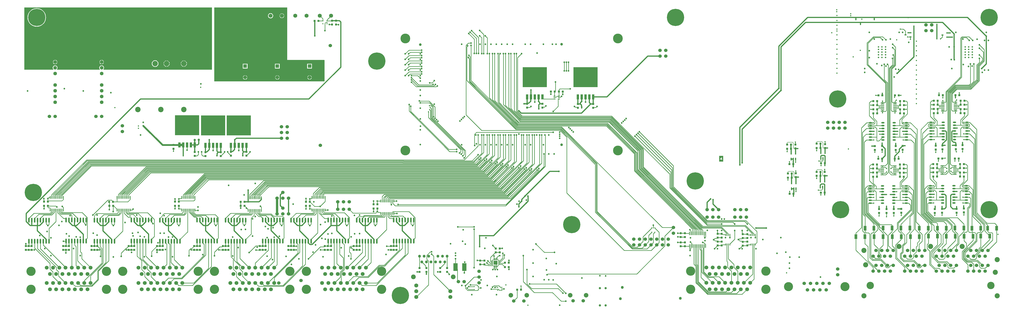
<source format=gbl>
G04*
G04 #@! TF.GenerationSoftware,Altium Limited,Altium Designer,18.1.9 (240)*
G04*
G04 Layer_Physical_Order=4*
G04 Layer_Color=16711680*
%FSLAX25Y25*%
%MOIN*%
G70*
G01*
G75*
%ADD11C,0.01000*%
%ADD13C,0.02000*%
%ADD20C,0.00600*%
%ADD26C,0.03000*%
%ADD34R,0.03740X0.03740*%
%ADD35R,0.03740X0.03740*%
%ADD46O,0.02362X0.08661*%
%ADD50R,0.07500X0.13500*%
%ADD51R,0.01654X0.03500*%
%ADD63R,0.01181X0.06299*%
%ADD64C,0.04000*%
%ADD116C,0.03000*%
%ADD120C,0.06000*%
%ADD121C,0.08858*%
%ADD122C,0.12795*%
%ADD123C,0.03937*%
%ADD124C,0.30000*%
%ADD125R,0.06299X0.06299*%
%ADD126C,0.06299*%
%ADD127C,0.06700*%
%ADD128C,0.16000*%
%ADD129C,0.15748*%
%ADD130C,0.07874*%
%ADD131C,0.07000*%
%ADD132C,0.05000*%
%ADD133C,0.08200*%
%ADD134C,0.17000*%
%ADD135C,0.04598*%
%ADD136C,0.09449*%
%ADD137C,0.02200*%
%ADD138C,0.04000*%
%ADD139C,0.02500*%
%ADD140O,0.05709X0.02362*%
%ADD141R,0.02441X0.04803*%
%ADD142R,0.03347X0.02362*%
%ADD143R,0.05000X0.08268*%
%ADD144R,0.06496X0.01181*%
%ADD145R,0.04200X0.09000*%
%ADD146R,0.42000X0.35000*%
%ADD147R,0.01575X0.04921*%
%ADD148R,0.01181X0.01181*%
%ADD149R,0.01181X0.03543*%
%ADD150R,0.03543X0.01181*%
%ADD151R,0.07087X0.07087*%
%ADD152R,0.01968X0.01575*%
%ADD153R,0.01575X0.01968*%
%ADD154R,0.03347X0.01575*%
G36*
X328000Y415000D02*
X139153D01*
X139020Y415500D01*
X139625Y416289D01*
X140043Y417298D01*
X140185Y418381D01*
X140043Y419465D01*
X139625Y420474D01*
X138960Y421341D01*
X138093Y422006D01*
X137083Y422424D01*
X136000Y422567D01*
X134917Y422424D01*
X133907Y422006D01*
X133040Y421341D01*
X132375Y420474D01*
X131957Y419465D01*
X131815Y418381D01*
X131957Y417298D01*
X132375Y416289D01*
X132981Y415500D01*
X132847Y415000D01*
X58153D01*
X58020Y415500D01*
X58625Y416289D01*
X59043Y417298D01*
X59185Y418381D01*
X59043Y419465D01*
X58625Y420474D01*
X57960Y421341D01*
X57093Y422006D01*
X56083Y422424D01*
X55000Y422567D01*
X53917Y422424D01*
X52907Y422006D01*
X52040Y421341D01*
X51375Y420474D01*
X50957Y419465D01*
X50815Y418381D01*
X50957Y417298D01*
X51375Y416289D01*
X51981Y415500D01*
X51847Y415000D01*
X1529D01*
Y523471D01*
X328000D01*
X328000Y415000D01*
D02*
G37*
G36*
X459000Y520748D02*
Y432000D01*
X523771Y432000D01*
X524124Y431646D01*
X523946Y394894D01*
X332000Y394894D01*
X332000Y475207D01*
X332000Y523471D01*
X459000D01*
Y520748D01*
D02*
G37*
G36*
X1218000Y255000D02*
X1211000D01*
Y265000D01*
X1218000D01*
Y255000D01*
D02*
G37*
%LPC*%
G36*
X23000Y522050D02*
X20489Y521852D01*
X18040Y521264D01*
X15714Y520300D01*
X13566Y518984D01*
X11651Y517349D01*
X10016Y515434D01*
X8700Y513286D01*
X7736Y510960D01*
X7148Y508511D01*
X6950Y506000D01*
X7148Y503489D01*
X7736Y501040D01*
X8700Y498714D01*
X10016Y496566D01*
X11651Y494651D01*
X13566Y493016D01*
X15714Y491700D01*
X18040Y490736D01*
X20489Y490148D01*
X23000Y489951D01*
X25511Y490148D01*
X27960Y490736D01*
X30286Y491700D01*
X32434Y493016D01*
X34349Y494651D01*
X35984Y496566D01*
X37300Y498714D01*
X38264Y501040D01*
X38852Y503489D01*
X39050Y506000D01*
X38852Y508511D01*
X38264Y510960D01*
X37300Y513286D01*
X35984Y515434D01*
X34349Y517349D01*
X32434Y518984D01*
X30286Y520300D01*
X27960Y521264D01*
X25511Y521852D01*
X23000Y522050D01*
D02*
G37*
G36*
X136500Y432097D02*
Y428881D01*
X139716D01*
X139653Y429360D01*
X139275Y430272D01*
X138674Y431056D01*
X137891Y431657D01*
X136979Y432034D01*
X136500Y432097D01*
D02*
G37*
G36*
X55500D02*
Y428881D01*
X58716D01*
X58653Y429360D01*
X58275Y430272D01*
X57674Y431056D01*
X56891Y431657D01*
X55979Y432034D01*
X55500Y432097D01*
D02*
G37*
G36*
X54500D02*
X54021Y432034D01*
X53109Y431657D01*
X52326Y431056D01*
X51725Y430272D01*
X51347Y429360D01*
X51284Y428881D01*
X54500D01*
Y432097D01*
D02*
G37*
G36*
X135500D02*
X135021Y432034D01*
X134109Y431657D01*
X133326Y431056D01*
X132725Y430272D01*
X132347Y429360D01*
X132284Y428881D01*
X135500D01*
Y432097D01*
D02*
G37*
G36*
X279601Y431022D02*
Y426217D01*
X284405D01*
X284288Y427107D01*
X283752Y428403D01*
X282898Y429515D01*
X281786Y430368D01*
X280491Y430905D01*
X279601Y431022D01*
D02*
G37*
G36*
X249601D02*
Y426217D01*
X254405D01*
X254288Y427107D01*
X253752Y428403D01*
X252898Y429515D01*
X251786Y430368D01*
X250491Y430905D01*
X249601Y431022D01*
D02*
G37*
G36*
X248601D02*
X247711Y430905D01*
X246416Y430368D01*
X245304Y429515D01*
X244450Y428403D01*
X243914Y427107D01*
X243796Y426217D01*
X248601D01*
Y431022D01*
D02*
G37*
G36*
X278601D02*
X277711Y430905D01*
X276416Y430368D01*
X275304Y429515D01*
X274450Y428403D01*
X273914Y427107D01*
X273796Y426217D01*
X278601D01*
Y431022D01*
D02*
G37*
G36*
X139716Y427881D02*
X136500D01*
Y424665D01*
X136979Y424728D01*
X137891Y425106D01*
X138674Y425707D01*
X139275Y426490D01*
X139653Y427402D01*
X139716Y427881D01*
D02*
G37*
G36*
X58716D02*
X55500D01*
Y424665D01*
X55979Y424728D01*
X56891Y425106D01*
X57674Y425707D01*
X58275Y426490D01*
X58653Y427402D01*
X58716Y427881D01*
D02*
G37*
G36*
X135500D02*
X132284D01*
X132347Y427402D01*
X132725Y426490D01*
X133326Y425707D01*
X134109Y425106D01*
X135021Y424728D01*
X135500Y424665D01*
Y427881D01*
D02*
G37*
G36*
X54500D02*
X51284D01*
X51347Y427402D01*
X51725Y426490D01*
X52326Y425707D01*
X53109Y425106D01*
X54021Y424728D01*
X54500Y424665D01*
Y427881D01*
D02*
G37*
G36*
X284405Y425217D02*
X279601D01*
Y420413D01*
X280491Y420530D01*
X281786Y421067D01*
X282898Y421920D01*
X283752Y423032D01*
X284288Y424327D01*
X284405Y425217D01*
D02*
G37*
G36*
X254405D02*
X249601D01*
Y420413D01*
X250491Y420530D01*
X251786Y421067D01*
X252898Y421920D01*
X253752Y423032D01*
X254288Y424327D01*
X254405Y425217D01*
D02*
G37*
G36*
X278601D02*
X273796D01*
X273914Y424327D01*
X274450Y423032D01*
X275304Y421920D01*
X276416Y421067D01*
X277711Y420530D01*
X278601Y420413D01*
Y425217D01*
D02*
G37*
G36*
X248601D02*
X243796D01*
X243914Y424327D01*
X244450Y423032D01*
X245304Y421920D01*
X246416Y421067D01*
X247711Y420530D01*
X248601Y420413D01*
Y425217D01*
D02*
G37*
G36*
X229101Y431491D02*
X227607Y431294D01*
X226214Y430718D01*
X225018Y429800D01*
X224101Y428604D01*
X223524Y427212D01*
X223327Y425717D01*
X223524Y424223D01*
X224101Y422830D01*
X225018Y421635D01*
X226214Y420717D01*
X227607Y420140D01*
X229101Y419944D01*
X230595Y420140D01*
X231988Y420717D01*
X233184Y421635D01*
X234101Y422830D01*
X234678Y424223D01*
X234875Y425717D01*
X234678Y427212D01*
X234101Y428604D01*
X233184Y429800D01*
X231988Y430718D01*
X230595Y431294D01*
X229101Y431491D01*
D02*
G37*
G36*
X450343Y513069D02*
Y509500D01*
X453912D01*
X453837Y510070D01*
X453424Y511068D01*
X452767Y511924D01*
X451910Y512581D01*
X450913Y512994D01*
X450343Y513069D01*
D02*
G37*
G36*
X449342D02*
X448772Y512994D01*
X447775Y512581D01*
X446918Y511924D01*
X446261Y511068D01*
X445848Y510070D01*
X445773Y509500D01*
X449342D01*
Y513069D01*
D02*
G37*
G36*
X453912Y508500D02*
X450343D01*
Y504930D01*
X450913Y505006D01*
X451910Y505419D01*
X452767Y506076D01*
X453424Y506932D01*
X453837Y507930D01*
X453912Y508500D01*
D02*
G37*
G36*
X449342D02*
X445773D01*
X445848Y507930D01*
X446261Y506932D01*
X446918Y506076D01*
X447775Y505419D01*
X448772Y505006D01*
X449342Y504930D01*
Y508500D01*
D02*
G37*
G36*
X430158Y513539D02*
X428983Y513384D01*
X427888Y512931D01*
X426948Y512209D01*
X426227Y511269D01*
X425773Y510175D01*
X425619Y509000D01*
X425773Y507825D01*
X426227Y506731D01*
X426948Y505791D01*
X427888Y505069D01*
X428983Y504616D01*
X430158Y504461D01*
X431332Y504616D01*
X432427Y505069D01*
X433367Y505791D01*
X434088Y506731D01*
X434542Y507825D01*
X434696Y509000D01*
X434542Y510175D01*
X434088Y511269D01*
X433367Y512209D01*
X432427Y512931D01*
X431332Y513384D01*
X430158Y513539D01*
D02*
G37*
G36*
X446031Y425457D02*
X437732D01*
Y417158D01*
X446031D01*
Y425457D01*
D02*
G37*
G36*
X389916D02*
X381617D01*
Y417158D01*
X389916D01*
Y425457D01*
D02*
G37*
G36*
X502145Y425457D02*
X493846D01*
Y417158D01*
X502145D01*
Y425457D01*
D02*
G37*
G36*
X498496Y405323D02*
Y402107D01*
X501712D01*
X501649Y402586D01*
X501271Y403498D01*
X500670Y404282D01*
X499887Y404882D01*
X498974Y405260D01*
X498496Y405323D01*
D02*
G37*
G36*
X497496D02*
X497017Y405260D01*
X496105Y404882D01*
X495321Y404282D01*
X494720Y403498D01*
X494343Y402586D01*
X494279Y402107D01*
X497496D01*
Y405323D01*
D02*
G37*
G36*
X442381Y405323D02*
Y402107D01*
X445597D01*
X445534Y402586D01*
X445156Y403498D01*
X444555Y404282D01*
X443772Y404882D01*
X442860Y405260D01*
X442381Y405323D01*
D02*
G37*
G36*
X441381D02*
X440902Y405260D01*
X439990Y404882D01*
X439207Y404282D01*
X438606Y403498D01*
X438228Y402586D01*
X438165Y402107D01*
X441381D01*
Y405323D01*
D02*
G37*
G36*
X386267D02*
Y402107D01*
X389483D01*
X389420Y402586D01*
X389042Y403498D01*
X388441Y404282D01*
X387658Y404882D01*
X386746Y405260D01*
X386267Y405323D01*
D02*
G37*
G36*
X385267D02*
X384788Y405260D01*
X383876Y404882D01*
X383092Y404282D01*
X382491Y403498D01*
X382114Y402586D01*
X382050Y402107D01*
X385267D01*
Y405323D01*
D02*
G37*
G36*
X445597Y401107D02*
X442381D01*
Y397891D01*
X442860Y397954D01*
X443772Y398332D01*
X444555Y398933D01*
X445156Y399716D01*
X445534Y400628D01*
X445597Y401107D01*
D02*
G37*
G36*
X385267Y401107D02*
X382050D01*
X382114Y400628D01*
X382491Y399716D01*
X383092Y398933D01*
X383876Y398332D01*
X384788Y397954D01*
X385267Y397891D01*
Y401107D01*
D02*
G37*
G36*
X389483D02*
X386267D01*
Y397891D01*
X386746Y397954D01*
X387658Y398332D01*
X388441Y398933D01*
X389042Y399716D01*
X389420Y400628D01*
X389483Y401107D01*
D02*
G37*
G36*
X441381Y401107D02*
X438165D01*
X438228Y400628D01*
X438606Y399716D01*
X439207Y398933D01*
X439990Y398332D01*
X440902Y397954D01*
X441381Y397891D01*
Y401107D01*
D02*
G37*
G36*
X501712Y401107D02*
X498496D01*
Y397891D01*
X498974Y397954D01*
X499887Y398332D01*
X500670Y398933D01*
X501271Y399716D01*
X501649Y400628D01*
X501712Y401107D01*
D02*
G37*
G36*
X497496D02*
X494279D01*
X494343Y400628D01*
X494720Y399716D01*
X495321Y398933D01*
X496105Y398332D01*
X497017Y397954D01*
X497496Y397891D01*
Y401107D01*
D02*
G37*
G36*
X1216276Y262061D02*
Y259567D01*
X1215765D01*
Y262061D01*
X1212724D01*
Y258694D01*
X1214781D01*
Y257939D01*
X1216276D01*
Y262061D01*
D02*
G37*
%LPD*%
G36*
X1212724Y259619D02*
Y262061D01*
X1214781D01*
X1212724Y259619D01*
D02*
G37*
G36*
X1214781Y259567D02*
X1213686D01*
X1214781Y260847D01*
Y259567D01*
D02*
G37*
G36*
X1216276Y257939D02*
X1215765D01*
Y258694D01*
X1216276D01*
Y257939D01*
D02*
G37*
D11*
X261000Y273000D02*
Y277375D01*
X615831Y173482D02*
X615845Y173496D01*
X615831Y167996D02*
Y173482D01*
X498331Y173260D02*
X498816Y172774D01*
X312541Y264653D02*
X316700D01*
X310191Y267003D02*
X312541Y264653D01*
X310191Y267003D02*
Y271809D01*
X304309Y267309D02*
Y271808D01*
X302153Y265154D02*
X304309Y267309D01*
X298141Y265154D02*
X302153D01*
X1599924Y261024D02*
X1604444D01*
X1599400Y260500D02*
X1599924Y261024D01*
X1564100Y164399D02*
X1585200Y143299D01*
X1565000Y304000D02*
X1574360Y313360D01*
X1565000Y295121D02*
Y304000D01*
X1564100Y294221D02*
X1565000Y295121D01*
X1564100Y164399D02*
Y294221D01*
X1604741Y245513D02*
X1607300Y242954D01*
X1604077Y235277D02*
X1607300Y238500D01*
X1580105Y243726D02*
X1583654D01*
X1578000Y225500D02*
Y248210D01*
X1614402Y243000D02*
Y243386D01*
X1578000Y225500D02*
X1587000Y216500D01*
X1578000Y248210D02*
X1580516Y250726D01*
X1621425Y240395D02*
X1626750D01*
X1621425Y242954D02*
X1629535D01*
X1594000Y240395D02*
X1599575D01*
Y245513D02*
X1604741D01*
X1614402Y238500D02*
X1617625Y235277D01*
X1516425Y369646D02*
X1516575Y369496D01*
Y367000D02*
Y369496D01*
X1516425Y369646D02*
X1517054Y370274D01*
X1485500Y297881D02*
Y312500D01*
Y291000D02*
Y297881D01*
X1489094Y291000D02*
X1495975Y297881D01*
X1485500Y291000D02*
X1489094D01*
X1488054Y260036D02*
Y263947D01*
X1489669Y350169D02*
X1495321D01*
X1489579Y239931D02*
X1494921D01*
X1621307Y255933D02*
Y260500D01*
X1622257Y370747D02*
X1622264Y370754D01*
X1622382Y350648D02*
X1628000D01*
X615831Y180510D02*
Y186496D01*
Y180510D02*
X615845Y180496D01*
X270424Y185260D02*
X271794Y186630D01*
X153246Y188130D02*
X156116Y185260D01*
X42331Y185281D02*
X43679Y186630D01*
X42331Y185281D02*
Y190760D01*
X709863Y331480D02*
X767013Y274330D01*
Y267257D02*
Y274330D01*
X764909Y265154D02*
X767013Y267257D01*
X711363Y332101D02*
X769500Y273965D01*
Y263800D02*
Y273965D01*
X767000Y261300D02*
X769500Y263800D01*
X705193Y331907D02*
X760976Y276124D01*
Y271976D02*
Y276124D01*
X759000Y270000D02*
X760976Y271976D01*
X708363Y330859D02*
X764000Y275222D01*
Y270000D02*
Y275222D01*
X762000Y268000D02*
X764000Y270000D01*
X708363Y330859D02*
Y344263D01*
X707154Y345473D02*
X708363Y344263D01*
X709604Y352542D02*
X711363Y350782D01*
X708000Y349000D02*
X709863Y347137D01*
X705193Y331907D02*
Y341605D01*
X674000Y342564D02*
X740100Y276465D01*
X754153D01*
X671329Y343114D02*
X741904Y272539D01*
X754153D01*
X709863Y331480D02*
Y347137D01*
X711363Y332101D02*
Y350782D01*
X706582Y352542D02*
X709604D01*
X783730Y253510D02*
X801237Y271017D01*
X53949Y196551D02*
X112596Y255199D01*
X51390Y196890D02*
X111199Y256698D01*
X48831Y197000D02*
X110029Y258198D01*
X112596Y255199D02*
X660537D01*
X111199Y256698D02*
X661158D01*
X767246Y258010D02*
X791563Y282327D01*
X661968Y258010D02*
X767246D01*
X110029Y258198D02*
X661779D01*
X781073Y256510D02*
X791563Y267000D01*
X661346Y256510D02*
X781073D01*
X783109Y255010D02*
X797637Y269538D01*
X660725Y255010D02*
X783109D01*
X660104Y253510D02*
X783730D01*
X659915Y253698D02*
X660104Y253510D01*
X113647Y253698D02*
X659915D01*
X660537Y255199D02*
X660725Y255010D01*
X661158Y256698D02*
X661346Y256510D01*
X661779Y258198D02*
X661968Y258010D01*
X56508Y196559D02*
X113647Y253698D01*
X671329Y343114D02*
Y354466D01*
X674000Y342564D02*
Y351316D01*
X713481Y333519D02*
Y350786D01*
X706876Y357390D02*
X713481Y350786D01*
X690831Y357390D02*
X706876D01*
X706055Y360432D02*
X716409Y350078D01*
X689383Y360432D02*
X706055D01*
X716409Y330591D02*
Y350078D01*
X1523746Y370274D02*
X1527369D01*
X1483800D02*
X1488453D01*
X1482000Y271346D02*
Y275559D01*
X1530500Y271009D02*
Y275894D01*
X1518403Y271597D02*
X1519000Y271000D01*
X1518403Y271597D02*
Y275559D01*
X1494695Y271337D02*
Y275894D01*
X1523347Y260036D02*
Y263846D01*
X1628957Y370754D02*
Y374786D01*
X1593664Y370754D02*
Y374527D01*
X1634798Y272248D02*
Y277153D01*
X1623000Y273000D02*
X1624000Y272000D01*
X1623000Y273000D02*
Y276654D01*
X1599905Y271628D02*
Y276373D01*
X1588054Y271009D02*
Y276153D01*
X1628000Y256037D02*
Y260500D01*
X1592707Y256037D02*
Y260500D01*
X1637046Y161980D02*
Y166654D01*
X1624303Y161491D02*
Y166119D01*
X1598949Y161602D02*
Y166119D01*
X1586500Y161491D02*
Y165654D01*
X1528071Y161535D02*
Y166119D01*
X1515221Y160578D02*
Y165655D01*
X1502300Y159256D02*
Y165654D01*
X1489500Y160558D02*
Y165655D01*
X1600357Y366000D02*
Y370754D01*
X1595000Y350648D02*
X1600532D01*
X1517172Y350169D02*
X1523223D01*
X1516772Y239931D02*
X1522800D01*
X1388327Y248072D02*
Y252500D01*
X1384815Y256000D02*
X1390600D01*
X1380620Y225879D02*
Y230567D01*
X1394707Y237260D02*
Y241530D01*
X1388120Y197120D02*
Y201000D01*
X1383673Y205405D02*
X1389198D01*
X1390967Y207174D01*
Y210756D01*
X1344467Y234846D02*
Y238813D01*
X1343673Y284846D02*
Y289000D01*
X1390600Y256000D02*
X1391673Y257073D01*
Y260343D01*
X1395413Y285405D02*
Y289606D01*
X1380827Y274000D02*
Y278906D01*
X1330620Y223000D02*
Y227000D01*
X1329327Y272289D02*
Y277500D01*
X1343913Y254000D02*
Y259541D01*
X1333327Y250765D02*
Y254848D01*
X1344707Y203000D02*
Y207842D01*
X1333620Y199000D02*
Y203112D01*
X1515621Y302929D02*
X1520795D01*
X1515621Y312929D02*
X1520795D01*
X1490719Y302881D02*
X1495975D01*
X1490619Y312881D02*
X1495975D01*
X1515221Y202691D02*
X1519952D01*
X1515221Y192691D02*
X1520000D01*
X1491225Y192642D02*
X1495575D01*
X1491225Y202642D02*
X1495575D01*
X1596357Y468883D02*
X1599624Y472149D01*
Y475356D01*
X1526500Y485900D02*
X1531746D01*
X1535524Y482123D01*
Y475756D02*
Y482123D01*
X1511848Y416383D02*
X1518143Y422679D01*
X1510348Y417005D02*
X1516643Y423300D01*
X1515143Y423921D02*
Y439048D01*
X1508500Y417278D02*
X1515143Y423921D01*
X1512643Y423543D02*
Y434827D01*
X1507000Y417899D02*
X1512643Y423543D01*
X1518143Y422679D02*
Y454357D01*
X1510348Y369500D02*
Y417005D01*
X1508500Y374500D02*
Y417278D01*
X1507000Y374500D02*
Y417899D01*
X1511848Y374500D02*
Y416383D01*
X1505500Y376621D02*
Y423000D01*
X1539016Y472016D02*
X1543988D01*
Y467976D02*
Y472016D01*
X1633000Y401985D02*
Y469535D01*
X1607152Y376137D02*
X1633000Y401985D01*
X1631500Y402607D02*
Y470157D01*
X1605652Y376759D02*
X1631500Y402607D01*
X1498500Y397843D02*
X1504000Y392343D01*
Y374500D02*
Y392343D01*
X1504000Y424500D02*
X1505500Y423000D01*
Y374500D02*
Y376152D01*
X1468500Y423601D02*
X1500652Y391448D01*
X1502152Y374500D02*
Y392070D01*
X1500652Y374500D02*
Y391448D01*
X1607152Y344500D02*
Y376137D01*
X1609000Y373000D02*
Y375864D01*
X1621636Y388500D01*
X1610500Y375243D02*
X1622257Y387000D01*
X1610500Y373000D02*
Y375243D01*
X1609000Y373000D02*
X1609000Y252000D01*
X1612000Y373000D02*
Y374621D01*
X1669500Y431267D02*
Y435232D01*
X1664000Y440732D02*
X1669500Y435232D01*
X1672500Y430024D02*
Y450000D01*
X1664000Y458500D02*
X1672500Y450000D01*
X1664110Y452543D02*
X1671000Y445653D01*
X1664000Y452543D02*
X1664110D01*
X1621636Y388500D02*
X1645918D01*
X1648453Y391035D01*
X1622257Y387000D02*
X1646539D01*
X1654358Y394819D01*
Y425000D01*
X1612000Y374621D02*
X1622879Y385500D01*
X1647161D01*
X1659516Y397855D01*
Y423404D01*
X1664000Y427888D01*
Y434827D01*
X1661016Y422783D02*
X1669500Y431267D01*
X1661016Y397234D02*
Y422783D01*
X1647782Y384000D02*
X1661016Y397234D01*
X1623500Y384000D02*
X1647782D01*
X1613500Y374000D02*
X1623500Y384000D01*
X1671000Y430646D02*
Y445653D01*
X1662516Y422162D02*
X1671000Y430646D01*
X1662516Y396613D02*
Y422162D01*
X1648403Y382500D02*
X1662516Y396613D01*
X1624226Y382500D02*
X1648403D01*
X1615348Y373621D02*
X1624226Y382500D01*
X1664016Y421540D02*
X1672500Y430024D01*
X1664016Y395991D02*
Y421540D01*
X1649025Y381000D02*
X1664016Y395991D01*
X1624848Y381000D02*
X1649025D01*
X1616848Y373000D02*
X1624848Y381000D01*
X1613500Y373000D02*
Y374000D01*
X1615348Y345051D02*
Y373621D01*
X713481Y333519D02*
X713863Y333137D01*
X785000Y283417D02*
X785264Y283154D01*
X791563Y282327D02*
Y301500D01*
X114510Y252010D02*
X786190D01*
X115810Y250510D02*
X788225D01*
X117443Y249010D02*
X788847D01*
X118081Y247510D02*
X789468D01*
X213510Y246010D02*
X792069D01*
X214510Y244510D02*
X794105D01*
X215510Y243010D02*
X794726D01*
X216389Y241510D02*
X795489D01*
X217345Y240010D02*
X798510D01*
X218510Y238510D02*
X800546D01*
X219809Y237010D02*
X801167D01*
X221455Y235510D02*
X801930D01*
X315001Y234010D02*
X804390D01*
X315622Y232510D02*
X806425D01*
X316404Y231010D02*
X807046D01*
X317025Y229510D02*
X807906D01*
X317646Y228010D02*
X810366D01*
X318268Y226510D02*
X812402D01*
X320120Y225010D02*
X813023D01*
X322245Y223510D02*
X813786D01*
X418010Y222010D02*
X816245D01*
X420510Y220510D02*
X818281D01*
X421569Y219010D02*
X818902D01*
X422228Y217510D02*
X819524D01*
X423287Y216010D02*
X822125D01*
X424666Y214510D02*
X824160D01*
X425554Y213010D02*
X824782D01*
X426924Y211510D02*
X825403D01*
X515093Y210010D02*
X828010D01*
X517400Y208510D02*
X830046D01*
X518845Y207010D02*
X830667D01*
X520119Y205510D02*
X831288D01*
X521439Y204010D02*
X834010D01*
X522153Y202510D02*
X836046D01*
X523392Y201010D02*
X836667D01*
X524013Y199510D02*
X837288D01*
X627927Y198010D02*
X839890D01*
X631010Y196510D02*
X841925D01*
X632105Y195010D02*
X842546D01*
X634224Y193510D02*
X843168D01*
X636256Y192010D02*
X845769D01*
X637701Y190510D02*
X847805D01*
X786190Y252010D02*
X793294Y259115D01*
X788225Y250510D02*
X796000Y258285D01*
X788847Y249010D02*
X807086Y267249D01*
X789468Y247510D02*
X810686Y268728D01*
X792069Y246010D02*
X803234Y257175D01*
X794105Y244510D02*
X806000Y256405D01*
X794726Y243010D02*
X816535Y264819D01*
X795489Y241510D02*
X820135Y266156D01*
X798510Y240010D02*
X812500Y254000D01*
X800546Y238510D02*
X815000Y252964D01*
X801167Y237010D02*
X825984Y261827D01*
X801930Y235510D02*
X829583Y263164D01*
X804390Y234010D02*
X821894Y251515D01*
X806425Y232510D02*
X824500Y250585D01*
X807046Y231010D02*
X835432Y259396D01*
X807906Y229510D02*
X839032Y260636D01*
X810366Y228010D02*
X831382Y249026D01*
X812402Y226510D02*
X834000Y248109D01*
X813023Y225010D02*
X844881Y256868D01*
X813786Y223510D02*
X848481Y258206D01*
X816245Y222010D02*
X840822Y246587D01*
X818281Y220510D02*
X843500Y245729D01*
X818902Y219010D02*
X854330Y254438D01*
X819524Y217510D02*
X857930Y255916D01*
X822125Y216010D02*
X850262Y244147D01*
X824160Y214510D02*
X853000Y243350D01*
X824782Y213010D02*
X866928Y255157D01*
X825403Y211510D02*
X870528Y256635D01*
X828010Y210010D02*
X862500Y244500D01*
X830046Y208510D02*
X865500Y243965D01*
X830667Y207010D02*
X876377Y252720D01*
X831288Y205510D02*
X879977Y254199D01*
X834010Y204010D02*
X872000Y242000D01*
X836046Y202510D02*
X875000Y241464D01*
X836667Y201010D02*
X885826Y250169D01*
X837288Y199510D02*
X889426Y251648D01*
X839890Y198010D02*
X881894Y240015D01*
X841925Y196510D02*
X884500Y239085D01*
X842546Y195010D02*
X898424Y250888D01*
X843168Y193510D02*
X902024Y252367D01*
X845769Y192010D02*
X894334Y240575D01*
X847805Y190510D02*
X897000Y239706D01*
X815000Y252964D02*
Y257000D01*
X824500Y250585D02*
Y254000D01*
X1522800Y134990D02*
X1528071Y129719D01*
X1522800Y134990D02*
Y147800D01*
X1545729Y170729D01*
X1521000Y148546D02*
X1543929Y171475D01*
X1521000Y138100D02*
Y148546D01*
X1512500Y129600D02*
X1521000Y138100D01*
X498538Y185260D02*
X506798Y177000D01*
X498331Y185467D02*
X498538Y185260D01*
X156000Y168202D02*
Y178143D01*
X156819Y178260D02*
X162594Y172484D01*
X44463Y138662D02*
X56508Y150707D01*
X44463Y116516D02*
Y138662D01*
X528558Y501873D02*
X535685Y509000D01*
X263831Y173260D02*
Y178160D01*
X1472400Y335100D02*
Y357412D01*
Y335100D02*
X1482000Y325500D01*
X1472400Y357412D02*
X1475488Y360500D01*
X1479400D01*
X1495321Y357846D02*
X1499499D01*
X1495321D02*
Y360500D01*
X1499499Y357846D02*
X1500652Y359000D01*
X1510348Y344500D02*
X1512356Y342492D01*
X1517172Y352728D02*
X1525282D01*
X1526054Y353500D01*
X1510348Y369500D02*
X1510348Y344500D01*
X1616848Y359672D02*
Y373000D01*
Y359672D02*
X1618194Y358326D01*
X1622382D01*
X1615348Y345051D02*
X1617428Y342971D01*
X1622382D01*
X1605652Y359000D02*
Y376759D01*
X1604978Y358326D02*
X1605652Y359000D01*
X1600532Y358326D02*
X1604978D01*
X1605623Y342971D02*
X1607152Y344500D01*
X1600532Y342971D02*
X1605623D01*
X1511848Y374500D02*
X1511848Y359000D01*
X1513001Y357846D01*
X1517172D01*
X1512356Y342492D02*
X1517172D01*
X1500652Y374500D02*
X1500652Y359000D01*
X1502152Y374500D02*
X1502152Y344000D01*
X1500644Y342492D02*
X1502152Y344000D01*
X1495321Y342492D02*
X1500644D01*
X1622382Y360382D02*
X1624500Y362500D01*
X1622382Y358326D02*
Y360382D01*
Y339882D02*
Y342971D01*
X1600532Y339860D02*
Y342971D01*
Y358326D02*
Y361500D01*
X1637050Y293408D02*
X1642287D01*
X1636733Y303408D02*
X1642287D01*
X1636690Y313408D02*
X1642287D01*
X1636746Y323408D02*
X1642287D01*
X1579728Y323360D02*
X1584360D01*
X1579728Y313360D02*
X1585360D01*
X1579728Y303360D02*
X1585140D01*
X1579728Y293360D02*
X1585360D01*
X1531571Y322929D02*
X1537077D01*
X1537006Y313000D02*
X1537077Y312929D01*
X1531452Y313000D02*
X1537006D01*
X1532048Y302929D02*
X1537077D01*
X1531571Y292929D02*
X1537077D01*
X1517172Y339828D02*
Y342492D01*
Y359672D02*
X1519500Y362000D01*
X1517172Y357846D02*
Y359672D01*
X1495321Y340179D02*
Y342492D01*
X1479381Y322881D02*
X1479500Y323000D01*
X1474518Y322881D02*
X1479381D01*
X1474518Y312881D02*
X1480096D01*
X1474518Y302881D02*
X1480148D01*
X1474518Y292881D02*
X1480096D01*
X1634798Y315798D02*
X1645439D01*
X1631500Y312500D02*
X1634798Y315798D01*
X1631500Y298408D02*
Y312500D01*
Y298408D02*
X1642287D01*
X1631264Y318408D02*
X1642287D01*
X1635930Y321070D02*
X1645250D01*
X1634016Y322984D02*
X1635930Y321070D01*
X1634016Y322984D02*
Y326630D01*
X1644079Y336693D01*
Y358900D01*
X1637957Y334502D02*
Y339440D01*
X1631264Y327809D02*
X1637957Y334502D01*
X1631264Y318408D02*
Y327809D01*
X1620831Y318408D02*
X1631264D01*
X1620831Y298408D02*
X1631500D01*
X1590347Y298360D02*
Y313154D01*
X1587702Y315798D02*
X1590347Y313154D01*
X1576202Y315798D02*
X1587702D01*
X1587000Y323000D02*
Y325500D01*
X1585070Y321070D02*
X1587000Y323000D01*
X1576570Y321070D02*
X1585070D01*
X1578900Y333600D02*
X1587000Y325500D01*
X1578900Y333600D02*
Y347518D01*
X1590347Y318360D02*
Y325654D01*
X1584610Y331390D02*
X1590347Y325654D01*
X1584610Y331390D02*
Y339440D01*
X1590347Y318360D02*
X1601185D01*
X1579728D02*
X1590347D01*
Y298360D02*
X1601185D01*
X1579728D02*
X1590347D01*
X1529000Y315500D02*
X1540000D01*
X1525319Y311819D02*
X1529000Y315500D01*
X1525319Y297929D02*
Y311819D01*
X1531000Y320500D02*
X1540500D01*
X1529000Y322500D02*
X1531000Y320500D01*
X1529000Y322500D02*
Y328500D01*
X1538777Y338277D01*
X1525319Y327819D02*
X1532747Y335246D01*
X1525319Y317929D02*
Y327819D01*
X1515621Y317929D02*
X1525319D01*
X1515621Y297929D02*
X1525319D01*
X1474518Y297881D02*
X1485500D01*
X1474518Y317881D02*
X1485500D01*
X1482500Y315500D02*
X1485500Y312500D01*
X1471500Y315500D02*
X1482500D01*
X1482000Y322000D02*
Y325500D01*
X1480500Y320500D02*
X1482000Y322000D01*
X1471664Y320500D02*
X1480500D01*
X1479400Y331316D02*
X1485500Y325216D01*
Y317881D02*
Y325216D01*
Y317881D02*
X1495975D01*
X1635532Y203155D02*
X1641331D01*
X1635271Y183155D02*
X1641331D01*
X1635377Y193155D02*
X1641331D01*
X1636655Y213155D02*
X1641331D01*
X1617625Y235277D02*
X1621425D01*
X1614402Y243386D02*
X1616529Y245513D01*
X1621425D01*
X1599575Y235277D02*
X1604077D01*
X1578772Y213106D02*
X1584075D01*
X1578772Y203106D02*
X1584181D01*
X1578772Y193106D02*
X1584287D01*
X1578772Y183106D02*
X1584394D01*
X1634016Y214016D02*
X1643431Y223431D01*
X1634016Y212240D02*
Y214016D01*
Y212240D02*
X1635756Y210500D01*
X1630500Y188155D02*
X1641331D01*
X1630307Y208155D02*
X1641331D01*
X1633500Y205500D02*
X1644229D01*
X1630500Y202500D02*
X1633500Y205500D01*
X1630500Y188155D02*
Y202500D01*
X1635756Y210500D02*
X1644500D01*
X1619874Y188155D02*
X1630500D01*
X1630307Y213428D02*
X1637000Y220121D01*
X1630307Y208155D02*
Y213428D01*
X1619874Y208155D02*
X1630307D01*
X1587000Y212500D02*
Y216500D01*
X1585000Y210500D02*
X1587000Y212500D01*
X1575606Y210500D02*
X1585000D01*
X1589500Y188106D02*
X1600228D01*
X1578772D02*
X1589500D01*
X1585971Y205405D02*
X1589500Y201876D01*
Y188106D02*
Y201876D01*
Y208106D02*
X1600228D01*
X1578772D02*
X1589500D01*
X1583654Y224378D02*
X1589500Y218531D01*
Y208106D02*
Y218531D01*
X1575595Y205405D02*
X1585971D01*
X1510000Y237000D02*
X1512187Y234813D01*
X1516772D01*
X1510000Y242954D02*
X1512095Y245049D01*
X1516772D01*
X1531048Y182691D02*
X1536677D01*
X1531000Y192691D02*
X1536677D01*
X1530858Y202691D02*
X1536677D01*
X1530809Y212691D02*
X1536677D01*
X1540000Y210000D02*
X1541000Y209000D01*
X1530000Y210000D02*
X1540000D01*
X1528500Y211500D02*
X1530000Y210000D01*
X1528500Y211500D02*
Y218284D01*
X1538516Y228299D01*
X1529429Y205000D02*
X1539500D01*
X1525949Y201520D02*
X1529429Y205000D01*
X1525949Y187691D02*
Y201520D01*
Y207691D02*
X1536677D01*
X1525949Y187691D02*
X1536677D01*
X1515221D02*
X1525949D01*
Y219449D02*
X1532347Y225847D01*
X1525949Y207691D02*
Y219449D01*
X1515221Y207691D02*
X1525949D01*
X1500313Y234813D02*
X1502500Y237000D01*
X1494921Y234813D02*
X1500313D01*
X1500405Y245049D02*
X1502500Y242954D01*
X1494921Y245049D02*
X1500405D01*
X1478888Y212642D02*
X1479183Y212347D01*
X1474118Y212642D02*
X1478888D01*
X1474118Y202642D02*
X1480216D01*
X1474118Y192642D02*
X1480167D01*
X1474118Y182642D02*
X1480119D01*
X1474118Y187642D02*
X1484500D01*
X1474118Y207642D02*
X1484500D01*
X1472847Y221654D02*
X1481500Y213000D01*
Y211500D02*
Y213000D01*
X1480000Y210000D02*
X1481500Y211500D01*
X1471000Y210000D02*
X1480000D01*
X1479000Y217621D02*
X1484500Y212121D01*
Y207642D02*
Y212121D01*
Y207642D02*
X1495575D01*
X1484500Y187642D02*
Y202000D01*
X1481500Y205000D02*
X1484500Y202000D01*
X1471300Y205000D02*
X1481500D01*
X1484500Y187642D02*
X1495575D01*
X1637000Y133524D02*
Y139500D01*
X1628300Y124824D02*
X1637000Y133524D01*
X1628300Y112023D02*
Y124824D01*
X1624016Y107739D02*
X1628300Y112023D01*
X1624016Y100284D02*
Y107739D01*
X1626500Y112768D02*
Y129000D01*
X1621429Y134071D02*
X1626500Y129000D01*
X1621429Y134071D02*
Y139500D01*
X1614016Y100284D02*
X1626500Y112768D01*
X1599575Y245513D02*
Y248072D01*
X1621425Y245513D02*
Y248072D01*
Y232718D02*
Y235277D01*
X1599575Y232718D02*
Y235277D01*
X1604724Y248072D02*
X1609000Y252000D01*
X1599575Y248072D02*
X1604724D01*
X1613500Y251000D02*
X1616776Y248072D01*
X1613500Y373000D02*
X1613500Y251000D01*
X1616776Y248072D02*
X1621425D01*
X1605564Y232718D02*
X1610500Y237654D01*
Y239170D01*
X1610500Y373000D02*
X1610500Y239170D01*
X1599575Y232718D02*
X1605564D01*
X1612000Y236262D02*
Y237600D01*
Y236262D02*
X1615544Y232718D01*
X1621425D01*
X1494921Y232254D02*
Y234813D01*
X1516772Y232254D02*
Y234813D01*
Y245049D02*
Y247608D01*
X1508500Y249970D02*
X1511210Y247608D01*
X1508500Y374500D02*
X1508500Y249970D01*
X1511210Y247608D02*
X1516772D01*
X1494921Y245049D02*
Y247608D01*
X1499974D02*
X1504000Y251634D01*
Y253500D01*
X1494921Y247608D02*
X1499974D01*
X1517172Y355287D02*
Y357846D01*
X1495321Y355287D02*
Y357846D01*
Y342492D02*
Y345051D01*
X1517172Y342492D02*
Y345051D01*
X1600532Y355766D02*
Y358326D01*
Y342971D02*
Y345530D01*
X1622382Y342971D02*
Y345530D01*
Y355766D02*
Y358326D01*
X1612000Y373000D02*
X1612000Y237600D01*
X1504000Y374500D02*
X1504000Y253500D01*
X1507000Y374500D02*
X1507000Y235693D01*
X1510440Y232254D01*
X1516772D01*
X1505500Y374500D02*
X1505500Y236595D01*
X1501159Y232254D02*
X1505500Y236595D01*
X1494921Y232254D02*
X1501159D01*
X1583654Y224378D02*
Y229186D01*
X1574106Y206894D02*
X1575595Y205405D01*
X1574106Y206894D02*
Y209000D01*
X1575606Y210500D01*
X1580516Y250726D02*
X1583654D01*
X1644229Y205500D02*
X1645845Y207116D01*
Y209155D01*
X1644500Y210500D02*
X1645845Y209155D01*
X1643431Y223431D02*
Y247641D01*
X1637000Y220121D02*
Y229186D01*
X1640347Y250726D02*
X1643431Y247641D01*
X1637000Y250726D02*
X1640347D01*
X1645250Y321070D02*
X1646900Y319420D01*
Y317258D02*
Y319420D01*
X1645439Y315798D02*
X1646900Y317258D01*
X1642000Y360979D02*
X1644079Y358900D01*
X1637957Y360979D02*
X1642000D01*
X1575000Y317000D02*
X1576202Y315798D01*
X1575000Y317000D02*
Y319500D01*
X1576570Y321070D01*
X1578900Y347518D02*
X1578908Y347526D01*
Y358387D01*
X1581500Y360979D01*
X1584610D01*
X1581000Y346648D02*
X1584610D01*
X1581008Y353979D02*
X1584610D01*
X1637957Y346479D02*
X1641979D01*
X1637957Y353979D02*
X1641979D01*
X1637000Y243726D02*
X1641331D01*
X1637000Y236226D02*
X1641000D01*
X1580105Y236395D02*
X1583654D01*
X1590347Y229186D02*
Y236395D01*
Y243726D02*
Y250726D01*
X1629654Y348089D02*
X1631264Y346479D01*
X1622382Y348089D02*
X1629654D01*
X1630492Y353207D02*
X1631264Y353979D01*
X1622382Y353207D02*
X1630492D01*
X1631264Y353979D02*
Y360979D01*
Y339440D02*
Y346479D01*
X1591303Y353979D02*
X1592075Y353207D01*
X1600532D01*
X1591303Y346648D02*
X1592744Y348089D01*
X1600532D01*
X1591303Y339440D02*
Y346648D01*
Y353979D02*
Y360979D01*
X1590347Y236395D02*
X1591787Y237836D01*
X1599575D01*
X1590347Y243726D02*
X1591118Y242954D01*
X1599575D01*
X1629535D02*
X1630307Y243726D01*
X1628697Y237836D02*
X1630307Y236226D01*
X1621425Y237836D02*
X1628697D01*
X1630307Y229186D02*
Y236226D01*
Y243726D02*
Y250726D01*
X1692000Y139039D02*
X1694000Y137039D01*
X1659329Y165932D02*
Y311124D01*
X1647045Y323408D02*
X1659329Y311124D01*
X1642287Y323408D02*
X1647045D01*
X1659329Y165932D02*
X1677381Y147881D01*
X1690619D01*
X1694000Y144500D01*
Y139039D02*
Y144500D01*
X1676429Y139039D02*
X1678260Y137208D01*
X1657529Y165187D02*
Y302971D01*
X1647092Y313408D02*
X1657529Y302971D01*
X1642287Y313408D02*
X1647092D01*
X1657529Y165187D02*
X1678429Y144287D01*
Y139039D02*
Y144287D01*
X1656029Y163417D02*
Y294471D01*
X1647092Y303408D02*
X1656029Y294471D01*
X1642287Y303408D02*
X1647092D01*
X1656029Y163417D02*
X1673300Y146146D01*
Y134309D02*
Y146146D01*
Y134309D02*
X1682087Y125523D01*
X1671500Y135500D02*
Y145400D01*
X1666516Y130516D02*
X1671500Y135500D01*
X1666516Y125523D02*
Y130516D01*
X1654229Y162671D02*
X1671500Y145400D01*
X1654229Y162671D02*
Y285771D01*
X1646592Y293408D02*
X1654229Y285771D01*
X1642287Y293408D02*
X1646592D01*
X1678260Y133846D02*
Y137208D01*
Y133846D02*
X1680606Y131500D01*
X1685629D01*
X1694000Y115269D02*
Y137039D01*
X1679016Y100284D02*
X1694000Y115269D01*
X1652729Y159487D02*
Y206271D01*
X1645845Y213155D02*
X1652729Y206271D01*
X1641331Y213155D02*
X1645845D01*
X1652729Y159487D02*
X1666500Y145716D01*
Y139000D02*
Y145716D01*
X1650929Y139000D02*
Y198587D01*
X1646361Y203155D02*
X1650929Y198587D01*
X1641331Y203155D02*
X1646361D01*
X1685629Y131500D02*
X1687000Y130129D01*
Y118269D02*
Y130129D01*
X1669016Y100284D02*
X1687000Y118269D01*
X1660016Y81484D02*
X1664016Y77484D01*
X1643058Y81484D02*
X1660016D01*
X1643804Y83284D02*
X1660761D01*
X1639300Y87788D02*
X1643804Y83284D01*
X1637500Y87043D02*
X1643058Y81484D01*
X1650500Y79984D02*
X1654016Y76468D01*
X1642437Y79984D02*
X1650500D01*
X1636000Y86421D02*
X1642437Y79984D01*
X1656662Y85084D02*
X1659016Y87437D01*
X1649216Y85084D02*
X1656662D01*
X1644016Y90284D02*
X1649216Y85084D01*
X1659016Y87437D02*
Y91796D01*
X1665016Y97796D01*
X1666516Y106663D02*
Y125523D01*
X1663216Y103363D02*
X1666516Y106663D01*
X1663216Y98827D02*
Y103363D01*
X1682087Y119587D02*
Y125523D01*
X1665016Y102516D02*
X1682087Y119587D01*
X1665016Y97796D02*
Y102516D01*
X1654673Y90284D02*
X1663216Y98827D01*
X1654016Y90284D02*
X1654673D01*
X1660761Y83284D02*
X1669016Y75030D01*
X1643500Y108229D02*
X1653071Y117800D01*
X1643500Y105147D02*
Y108229D01*
X1636000Y97647D02*
X1643500Y105147D01*
X1637500Y117260D02*
X1641500Y113260D01*
Y105693D02*
Y113260D01*
X1634200Y98393D02*
X1641500Y105693D01*
X1653071Y117800D02*
Y125200D01*
X1637500Y117260D02*
Y125200D01*
X1636000Y86421D02*
Y97647D01*
X1637500Y97026D02*
X1658000Y117526D01*
X1637500Y87043D02*
Y97026D01*
X1639300Y96280D02*
X1659800Y116780D01*
X1639300Y87788D02*
Y96280D01*
X1658000Y117526D02*
Y129787D01*
X1666500Y133500D02*
Y139000D01*
X1664892Y131892D02*
X1666500Y133500D01*
X1661892Y131892D02*
X1664892D01*
X1659800Y129800D02*
X1661892Y131892D01*
X1659800Y116780D02*
Y129800D01*
X1651750Y129118D02*
Y130629D01*
X1650487Y131892D02*
X1651750Y130629D01*
X1646608Y131892D02*
X1650487D01*
X1652608D02*
X1655895D01*
X1650929Y133571D02*
X1652608Y131892D01*
X1650929Y133571D02*
Y139000D01*
X1651750Y129118D02*
X1653071Y127797D01*
Y125200D02*
Y127797D01*
X1655895Y131892D02*
X1658000Y129787D01*
X1634200Y85676D02*
Y98393D01*
X1669016Y74300D02*
Y75030D01*
X1674216Y69500D02*
X1679016Y74300D01*
X1666906Y69500D02*
X1674216D01*
X1664016Y72390D02*
X1666906Y69500D01*
X1664016Y72390D02*
Y77484D01*
X1634200Y85676D02*
X1644016Y75860D01*
Y64300D02*
Y75860D01*
X1637500Y130392D02*
X1639108Y132000D01*
X1641500D01*
X1637500Y125200D02*
Y130392D01*
X1641500Y132000D02*
X1643200Y133700D01*
Y174200D01*
X1645000Y133500D02*
X1646608Y131892D01*
X1645000Y133500D02*
Y173454D01*
X1641331Y193155D02*
X1646605D01*
X1648800Y190960D01*
Y177254D02*
Y190960D01*
X1645000Y173454D02*
X1648800Y177254D01*
X1645845Y183155D02*
X1647000Y182000D01*
Y178000D02*
Y182000D01*
X1643200Y174200D02*
X1647000Y178000D01*
X1641331Y183155D02*
X1645845D01*
X1654016Y64300D02*
Y76468D01*
X1586500Y69500D02*
X1593816D01*
X1579300Y76700D02*
X1586500Y69500D01*
X1579300Y76700D02*
Y98413D01*
X1577500Y75816D02*
X1589016Y64300D01*
X1581000Y136000D02*
Y144954D01*
X1562300Y163654D02*
X1581000Y144954D01*
X1562300Y163654D02*
Y310800D01*
X1574860Y323360D01*
X1579728D01*
X1574360Y313360D02*
X1579728D01*
X1585200Y136300D02*
Y143299D01*
Y136300D02*
X1591071Y130429D01*
Y125500D02*
Y130429D01*
Y110183D02*
Y125500D01*
X1579300Y98413D02*
X1591071Y110183D01*
X1581800Y97300D02*
X1597449Y112949D01*
X1581800Y89298D02*
Y97300D01*
Y89298D02*
X1591898Y79200D01*
X1584254Y96180D02*
X1600720Y112646D01*
X1584254Y89389D02*
Y96180D01*
Y89389D02*
X1592643Y81000D01*
X1609000Y71616D02*
Y75816D01*
X1605616Y79200D02*
X1609000Y75816D01*
X1591898Y79200D02*
X1605616D01*
X1609000Y71616D02*
X1610726Y69890D01*
X1619605D01*
X1624016Y74300D01*
X1597449Y112949D02*
Y127551D01*
X1590945Y134055D02*
X1597449Y127551D01*
X1590945Y134055D02*
Y139000D01*
X1577500Y75816D02*
Y99284D01*
X1573000Y103784D02*
X1577500Y99284D01*
X1607316Y81000D02*
X1614016Y74300D01*
X1592643Y81000D02*
X1607316D01*
X1600720Y112646D02*
Y128058D01*
X1606516Y133853D01*
Y139000D01*
X1606554Y139039D01*
Y146300D01*
X1590929Y139016D02*
X1590945Y139000D01*
X1590929Y139016D02*
Y147047D01*
X1588876Y149100D02*
X1590929Y147047D01*
X1581521Y149100D02*
X1588876D01*
X1565600Y165021D02*
X1581521Y149100D01*
X1565600Y165021D02*
Y293600D01*
X1575360Y303360D01*
X1579728D01*
X1601954Y150900D02*
X1606554Y146300D01*
X1582266Y150900D02*
X1601954D01*
X1567400Y165766D02*
X1582266Y150900D01*
X1567400Y165766D02*
Y285400D01*
X1575360Y293360D01*
X1579728D01*
X1606516Y112516D02*
Y125000D01*
X1599016Y105016D02*
X1606516Y112516D01*
X1599016Y90284D02*
Y105016D01*
X1589016Y90284D02*
X1594300Y85000D01*
X1601500D01*
X1604016Y87516D01*
Y93516D01*
X1609000Y98500D01*
Y104369D01*
X1622087Y117456D01*
Y125000D01*
X1574106Y213106D02*
X1578772D01*
X1568900Y207900D02*
X1574106Y213106D01*
X1568900Y166387D02*
Y207900D01*
Y166387D02*
X1582887Y152400D01*
X1606554D01*
X1614947Y144008D01*
Y138446D02*
Y144008D01*
X1606516Y130016D02*
X1614947Y138446D01*
X1606516Y125000D02*
Y130016D01*
X1622087Y125000D02*
Y129787D01*
X1616747Y135127D02*
X1622087Y129787D01*
X1616747Y135127D02*
Y144754D01*
X1607300Y154200D02*
X1616747Y144754D01*
X1583633Y154200D02*
X1607300D01*
X1570700Y167133D02*
X1583633Y154200D01*
X1570700Y167133D02*
Y199700D01*
X1574106Y203106D01*
X1578772D01*
X1593816Y69500D02*
X1599016Y64300D01*
X1574106Y193106D02*
X1578772D01*
X1572200Y191200D02*
X1574106Y193106D01*
X1572200Y167754D02*
Y191200D01*
Y167754D02*
X1584254Y155700D01*
X1611500D01*
X1621429Y145771D01*
Y139500D02*
Y145771D01*
X1637000Y139500D02*
Y146500D01*
X1626000Y157500D02*
X1637000Y146500D01*
X1585000Y157500D02*
X1626000D01*
X1574000Y168500D02*
X1585000Y157500D01*
X1574000Y168500D02*
Y182000D01*
X1575106Y183106D01*
X1578772D01*
X1575500Y130500D02*
X1581000Y136000D01*
X1575500Y125500D02*
Y130500D01*
X1573000Y103784D02*
Y110411D01*
X1575500Y112911D01*
Y125500D01*
X1550316Y83000D02*
X1559016Y74300D01*
X1575000Y134219D02*
Y139000D01*
X1569016Y128234D02*
X1575000Y134219D01*
X1569016Y100284D02*
Y128234D01*
X1575000Y139000D02*
Y147976D01*
X1555629Y167347D02*
X1575000Y147976D01*
X1555629Y167347D02*
Y311371D01*
X1544071Y322929D02*
X1555629Y311371D01*
X1537077Y322929D02*
X1544071D01*
X1537077Y312929D02*
X1543988D01*
X1553829Y303088D01*
Y150171D02*
Y303088D01*
Y150171D02*
X1559429Y144571D01*
Y139000D02*
Y144571D01*
X1550529Y137029D02*
Y287471D01*
X1544000Y130500D02*
X1550529Y137029D01*
X1544000Y124500D02*
Y130500D01*
X1559571Y124500D02*
Y129929D01*
X1552329Y137171D02*
X1559571Y129929D01*
X1552329Y137171D02*
Y294671D01*
X1544071Y302929D02*
X1552329Y294671D01*
X1537077Y302929D02*
X1544071D01*
X1545071Y292929D02*
X1550529Y287471D01*
X1538800Y85500D02*
X1546600D01*
X1534016Y90284D02*
X1538800Y85500D01*
X1546600D02*
X1549500Y88400D01*
Y93000D01*
X1554016Y97516D01*
Y106516D01*
X1556000Y108500D02*
Y113500D01*
X1554016Y106516D02*
X1556000Y108500D01*
X1559571Y117071D02*
Y124500D01*
X1556000Y113500D02*
X1559571Y117071D01*
X1544000Y124500D02*
X1544016Y124484D01*
Y90284D02*
Y124484D01*
X1537077Y292929D02*
X1545071D01*
X1559429Y133571D02*
Y139000D01*
Y133571D02*
X1564500Y128500D01*
Y116497D02*
Y128500D01*
X1559016Y111012D02*
X1564500Y116497D01*
X1559016Y100284D02*
Y111012D01*
X1525319Y297929D02*
X1537077D01*
X1540000Y315500D02*
X1541500Y317000D01*
Y319500D01*
X1540500Y320500D02*
X1541500Y319500D01*
X1525319Y317929D02*
X1537077D01*
X1532747Y335246D02*
Y338961D01*
X1538777Y338277D02*
Y358492D01*
X1536769Y360500D02*
X1538777Y358492D01*
X1532747Y360500D02*
X1536769D01*
X1532747Y353500D02*
X1536500D01*
X1532747Y346000D02*
X1536677D01*
X1539500Y205000D02*
X1541000Y206500D01*
Y209000D01*
X1532347Y225847D02*
Y228722D01*
X1538516Y228299D02*
Y248746D01*
X1537000Y250262D02*
X1538516Y248746D01*
X1532347Y250262D02*
X1537000D01*
X1532347Y235762D02*
X1536416D01*
X1532347Y243262D02*
X1536416D01*
X1526271Y87184D02*
X1532454Y81000D01*
X1526271Y87184D02*
Y94816D01*
X1533000Y83000D02*
X1550316D01*
X1528071Y87929D02*
X1533000Y83000D01*
X1528071Y87929D02*
Y94071D01*
X1531500Y97500D01*
X1526271Y94816D02*
X1529700Y98246D01*
X1549770Y81000D02*
X1555016Y75754D01*
X1532454Y81000D02*
X1549770D01*
X1529700Y98246D02*
Y109036D01*
X1531500Y97500D02*
Y108291D01*
X1527429Y133587D02*
X1534016Y127000D01*
Y113352D02*
Y127000D01*
X1529700Y109036D02*
X1534016Y113352D01*
X1543000Y139300D02*
Y158954D01*
X1549029Y164983D01*
Y205200D01*
X1541538Y212691D02*
X1549029Y205200D01*
X1536677Y212691D02*
X1541538D01*
X1536677Y202691D02*
X1541825D01*
X1547229Y197287D01*
Y165729D02*
Y197287D01*
X1527429Y145929D02*
X1547229Y165729D01*
X1527429Y139300D02*
Y145929D01*
Y133587D02*
Y139300D01*
X1531500Y108291D02*
X1537500Y114291D01*
Y127962D01*
X1543000Y133462D01*
Y139300D01*
X1555016Y72643D02*
Y75754D01*
Y72643D02*
X1557359Y70300D01*
X1560673D01*
X1564673Y74300D01*
X1569016D01*
X1536677Y192691D02*
X1540768D01*
X1545729Y187730D01*
Y170729D02*
Y187730D01*
X1536677Y182691D02*
X1540809D01*
X1543929Y179571D01*
Y171475D02*
Y179571D01*
X1512500Y124500D02*
Y129600D01*
X1528071Y124500D02*
Y129719D01*
X1520000Y87659D02*
Y103630D01*
X1518200Y105430D02*
X1520000Y103630D01*
X1518200Y105430D02*
Y109911D01*
X1528071Y119781D01*
Y124500D01*
X1512500Y108584D02*
Y124500D01*
X1505816Y108484D02*
X1514016Y100284D01*
X1505816Y108484D02*
Y127105D01*
X1512000Y133290D01*
Y139300D01*
X1524882Y242490D02*
X1525653Y243262D01*
X1516772Y242490D02*
X1524882D01*
X1524043Y237372D02*
X1525653Y235762D01*
X1516772Y237372D02*
X1524043D01*
X1525653Y228722D02*
Y235762D01*
Y243262D02*
Y250262D01*
X1524443Y347610D02*
X1526054Y346000D01*
X1517172Y347610D02*
X1524443D01*
X1526054Y338961D02*
Y346000D01*
Y353500D02*
Y360500D01*
X1470500Y316500D02*
X1471500Y315500D01*
X1470500Y316500D02*
Y319336D01*
X1471664Y320500D01*
X1479400Y331316D02*
Y338961D01*
X1486093Y353500D02*
X1486865Y352728D01*
X1495321D01*
X1486093Y346169D02*
X1487534Y347610D01*
X1495321D01*
X1486093Y338961D02*
Y346169D01*
Y353500D02*
Y360500D01*
X1475000Y346169D02*
X1479400D01*
X1475000Y353500D02*
X1479400D01*
X1479000Y217621D02*
Y228722D01*
X1472847Y221654D02*
Y247331D01*
X1470000Y206300D02*
X1471300Y205000D01*
X1470000Y206300D02*
Y209000D01*
X1471000Y210000D01*
X1472847Y247331D02*
X1475777Y250262D01*
X1479000D01*
X1475000Y235931D02*
X1479000D01*
X1475000Y243262D02*
X1479000D01*
X1485693Y235931D02*
X1487134Y237372D01*
X1494921D01*
X1485693Y243262D02*
X1486465Y242490D01*
X1494921D01*
X1485693Y243262D02*
Y250262D01*
Y228722D02*
Y235931D01*
X1512000Y139300D02*
Y144449D01*
X1510949Y145500D02*
X1512000Y144449D01*
X1491225Y145500D02*
X1510949D01*
X1470300Y166425D02*
X1491225Y145500D01*
X1470300Y166425D02*
Y182000D01*
X1470942Y182642D01*
X1474118D01*
X1468500Y165680D02*
Y191500D01*
Y165680D02*
X1490516Y143664D01*
Y141000D02*
Y143664D01*
Y141000D02*
X1492216Y139300D01*
X1496429D01*
X1458600Y140100D02*
Y313600D01*
X1467881Y322881D01*
X1474518D01*
X1460400Y134843D02*
Y305854D01*
X1467426Y312881D01*
X1474518D01*
X1461900Y162946D02*
Y297755D01*
X1467026Y302881D01*
X1474518D01*
X1463700Y163691D02*
Y289154D01*
X1467426Y292881D01*
X1474518D01*
X1465200Y164313D02*
Y208500D01*
X1469342Y212642D01*
X1474118D01*
X1467000Y165058D02*
Y200108D01*
X1469534Y202642D01*
X1474118D01*
X1468500Y191500D02*
X1469642Y192642D01*
X1474118D01*
X1449209Y130710D02*
X1458600Y140100D01*
X1449209Y124500D02*
Y130710D01*
X1464780Y124500D02*
Y130462D01*
X1460400Y134843D02*
X1464780Y130462D01*
X1461900Y162946D02*
X1464929Y159917D01*
Y139000D02*
Y159917D01*
X1480500Y139000D02*
Y146891D01*
X1463700Y163691D02*
X1480500Y146891D01*
X1465200Y164313D02*
X1487216Y142297D01*
Y136573D02*
Y142297D01*
X1480716Y130073D02*
X1487216Y136573D01*
X1480716Y124500D02*
Y130073D01*
X1496287Y124500D02*
Y130713D01*
X1489016Y137984D02*
X1496287Y130713D01*
X1489016Y137984D02*
Y143043D01*
X1449209Y100904D02*
Y124500D01*
X1464780Y112220D02*
Y124500D01*
Y112220D02*
X1469916Y107084D01*
Y82743D02*
Y107084D01*
X1473216Y87882D02*
Y128977D01*
X1471193Y131000D02*
X1473216Y128977D01*
X1466846Y131000D02*
X1471193D01*
X1464929Y132917D02*
X1466846Y131000D01*
X1475016Y88627D02*
Y128965D01*
X1477051Y131000D01*
X1478900D01*
X1480500Y132600D01*
X1464929Y132917D02*
Y139000D01*
X1480500Y132600D02*
Y139000D01*
X1488216Y91084D02*
X1489016Y90284D01*
X1488216Y91084D02*
Y103284D01*
X1480716Y110784D02*
X1488216Y103284D01*
X1480716Y110784D02*
Y124500D01*
X1496287Y109491D02*
Y124500D01*
X1490016Y103220D02*
X1496287Y109491D01*
X1490016Y94941D02*
Y103220D01*
X1504016Y100284D02*
Y126484D01*
X1496429Y134071D02*
X1504016Y126484D01*
X1496429Y134071D02*
Y139300D01*
X1449209Y100904D02*
X1479016Y71098D01*
X1473216Y87882D02*
X1478113Y82984D01*
X1492786D01*
X1500016Y75754D01*
Y72643D02*
Y75754D01*
Y72643D02*
X1502359Y70300D01*
X1505673D01*
X1509673Y74300D01*
X1514016D01*
X1475016Y88627D02*
X1478859Y84784D01*
X1493532D01*
X1504016Y74300D01*
X1467000Y165058D02*
X1489016Y143043D01*
X1504000Y100300D02*
X1504016Y100284D01*
X1488359Y64300D02*
X1489016D01*
X1469916Y82743D02*
X1488359Y64300D01*
X1479016D02*
Y71098D01*
X1558911Y74300D02*
X1559016D01*
X1512500Y108584D02*
X1518200Y102884D01*
Y86913D02*
Y102884D01*
Y86913D02*
X1534016Y71098D01*
Y64300D02*
Y71098D01*
X1543359Y64300D02*
X1544016D01*
X1520000Y87659D02*
X1543359Y64300D01*
X1493016Y88627D02*
Y91941D01*
X1490673Y86284D02*
X1493016Y88627D01*
X1490016Y94941D02*
X1493016Y91941D01*
X1479016Y90284D02*
X1483016Y86284D01*
X1490673D01*
X866052Y32000D02*
Y38448D01*
X859359Y18574D02*
Y32000D01*
X853284Y12498D02*
X859359Y18574D01*
X906583Y97000D02*
X924347D01*
X936000Y12000D02*
X944000D01*
X920760Y27240D02*
X936000Y12000D01*
X930826Y34174D02*
X939000Y26000D01*
X884291Y34174D02*
X930826D01*
X927872Y42000D02*
X944000Y25872D01*
X881000Y42000D02*
X927872D01*
X642297Y164650D02*
Y167334D01*
X643073Y168110D01*
X670985D01*
X639738Y161386D02*
Y164650D01*
Y161386D02*
X640624Y160500D01*
X660510D01*
X637179Y160075D02*
Y164650D01*
Y160075D02*
X638253Y159000D01*
X652010D01*
X634620Y159186D02*
Y164650D01*
Y159186D02*
X637794Y156012D01*
X643869D01*
X617495Y161189D02*
X623636D01*
X624383Y161937D01*
Y164650D01*
X626942Y160942D02*
Y164650D01*
X625689Y159689D02*
X626942Y160942D01*
X616874Y159689D02*
X625689D01*
X629501Y159801D02*
Y164650D01*
X627889Y158189D02*
X629501Y159801D01*
X616252Y158189D02*
X627889D01*
X624383Y194466D02*
X627927Y198010D01*
X624383Y186500D02*
Y194466D01*
X642297Y182886D02*
X647157Y178026D01*
X652000Y180656D02*
X652130Y180526D01*
X639738Y181714D02*
X641218Y180234D01*
X639738Y181714D02*
Y186500D01*
X640500Y180234D02*
X641218D01*
X642297Y182886D02*
Y186500D01*
X647157Y178026D02*
X839563D01*
X637179Y189988D02*
X637701Y190510D01*
X637179Y186500D02*
Y189988D01*
X634620Y190374D02*
X636256Y192010D01*
X634620Y186500D02*
Y190374D01*
X632061Y191347D02*
X634224Y193510D01*
X632061Y186500D02*
Y191347D01*
X629501Y192407D02*
X632105Y195010D01*
X629501Y186500D02*
Y192407D01*
X626942Y192443D02*
X631010Y196510D01*
X626942Y186500D02*
Y192443D01*
X514798Y165231D02*
Y170835D01*
Y165231D02*
X524017Y156012D01*
X517357Y164793D02*
Y170835D01*
Y164793D02*
X519091Y163058D01*
X522475Y167525D02*
Y170835D01*
Y167525D02*
X523942Y166058D01*
X558883D01*
X519916Y166697D02*
Y170835D01*
Y166697D02*
X522054Y164558D01*
X542298D01*
X524017Y156012D02*
X529716D01*
X519091Y163058D02*
X537700D01*
X509680Y164680D02*
Y170835D01*
X507110Y162110D02*
X509680Y164680D01*
X504561Y165991D02*
Y170835D01*
X503680Y165110D02*
X504561Y165991D01*
X474597Y165110D02*
X503680D01*
X507120Y166113D02*
Y170835D01*
X504618Y163610D02*
X507120Y166113D01*
X483097Y163610D02*
X504618D01*
X491597Y162110D02*
X507110D01*
X522475Y197972D02*
X524013Y199510D01*
X522475Y192760D02*
Y197972D01*
X519916Y192760D02*
Y197534D01*
X523392Y201010D01*
X517357Y197714D02*
X522153Y202510D01*
X517357Y192760D02*
Y197714D01*
X515183Y193146D02*
Y197754D01*
X514798Y192760D02*
X515183Y193146D01*
Y197754D02*
X521439Y204010D01*
X512239Y197630D02*
X520119Y205510D01*
X512239Y192760D02*
Y197630D01*
X509680Y197845D02*
X518845Y207010D01*
X509680Y192760D02*
Y197845D01*
X507120Y198231D02*
X517400Y208510D01*
X507120Y192760D02*
Y198231D01*
X504561Y199478D02*
X515093Y210010D01*
X504561Y192760D02*
Y199478D01*
X412288Y177500D02*
X412500D01*
X414126Y175874D01*
Y170150D02*
Y175874D01*
X411567Y165093D02*
Y170150D01*
Y165093D02*
X412660Y164000D01*
X431017D01*
X409008Y165492D02*
Y170150D01*
Y165492D02*
X412000Y162500D01*
X411379Y161000D02*
X421896D01*
X406449Y165930D02*
Y170150D01*
Y165930D02*
X411379Y161000D01*
X412000Y162500D02*
X430396D01*
X403890Y165220D02*
Y170150D01*
Y165220D02*
X409610Y159500D01*
X413396D01*
X393653Y166000D02*
Y170150D01*
X392713Y165060D02*
X393653Y166000D01*
X360393Y165060D02*
X392713D01*
X396213Y170150D02*
Y170909D01*
Y164886D02*
Y170150D01*
X361884Y153209D02*
Y156551D01*
X394887Y163560D02*
X396213Y164886D01*
X368893Y163560D02*
X394887D01*
X398772Y164772D02*
Y170150D01*
X396060Y162060D02*
X398772Y164772D01*
X377393Y162060D02*
X396060D01*
X411567Y196153D02*
X426924Y211510D01*
X411567Y192000D02*
Y196153D01*
X409008Y196465D02*
X425554Y213010D01*
X409008Y192000D02*
Y196465D01*
X406449Y196293D02*
X424666Y214510D01*
X406449Y192000D02*
Y196293D01*
X403890Y196613D02*
X423287Y216010D01*
X403890Y192000D02*
Y196613D01*
X401717Y192386D02*
Y196999D01*
X401331Y192000D02*
X401717Y192386D01*
Y196999D02*
X422228Y217510D01*
X398772Y196213D02*
X421569Y219010D01*
X398772Y192000D02*
Y196213D01*
X396213D02*
X420510Y220510D01*
X396213Y192000D02*
Y196213D01*
X278035Y167035D02*
Y170260D01*
X275793Y164793D02*
X278035Y167035D01*
X244950Y164793D02*
X275793D01*
X280594Y164974D02*
Y170260D01*
X278800Y163180D02*
X280594Y164974D01*
X254359Y163180D02*
X278800D01*
X283154Y165213D02*
Y170260D01*
X279620Y161680D02*
X283154Y165213D01*
X262859Y161680D02*
X279620D01*
X295949Y166974D02*
Y170260D01*
Y166974D02*
X300054Y162869D01*
X333766D01*
X293390Y167170D02*
Y170260D01*
Y167170D02*
X299191Y161369D01*
X317181D01*
X290831Y167038D02*
X298000Y159869D01*
X288272Y167193D02*
X297096Y158369D01*
X290831Y167038D02*
Y170260D01*
X298000Y159869D02*
X308681D01*
X288272Y167193D02*
Y170260D01*
X297096Y158369D02*
X300103D01*
X298508Y188867D02*
Y192110D01*
X296270Y186630D02*
X298508Y188867D01*
X271794Y186630D02*
X296270D01*
X295949Y197214D02*
X322245Y223510D01*
X295949Y192760D02*
Y197214D01*
X293390Y198280D02*
X320120Y225010D01*
X293390Y192760D02*
Y198280D01*
X189157Y170835D02*
X190823Y172500D01*
X186201Y170835D02*
X189157D01*
X185626Y170260D02*
X186201Y170835D01*
X183880Y166160D02*
X216207D01*
X183067Y166973D02*
X183880Y166160D01*
X183067Y166973D02*
Y170260D01*
X182446Y164660D02*
X199622D01*
X181567Y165539D02*
X182446Y164660D01*
X181567Y165539D02*
Y165593D01*
X180508Y166652D02*
X181567Y165593D01*
X207884Y153362D02*
Y156398D01*
X180508Y166652D02*
Y170260D01*
X197884Y153362D02*
Y156398D01*
X177949Y166821D02*
Y170260D01*
Y166821D02*
X181812Y162958D01*
X191324D01*
X175390Y165110D02*
Y170260D01*
Y165110D02*
X182542Y157958D01*
X185955D01*
X165154Y166654D02*
Y170260D01*
X163171Y164671D02*
X165154Y166654D01*
X127182Y164671D02*
X163171D01*
X133384Y153209D02*
Y156472D01*
X167713Y165372D02*
Y170260D01*
X165116Y162776D02*
X167713Y165372D01*
X139688Y162776D02*
X165116D01*
X143384Y153209D02*
Y156472D01*
X170272Y165772D02*
Y170260D01*
X165776Y161276D02*
X170272Y165772D01*
X148188Y161276D02*
X165776D01*
X185626Y189295D02*
Y192760D01*
X181590Y185260D02*
X185626Y189295D01*
X163000Y185260D02*
X181590D01*
X183067Y197122D02*
X221455Y235510D01*
X183067Y192760D02*
Y197122D01*
X180508Y197710D02*
X219809Y237010D01*
X180508Y192760D02*
Y197710D01*
X177949Y197949D02*
X218510Y238510D01*
X177949Y192760D02*
Y197949D01*
X175390Y192760D02*
Y198055D01*
X217345Y240010D01*
X172831Y192760D02*
Y197952D01*
X216389Y241510D01*
X170272Y197772D02*
X215510Y243010D01*
X170272Y192760D02*
Y197772D01*
X167713Y197713D02*
X214510Y244510D01*
X167713Y192760D02*
Y197713D01*
X165154Y197653D02*
X213510Y246010D01*
X165154Y192760D02*
Y197653D01*
X44331Y192760D02*
X46272D01*
X42331Y190760D02*
X44331Y192760D01*
X69303Y189201D02*
Y192760D01*
X66732Y186630D02*
X69303Y189201D01*
X43679Y186630D02*
X66732D01*
X66744Y196173D02*
X118081Y247510D01*
X66744Y192760D02*
Y196173D01*
X64185Y195752D02*
X117443Y249010D01*
X64185Y192760D02*
Y195752D01*
X61626Y196326D02*
X115810Y250510D01*
X61626Y192760D02*
Y196326D01*
X59067Y196567D02*
X114510Y252010D01*
X59067Y192760D02*
Y196567D01*
X56508Y192760D02*
Y196559D01*
X53949Y192760D02*
Y196551D01*
X51390Y192760D02*
Y196890D01*
X48831Y192760D02*
Y197000D01*
X56282Y177718D02*
X58000Y176000D01*
X42851Y177718D02*
X56282D01*
X43200Y174600D02*
X45650D01*
X42309Y175490D02*
X43200Y174600D01*
X42309Y175490D02*
Y178260D01*
X45650Y174600D02*
X46272Y173978D01*
Y170909D02*
Y173978D01*
X69303Y170909D02*
Y175197D01*
X67500Y177000D02*
X69303Y175197D01*
X66744Y167256D02*
X67500Y166500D01*
X66744Y167256D02*
Y170909D01*
X64185Y167315D02*
X66500Y165000D01*
X64185Y167315D02*
Y170909D01*
X61626Y166874D02*
X65000Y163500D01*
X61626Y166874D02*
Y170909D01*
X59067Y166560D02*
Y170909D01*
X56508Y150707D02*
Y170909D01*
X35165Y162060D02*
X49060D01*
X53949Y166949D01*
Y170909D01*
X51390Y167390D02*
Y170909D01*
X47560Y163560D02*
X51390Y167390D01*
X26665Y163560D02*
X47560D01*
X48831Y167331D02*
Y170909D01*
X46560Y165060D02*
X48831Y167331D01*
X18165Y165060D02*
X46560D01*
X711261Y392261D02*
X715000Y396000D01*
X706971Y392261D02*
X711261D01*
X532500Y493653D02*
X537000D01*
X548347D02*
X548500Y493500D01*
X544000Y493653D02*
X548347D01*
X524818Y483000D02*
Y496000D01*
X526318Y497500D01*
X528558D01*
Y500059D02*
X536713D01*
X528558D02*
Y501873D01*
X513346Y500059D02*
X521078D01*
Y503922D01*
X516000Y509000D02*
X521078Y503922D01*
X496000Y86000D02*
X496100D01*
X1235000Y149500D02*
X1238000Y146500D01*
X1190358Y144000D02*
X1256657D01*
X1182300Y142400D02*
X1256135D01*
X912965Y59500D02*
X1067657D01*
X1468500Y423601D02*
Y461657D01*
X1470000Y424222D02*
Y461035D01*
X933842Y381889D02*
X951842D01*
X931965Y377153D02*
Y380012D01*
X933842Y381889D01*
X926028Y378524D02*
Y393626D01*
X926000Y393653D02*
X926028Y393626D01*
X310000Y272000D02*
X310191Y271809D01*
X304309Y271808D02*
X304500Y272000D01*
X687600Y388900D02*
X711414D01*
X675500Y401000D02*
X687600Y388900D01*
X685921Y386900D02*
X714400D01*
X675500Y397321D02*
X685921Y386900D01*
X156116Y185260D02*
X162594D01*
X136500Y78298D02*
Y103847D01*
X133270Y107076D02*
Y116516D01*
Y107076D02*
X136500Y103847D01*
X91566Y73934D02*
Y107000D01*
X88963Y109604D02*
Y116669D01*
Y109604D02*
X91566Y107000D01*
X98963Y98000D02*
Y116669D01*
X101347Y85953D02*
Y95617D01*
X98963Y98000D02*
X101347Y95617D01*
Y85953D02*
X116800Y70500D01*
X105900Y47698D02*
X136500Y78298D01*
X105900Y43900D02*
Y47698D01*
X148270Y82265D02*
Y116516D01*
X130500Y64495D02*
X148270Y82265D01*
X130500Y49327D02*
Y64495D01*
X143270Y79386D02*
Y116516D01*
X129000Y65116D02*
X143270Y79386D01*
X129000Y49948D02*
Y65116D01*
X119223Y38050D02*
X130500Y49327D01*
X118602Y39550D02*
X129000Y49948D01*
X252433Y52500D02*
X275036D01*
X243833Y43900D02*
X252433Y52500D01*
X275036D02*
X314500Y91965D01*
X275657Y51000D02*
X317038Y92381D01*
X261833Y51000D02*
X275657D01*
X254733Y43900D02*
X261833Y51000D01*
X361554Y89196D02*
X365000Y85750D01*
Y68000D02*
Y85750D01*
Y68000D02*
X370867Y62133D01*
Y54800D02*
Y62133D01*
X376000Y68667D02*
X381300Y63367D01*
Y55267D02*
Y63367D01*
Y55267D02*
X392667Y43900D01*
X366691Y83454D02*
X376000Y74145D01*
Y68667D02*
Y74145D01*
X370867Y54800D02*
X381767Y43900D01*
X870228Y46115D02*
X889103Y27240D01*
X870228Y46115D02*
Y91480D01*
X876500Y41965D02*
X884291Y34174D01*
X876500Y41965D02*
Y67042D01*
X911465Y58000D02*
X912965Y59500D01*
X827315Y39000D02*
X830256Y36059D01*
X819000Y39000D02*
X827315D01*
X816500Y36500D02*
X819000Y39000D01*
X892000Y111583D02*
X906583Y97000D01*
X892000Y111583D02*
Y111667D01*
X924658Y377153D02*
X926028Y378524D01*
X924571Y377067D02*
X924658Y377153D01*
X502002Y170909D02*
Y172388D01*
Y170835D02*
Y170909D01*
X275476D02*
Y172484D01*
X931965Y377153D02*
X932051Y377067D01*
X498331Y185467D02*
Y190260D01*
X215483Y68017D02*
X222000Y61500D01*
Y54833D02*
Y61500D01*
Y54833D02*
X232933Y43900D01*
X215483Y68017D02*
Y74929D01*
X205683Y67317D02*
X211133Y61867D01*
Y54800D02*
Y61867D01*
Y54800D02*
X222033Y43900D01*
X197770Y90521D02*
X205683Y82607D01*
Y67317D02*
Y82607D01*
X69500Y116479D02*
X73773D01*
X68793D02*
X69500D01*
X128270Y107976D02*
X128843D01*
X46000Y68097D02*
X51000Y63097D01*
Y55200D02*
Y63097D01*
Y55200D02*
X62300Y43900D01*
X46000Y68097D02*
Y77819D01*
X19463Y104356D02*
X46000Y77819D01*
X24463Y103589D02*
X57000Y71052D01*
Y67197D02*
Y71052D01*
Y67197D02*
X61200Y62997D01*
Y55900D02*
Y62997D01*
X292928Y103904D02*
X297000Y107976D01*
X291085Y103904D02*
X292928D01*
X288000Y100819D02*
X291085Y103904D01*
X485845Y73600D02*
Y116516D01*
X451795Y39550D02*
X485845Y73600D01*
X1023900Y334400D02*
X1125000Y233300D01*
Y209358D02*
Y233300D01*
Y209358D02*
X1190358Y144000D01*
X837000Y87199D02*
Y92500D01*
X825984Y261827D02*
Y301500D01*
X860000Y342464D02*
X868064Y334400D01*
X844881Y256868D02*
Y301500D01*
X700130Y71260D02*
X701500Y69890D01*
X807086Y267249D02*
Y301500D01*
X810686Y268728D02*
Y301500D01*
X906000Y246584D02*
Y268500D01*
X839942Y180526D02*
X906000Y246584D01*
X848481Y258206D02*
Y301500D01*
X808500Y82000D02*
X812394Y78106D01*
X540345Y116669D02*
X540605Y116409D01*
X83963Y116669D02*
X84031Y116601D01*
X237538Y156358D02*
X241421Y160241D01*
X679498Y116669D02*
Y119819D01*
X1160000Y136045D02*
Y136500D01*
Y136045D02*
X1161894Y134151D01*
X902024Y252367D02*
Y301275D01*
X898424Y250888D02*
Y301275D01*
X922000Y342500D02*
X930878Y351378D01*
Y363807D01*
X775500Y439686D02*
Y440000D01*
X774300Y435859D02*
Y436400D01*
X889426Y251648D02*
Y301500D01*
X876377Y252720D02*
Y301275D01*
X866928Y255157D02*
Y301275D01*
X820135Y266156D02*
Y301500D01*
X773215Y456236D02*
Y456777D01*
X779470Y32441D02*
X784760D01*
X779457Y32427D02*
X779470Y32441D01*
X774340Y32427D02*
X779457D01*
X774340D02*
Y32619D01*
X777350Y37559D02*
X784760D01*
X711414Y388900D02*
X711631Y389117D01*
X1514000Y440191D02*
Y440732D01*
X817000Y67000D02*
Y67180D01*
X819026Y69205D01*
X820826Y67174D02*
X821000Y67000D01*
X820619Y36000D02*
X821160D01*
X822119Y36959D01*
X824190D01*
X824776Y36373D01*
Y36347D02*
Y36373D01*
X732735Y79538D02*
X733500Y80303D01*
X828617Y91117D02*
X829000Y91500D01*
X827104Y91117D02*
X828617D01*
X1266313Y110524D02*
X1266500Y110711D01*
X1221813Y110524D02*
X1222000Y110711D01*
X1160500Y102500D02*
X1161894Y103894D01*
X1159516Y103484D02*
X1160500Y102500D01*
X1159335Y107886D02*
X1159425Y107976D01*
X820630Y95784D02*
X822000Y97154D01*
X870528Y256635D02*
Y301275D01*
X809209Y74079D02*
X816973D01*
X808504Y74783D02*
X809209Y74079D01*
X1266311Y127476D02*
X1266500Y127287D01*
X1222000D02*
Y127650D01*
X1221673Y127976D02*
X1222000Y127650D01*
X1159335Y130114D02*
X1159425Y130024D01*
X931764Y368925D02*
X932051Y369213D01*
X928878Y368925D02*
X931764D01*
X271411Y190799D02*
X275091D01*
X170000Y90000D02*
Y95819D01*
X134000Y90000D02*
Y90541D01*
X134500Y91041D01*
X68602Y116669D02*
X68793Y116479D01*
X1244500Y119500D02*
X1247283Y116717D01*
X1244500Y119500D02*
X1245041D01*
X1246325Y120783D01*
X1201500Y119000D02*
X1203784Y121283D01*
X1201500Y119000D02*
X1202041D01*
X1203825Y117217D01*
X1185575Y122925D02*
X1186000Y122500D01*
X1185575Y122925D02*
Y123381D01*
X1182500Y114500D02*
X1182883Y114117D01*
X1184029D01*
X1186606Y111540D01*
X1161000Y115000D02*
X1163575Y112425D01*
X1096459Y144459D02*
X1096500Y144500D01*
X936270Y368653D02*
X936811D01*
X934557Y366941D02*
X936270Y368653D01*
X825000Y67000D02*
Y67073D01*
X822915Y69158D02*
X825000Y67073D01*
X740617Y59286D02*
X741000Y58903D01*
X562831Y143760D02*
X565345Y146274D01*
X560345Y146246D02*
X562831Y143760D01*
X498331D02*
X500845Y146274D01*
X495845Y146246D02*
X498331Y143760D01*
X491638Y172595D02*
Y178053D01*
X449331Y143760D02*
Y143895D01*
X334831Y143760D02*
X337038Y145967D01*
X332038Y146553D02*
X334831Y143760D01*
X270331D02*
X272538Y145967D01*
X267538Y146553D02*
X270331Y143760D01*
X156331D02*
Y144124D01*
X108500Y144706D02*
Y145247D01*
X106035Y147171D02*
X108500Y144706D01*
X106035Y147171D02*
Y148140D01*
X998229Y351000D02*
X998500D01*
X996658Y349429D02*
X998229Y351000D01*
X959000D02*
X959271D01*
X960593Y349677D01*
X909229Y352000D02*
X909500D01*
X907253Y350024D02*
X909229Y352000D01*
X883032Y351000D02*
X883302D01*
X881472Y349441D02*
X883032Y351000D01*
X570000Y105240D02*
X570191Y105049D01*
X529769Y170872D02*
X529806Y170835D01*
X404715Y101000D02*
X404857Y101142D01*
X384384Y144206D02*
Y144206D01*
X386622Y146444D01*
X384384Y144206D02*
Y144277D01*
X381761Y146901D02*
X384384Y144277D01*
X232500Y97211D02*
X232519Y97229D01*
X225132Y147191D02*
X225323Y147000D01*
X225132Y147191D02*
Y147753D01*
X710117Y97617D02*
X710500Y98000D01*
X1171850Y44805D02*
X1191206Y25450D01*
X615831Y167996D02*
X616372D01*
X617758Y166610D01*
X621439D01*
X498816Y172774D02*
X501616D01*
X498331Y173260D02*
Y178053D01*
X389202Y173617D02*
X391094Y171724D01*
X271262Y172870D02*
X275091D01*
X162594Y170909D02*
Y172484D01*
X391094Y170909D02*
Y171724D01*
X222770Y150115D02*
Y153362D01*
Y150115D02*
X225132Y147753D01*
X217770Y153362D02*
X222770D01*
X802500Y76153D02*
X803870Y74783D01*
X808504D01*
X275476Y191185D02*
Y192110D01*
X501616Y172774D02*
X502002Y172388D01*
X283154Y192760D02*
Y197760D01*
X285713Y192760D02*
Y198198D01*
X573504Y165496D02*
X613331D01*
X615831Y167996D01*
X567000Y172000D02*
X573504Y165496D01*
X73773Y116479D02*
X73963Y116669D01*
X471168Y107653D02*
X475117D01*
X470845Y107976D02*
X471168Y107653D01*
X461000Y101284D02*
X474760D01*
X404857Y101142D02*
X411425D01*
X411567Y101284D01*
X421384D01*
X414467Y70500D02*
X431384Y87418D01*
X436384Y81518D02*
Y116669D01*
X425367Y70500D02*
X436384Y81518D01*
X431384Y87418D02*
Y116669D01*
X392667Y96877D02*
X404289Y108500D01*
X411043D02*
X411567Y107976D01*
X404289Y108500D02*
X411043D01*
X361554Y89196D02*
Y116378D01*
X361691Y116516D01*
X565345Y119819D02*
X567526Y122000D01*
X108963Y116669D02*
Y119819D01*
X111144Y122000D01*
X94054Y151650D02*
Y156421D01*
X85475Y165000D02*
X94054Y156421D01*
X83963Y151740D02*
X84053Y151650D01*
X83963Y151740D02*
Y161573D01*
X82035Y163500D02*
X83963Y161573D01*
X65000Y163500D02*
X82035D01*
X73963Y153362D02*
Y155383D01*
X73334Y156012D02*
X73963Y155383D01*
X123270Y160758D02*
X127182Y164671D01*
X134500Y91041D02*
Y102319D01*
X341787Y106606D02*
X345630D01*
X332517Y91000D02*
Y97336D01*
X170000Y95819D02*
X177964Y103784D01*
X178874D01*
X128843Y107976D02*
X134500Y102319D01*
X453565Y122000D02*
Y157415D01*
X450981Y160000D02*
X453565Y157415D01*
X435017Y160000D02*
X450981D01*
X120600Y161976D02*
X146753Y188130D01*
X153246D01*
X162594Y185260D02*
Y192760D01*
X806000Y256405D02*
Y259500D01*
X835432Y259396D02*
Y301500D01*
X839032Y260636D02*
Y301500D01*
X854330Y254438D02*
Y301275D01*
X875000Y241464D02*
Y244500D01*
X35831Y173260D02*
Y178046D01*
X371410Y80857D02*
X381767Y70500D01*
X371410Y80857D02*
Y112716D01*
X371691Y112997D02*
Y116516D01*
X583140Y159500D02*
X591019D01*
X617144Y161539D02*
X617495Y161189D01*
X593058Y161539D02*
X617144D01*
X540345Y153362D02*
Y160414D01*
X567526Y122000D02*
Y157415D01*
X537700Y163058D02*
X540345Y160414D01*
X542298Y164558D02*
X550345Y156512D01*
X506798Y177000D02*
X516380D01*
X529716Y156012D02*
X530345Y155383D01*
X525034Y185654D02*
Y192685D01*
X491831Y185274D02*
Y190760D01*
Y185274D02*
X491845Y185260D01*
X232519Y97229D02*
Y101265D01*
X232538Y101284D01*
X242538D01*
X247538Y113366D02*
Y116516D01*
Y113366D02*
X249500Y111404D01*
Y76167D02*
Y111404D01*
X254733Y70500D02*
Y111171D01*
X252538Y113366D02*
X254733Y111171D01*
X252538Y113366D02*
Y116516D01*
X91566Y73934D02*
X95000Y70500D01*
X530345Y153362D02*
Y155383D01*
X589998Y97198D02*
Y116516D01*
X555345Y113520D02*
Y116669D01*
Y113520D02*
X558250Y110615D01*
Y67022D02*
Y110615D01*
X556750Y67966D02*
Y87303D01*
X550345Y93708D02*
X556750Y87303D01*
X551500Y53900D02*
Y62716D01*
X550345Y93708D02*
Y116669D01*
X541500Y43900D02*
X551500Y53900D01*
X545345Y77555D02*
Y116669D01*
Y77555D02*
X552400Y70500D01*
X634883Y101284D02*
X649498D01*
X570000Y85900D02*
Y95108D01*
X567500Y97608D02*
X570000Y95108D01*
X567500Y106276D02*
X568964Y107740D01*
X567500Y97608D02*
Y106276D01*
X568964Y107740D02*
X574594D01*
X574831Y107976D01*
X632500Y107800D02*
X639654D01*
X639831Y107976D01*
X516706Y106606D02*
X522956D01*
X496100Y86000D02*
X516706Y106606D01*
X522956D02*
X524326Y107976D01*
X436267Y52679D02*
X480845Y97257D01*
X475845Y113118D02*
Y116516D01*
X477617Y96150D02*
Y111346D01*
X475845Y113118D02*
X477617Y111346D01*
X480845Y97257D02*
Y116516D01*
X426384Y101129D02*
Y116669D01*
X403567Y70500D02*
Y78312D01*
X426384Y101129D01*
X332517Y97336D02*
X341787Y106606D01*
X345630D02*
X347000Y107976D01*
X288000Y91000D02*
Y100819D01*
X223000Y90303D02*
Y98439D01*
X232538Y107976D01*
X256770Y79363D02*
X265633Y70500D01*
X256770Y79363D02*
Y112230D01*
X257538Y112997D02*
Y116516D01*
X256770Y112230D02*
X257538Y112997D01*
X118402Y101284D02*
X132000D01*
X178874Y103784D02*
X183067Y107976D01*
X4000D02*
Y112260D01*
X34463Y109739D02*
X73200Y71002D01*
X34463Y109739D02*
Y116516D01*
X66500Y165000D02*
X85475D01*
X59067Y166560D02*
X69615Y156012D01*
X73334D01*
X9463Y153209D02*
Y156358D01*
X18165Y165060D01*
X644856Y186500D02*
X649498D01*
X565345Y116669D02*
Y119819D01*
X516380Y177000D02*
X525034Y185654D01*
X502002Y191185D02*
Y192760D01*
X499411Y190799D02*
X501616D01*
X502002Y191185D01*
X191324Y162958D02*
X197884Y156398D01*
X553000Y44500D02*
Y61772D01*
X558250Y67022D01*
X517000Y101284D02*
X535326D01*
X558883Y166058D02*
X567526Y157415D01*
X550345Y153362D02*
Y156512D01*
X386691Y116516D02*
Y119665D01*
X401331Y161618D02*
Y170150D01*
X396248Y156535D02*
X401331Y161618D01*
X340000Y101284D02*
X356691D01*
X312038Y113520D02*
Y116669D01*
X314500Y91965D02*
Y111057D01*
X312038Y113520D02*
X314500Y111057D01*
X296411Y43900D02*
X322038Y69526D01*
X294183Y39550D02*
X327038Y72405D01*
X276533Y43900D02*
X296411D01*
X292000Y101284D02*
X307000D01*
X179000D02*
X192770D01*
X212770Y90663D02*
X232933Y70500D01*
X212770Y90663D02*
Y116669D01*
X262538Y84496D02*
X276533Y70500D01*
X262538Y84496D02*
Y116516D01*
X241421Y161264D02*
X244950Y164793D01*
X241421Y160241D02*
Y161264D01*
X216207Y166160D02*
X227823Y154544D01*
X222770Y116669D02*
Y119819D01*
X227823Y124872D02*
Y154544D01*
X199622Y164660D02*
X207884Y156398D01*
X158270Y116516D02*
Y119665D01*
X172831Y134226D01*
Y170260D01*
X103963Y150213D02*
X106035Y148140D01*
X103963Y150213D02*
Y153362D01*
X108963Y145711D02*
Y153362D01*
X108500Y145247D02*
X108963Y145711D01*
X138270Y77947D02*
Y116516D01*
X116800Y56477D02*
X138270Y77947D01*
X73831Y96169D02*
Y101284D01*
X79000D01*
X69000D02*
X73831D01*
X73200Y70500D02*
Y71002D01*
X4000Y101284D02*
X19000D01*
X19463Y104356D02*
Y116516D01*
X396248Y129222D02*
Y156535D01*
X386622Y153139D02*
X386691Y153209D01*
X386622Y146444D02*
Y153139D01*
X381761Y146901D02*
Y153139D01*
X217770Y153362D02*
Y156770D01*
X614998Y116516D02*
Y119665D01*
X632061Y136727D01*
X740617Y59286D02*
Y60079D01*
X700130Y71260D02*
Y73681D01*
X693508Y80303D02*
X700130Y73681D01*
X737500Y63197D02*
X740617Y60079D01*
X725466Y63163D02*
X725500Y63197D01*
X721000Y63163D02*
X725466D01*
X701508Y59400D02*
Y63189D01*
X701500Y63197D02*
X701508Y63189D01*
X705008Y40411D02*
Y81753D01*
X683900Y19303D02*
X705008Y40411D01*
X702000Y84761D02*
Y91753D01*
X685300Y63059D02*
X689362D01*
X689500Y63197D01*
X381691Y153209D02*
X381761Y153139D01*
X416384Y153362D02*
Y156512D01*
X413396Y159500D02*
X416384Y156512D01*
X430396Y162500D02*
X436384Y156512D01*
Y153362D02*
Y156512D01*
X426384Y153362D02*
Y156512D01*
X421896Y161000D02*
X426384Y156512D01*
X431017Y164000D02*
X435017Y160000D01*
X565345Y146274D02*
Y153209D01*
X579998D02*
Y156358D01*
X616523Y160039D02*
X616874Y159689D01*
X593680Y160039D02*
X616523D01*
X602179Y158539D02*
X615902D01*
X616252Y158189D01*
X599998Y153209D02*
Y156358D01*
X602179Y158539D01*
X589998Y153209D02*
Y156358D01*
X593680Y160039D01*
X621820Y186496D02*
X621824Y186500D01*
X615831Y186496D02*
X621820D01*
X621824Y164650D02*
Y166224D01*
X621439Y166610D02*
X621824Y166224D01*
X660510Y160500D02*
X664498Y156512D01*
Y153362D02*
Y156512D01*
X644856Y164650D02*
X650000D01*
X670985Y168110D02*
X681679Y157415D01*
X652010Y159000D02*
X654498Y156512D01*
X643869Y156012D02*
X644498Y155383D01*
Y153362D02*
Y155383D01*
X632061Y136727D02*
Y164650D01*
X591019Y159500D02*
X593058Y161539D01*
X907873Y300959D02*
X908500Y300332D01*
Y246963D02*
Y300332D01*
X525148Y170872D02*
X529769D01*
X393653Y197653D02*
X418010Y222010D01*
X393653Y192000D02*
Y197653D01*
X278035Y197045D02*
X315001Y234010D01*
X278035Y192760D02*
Y197045D01*
X280594Y197482D02*
X315622Y232510D01*
X280594Y192760D02*
Y197482D01*
X283154Y197760D02*
X316404Y231010D01*
X285713Y198198D02*
X317025Y229510D01*
X288272Y198636D02*
X317646Y228010D01*
X288272Y192760D02*
Y198636D01*
X290831Y199073D02*
X318268Y226510D01*
X290831Y192760D02*
Y199073D01*
X834000Y248109D02*
Y251500D01*
X853000Y243350D02*
Y246500D01*
X885826Y250169D02*
Y301500D01*
X843500Y245729D02*
Y249000D01*
X579998Y156358D02*
X583140Y159500D01*
X652130Y180526D02*
X839942D01*
X839563Y178026D02*
X908500Y246963D01*
X818941Y85084D02*
Y90788D01*
X560191Y153362D02*
X560345Y153209D01*
X495691D02*
X495845Y153055D01*
X500691Y153209D02*
X500845Y153055D01*
X332038Y153323D02*
X332077Y153362D01*
X337038Y153323D02*
X337077Y153362D01*
X272538Y153169D02*
X272577Y153209D01*
X267538Y153169D02*
X267577Y153209D01*
X822878Y72898D02*
Y79984D01*
Y72898D02*
X822915Y72861D01*
X822969Y85174D02*
Y86982D01*
X813893Y80075D02*
X815701D01*
X812394Y78106D02*
X815701D01*
X815792Y78016D01*
X806746Y78663D02*
X809362Y76047D01*
X815792D01*
X819026Y69205D02*
Y72813D01*
X818941Y72898D02*
X819026Y72813D01*
X820826Y67174D02*
Y72813D01*
X820910Y72898D01*
X822915Y69158D02*
Y72861D01*
X827978Y78016D02*
X837169D01*
X827978Y76047D02*
X833606D01*
X838153Y71500D01*
X827978Y79984D02*
X828068Y80075D01*
X829876D01*
X827978Y81953D02*
X829159D01*
X834500Y87294D01*
X574831Y101284D02*
X584998D01*
X570191Y105049D02*
X571065D01*
X574831Y101284D01*
X563300Y70500D02*
X589998Y97198D01*
X797637Y269538D02*
Y301500D01*
X801237Y271017D02*
Y301500D01*
X796000Y258285D02*
Y261500D01*
X197770Y90521D02*
Y116669D01*
X202770Y87642D02*
X215483Y74929D01*
X202770Y87642D02*
Y116669D01*
X207770Y84763D02*
X222033Y70500D01*
X207770Y84763D02*
Y116669D01*
X222770Y119819D02*
X227823Y124872D01*
X243833Y70500D02*
X249500Y76167D01*
X322038Y69526D02*
Y116669D01*
X327038Y72405D02*
Y116669D01*
X272538Y119665D02*
X285713Y132840D01*
X272538Y116516D02*
Y119665D01*
X339219Y122000D02*
Y157415D01*
X337038Y116669D02*
Y119819D01*
X386691Y119665D02*
X396248Y129222D01*
X366691Y83454D02*
Y116516D01*
X371410Y112716D02*
X371691Y112997D01*
X376691Y86475D02*
X392667Y70500D01*
X376691Y86475D02*
Y116516D01*
X436267Y70500D02*
X441384Y75618D01*
Y116669D01*
X490845Y76479D02*
Y116516D01*
X403567Y43900D02*
X409417Y38050D01*
X436267Y43900D02*
Y52679D01*
X425367Y43900D02*
X477617Y96150D01*
X451384Y116669D02*
Y119819D01*
X453565Y122000D01*
X449331Y143895D02*
X451384Y145949D01*
X446384Y146706D02*
X449331Y143760D01*
X540605Y71394D02*
X541500Y70500D01*
X540605Y71394D02*
Y116409D01*
X574200Y70500D02*
X594998Y91298D01*
Y116516D01*
X585100Y70500D02*
X599998Y85398D01*
Y116516D01*
X596000Y70500D02*
X604998Y79498D01*
Y116516D01*
X563300Y43900D02*
X574350Y54950D01*
X599351D01*
X619101Y74700D01*
X628069D02*
X654498Y101129D01*
Y116669D01*
X619101Y74700D02*
X628069D01*
X583750Y53450D02*
X599972D01*
X619722Y73200D01*
X574200Y43900D02*
X583750Y53450D01*
X619722Y73200D02*
X628691D01*
X659498Y104008D01*
Y116669D01*
X596000Y43900D02*
X615878D01*
X664498Y92520D01*
Y116669D01*
X669498Y95399D02*
Y116669D01*
X589450Y39550D02*
X613649D01*
X669498Y95399D01*
X102059Y166500D02*
X111144Y157415D01*
Y122000D02*
Y157415D01*
X93963Y82437D02*
X105900Y70500D01*
X93963Y82437D02*
Y116669D01*
X84031Y70569D02*
X84100Y70500D01*
X84031Y70569D02*
Y116601D01*
X29463Y103337D02*
X62300Y70500D01*
X29463Y103337D02*
Y116516D01*
X500845D02*
Y119665D01*
X512239Y131059D02*
Y170835D01*
X500845Y119665D02*
X512239Y131059D01*
X679498Y119819D02*
X681679Y122000D01*
X9000Y107976D02*
X14000D01*
X4000D02*
X9000D01*
X14000D02*
X14463Y108439D01*
X9000Y107976D02*
X9463Y108439D01*
Y116516D01*
X14463Y108439D02*
Y116516D01*
X73831Y107976D02*
X79000D01*
X69000D02*
X73831D01*
X73963Y108109D02*
Y116669D01*
X73831Y107976D02*
X73963Y108109D01*
X78963Y108013D02*
X79000Y107976D01*
X78963Y108013D02*
Y116669D01*
X123270Y107976D02*
X128270D01*
X118402D02*
X123270D01*
X128270D02*
Y116516D01*
X123270Y107976D02*
Y116516D01*
X187770Y107976D02*
X192770D01*
X183067D02*
X187770D01*
Y116669D01*
X192770Y107976D02*
Y116669D01*
X237538Y107976D02*
X242538D01*
X232538D02*
X237538D01*
Y116516D01*
X242538Y107976D02*
Y116516D01*
X302038Y107976D02*
X307000D01*
X297000D02*
X302038D01*
Y116669D01*
X307038Y108014D02*
Y116669D01*
X307000Y107976D02*
X307038Y108014D01*
X351691Y107976D02*
X356691D01*
X347000D02*
X351691D01*
Y116516D01*
X356691Y107976D02*
Y116516D01*
X416384Y107976D02*
X421384D01*
X411567D02*
X416384D01*
Y116669D01*
X421384Y107976D02*
Y116669D01*
X465845Y107976D02*
X470845D01*
X461000D02*
X465845D01*
Y116516D01*
X470845Y107976D02*
Y116516D01*
X529826Y107976D02*
X535326D01*
X524326D02*
X529826D01*
X530345Y108496D02*
Y116669D01*
X529826Y107976D02*
X530345Y108496D01*
X535345Y107996D02*
Y116669D01*
X535326Y107976D02*
X535345Y107996D01*
X579998Y107976D02*
X584998D01*
X574831D02*
X579998D01*
Y116516D01*
X584998Y107976D02*
Y116516D01*
X644498Y107976D02*
X649498D01*
X639831D02*
X644498D01*
Y116669D01*
X649498Y107976D02*
Y116669D01*
X1014768Y317261D02*
X1063300Y268730D01*
Y239055D02*
X1164543Y137812D01*
X811000Y366176D02*
Y443237D01*
X859914Y317261D02*
X1014768D01*
X1161894Y130114D02*
Y134151D01*
Y130114D02*
X1161984Y130024D01*
X1063300Y239055D02*
Y268730D01*
X1144000Y130347D02*
X1151500D01*
X29463Y156358D02*
X35165Y162060D01*
X29463Y153209D02*
Y156358D01*
X19463D02*
X26665Y163560D01*
X19463Y153209D02*
Y156358D01*
X384731Y178260D02*
X387617Y175373D01*
X185955Y157958D02*
X187770Y156143D01*
Y153362D02*
Y156143D01*
X123270Y153209D02*
Y160758D01*
X285713Y132840D02*
Y170260D01*
X247538Y153209D02*
Y156358D01*
X254359Y163180D01*
X257538Y156358D02*
X262859Y161680D01*
X257538Y153209D02*
Y156358D01*
X333766Y162869D02*
X339219Y157415D01*
X337038Y119819D02*
X339219Y122000D01*
X322038Y153362D02*
Y156512D01*
X317181Y161369D02*
X322038Y156512D01*
X312038Y153362D02*
Y156512D01*
X308681Y159869D02*
X312038Y156512D01*
X300103Y158369D02*
X302038Y156434D01*
X303639Y170241D02*
X303831Y170050D01*
X298622Y170241D02*
X303639D01*
X302038Y153362D02*
Y156434D01*
X237538Y153209D02*
Y156358D01*
X275091Y172870D02*
X275476Y172484D01*
X275091Y190799D02*
X275476Y191185D01*
X351691Y153209D02*
Y156358D01*
X360393Y165060D01*
X361884Y156551D02*
X368893Y163560D01*
X371691Y153209D02*
Y156358D01*
X377393Y162060D01*
X485845Y153209D02*
Y156358D01*
X465845Y153209D02*
Y156358D01*
X498331Y178053D02*
X498538Y178260D01*
X681679Y122000D02*
Y157415D01*
X654498Y153362D02*
Y156512D01*
X991788Y348807D02*
X992410Y349429D01*
X996658D01*
X960593Y349677D02*
X964118D01*
X964988Y348807D01*
X904272Y350024D02*
X907253D01*
X903402Y349153D02*
X904272Y350024D01*
X876602Y349153D02*
X876890Y349441D01*
X881472D01*
X394500Y271807D02*
Y272000D01*
X388000Y265307D02*
X394500Y271807D01*
X355500Y272000D02*
X355691Y271809D01*
Y270812D02*
Y271809D01*
Y270812D02*
X361197Y265307D01*
X349809Y271809D02*
X350000Y272000D01*
X349809Y270962D02*
Y271809D01*
X343500Y264653D02*
X349809Y270962D01*
X930878Y363807D02*
X931165Y364094D01*
X932051D01*
X270331Y173260D02*
Y178167D01*
X924571Y369213D02*
Y377067D01*
X1251000Y129847D02*
Y135000D01*
X1208000Y129847D02*
X1208500Y129347D01*
X1208000Y129847D02*
Y135000D01*
X1261370Y127476D02*
X1266311D01*
X1260000Y128847D02*
X1261370Y127476D01*
X1208500Y129347D02*
X1215500D01*
X1151732Y130114D02*
X1159335D01*
X1151500Y130347D02*
X1151732Y130114D01*
X1251000Y129847D02*
X1252000Y128847D01*
X1260000D01*
X1215500Y129347D02*
X1216870Y127976D01*
X1221673D01*
X1143847Y130500D02*
X1144000Y130347D01*
X1139000Y130500D02*
X1143847D01*
X270331Y185353D02*
X270424Y185260D01*
X270331Y185353D02*
Y190260D01*
X932051Y369213D02*
Y377067D01*
X926894Y366941D02*
X928878Y368925D01*
X924858Y366941D02*
X926894D01*
X924571Y366653D02*
X924858Y366941D01*
X903402Y365694D02*
Y367653D01*
Y365694D02*
X905002Y364094D01*
X924571D01*
X918000Y372307D02*
Y377118D01*
X917965Y377153D02*
X918000Y377118D01*
X978388Y358653D02*
Y367653D01*
X890002Y358653D02*
Y367653D01*
X374600Y274565D02*
Y283565D01*
X330100Y274565D02*
Y283565D01*
X284741Y275000D02*
Y284000D01*
X752000Y71504D02*
Y86197D01*
Y71504D02*
X755254Y68250D01*
X757000Y46000D02*
Y47353D01*
X755254Y49099D02*
X757000Y47353D01*
X755254Y49099D02*
Y68250D01*
X767500Y61500D02*
Y71500D01*
X1160500Y100425D02*
Y102500D01*
X1208500Y109153D02*
X1215500D01*
X1203000Y103654D02*
X1208500Y109153D01*
X689000Y360815D02*
X689383Y360432D01*
X788464Y306000D02*
X922000D01*
X785000Y302536D02*
X788464Y306000D01*
X785000Y283417D02*
Y302536D01*
X1189722Y151000D02*
X1255500D01*
X1129848Y210874D02*
X1189722Y151000D01*
X1069591Y304591D02*
X1129848Y244335D01*
Y210874D02*
Y244335D01*
X1255500Y151000D02*
X1260000Y146500D01*
X1072137Y307137D02*
X1131431Y247842D01*
Y211412D02*
X1190343Y152500D01*
X1131431Y211412D02*
Y247842D01*
X1257535Y152500D02*
X1276677Y133358D01*
Y114134D02*
Y133358D01*
X1190343Y152500D02*
X1257535D01*
X1274177Y111634D02*
X1276677Y114134D01*
X1274177Y110711D02*
Y111634D01*
X1229677D02*
X1238000Y119957D01*
Y135000D01*
X1229677Y110711D02*
Y111634D01*
X1189100Y149500D02*
X1235000D01*
X1128348Y210253D02*
Y240743D01*
X1064500Y299500D02*
X1126848Y237152D01*
X1067046Y302046D02*
X1128348Y240743D01*
Y210253D02*
X1189100Y149500D01*
X1126848Y209631D02*
Y237152D01*
Y209631D02*
X1189979Y146500D01*
X1215500D01*
X948730Y413000D02*
Y428000D01*
X941530Y413000D02*
Y428000D01*
X945130Y413000D02*
Y428000D01*
X828000Y441113D02*
X829583Y442696D01*
Y443237D01*
X828000Y357944D02*
Y441113D01*
X1164543Y130024D02*
Y137812D01*
X816535Y362762D02*
Y443237D01*
Y362762D02*
X860536Y318761D01*
X820135Y361284D02*
Y443237D01*
X868064Y334400D02*
X1023900D01*
X860000Y436084D02*
X867153Y443237D01*
X1268732Y127614D02*
Y129803D01*
X857930Y342413D02*
Y443237D01*
X1077600Y244978D02*
Y276458D01*
X854330Y343892D02*
Y443237D01*
X1224232Y127614D02*
X1224559Y127287D01*
X848481Y347620D02*
Y443237D01*
X844881Y349098D02*
X865579Y328400D01*
X864958Y326900D02*
X1020794D01*
X1271291Y127614D02*
X1271618Y127287D01*
X1271291Y127614D02*
Y129366D01*
X860000Y342464D02*
Y436084D01*
X1256657Y144000D02*
X1271291Y129366D01*
X1023279Y332900D02*
X1079100Y277079D01*
X857930Y342413D02*
X867443Y332900D01*
X1023279D01*
X1268732Y127614D02*
X1269059Y127287D01*
X1079100Y245600D02*
X1182300Y142400D01*
X1256135D02*
X1268732Y129803D01*
X1079100Y245600D02*
Y277079D01*
X1077600Y244978D02*
X1181678Y140900D01*
X1226791Y127614D02*
X1227118Y127287D01*
X1022658Y331400D02*
X1077600Y276458D01*
X866822Y331400D02*
X1022658D01*
X1226791Y127614D02*
Y129366D01*
X1215257Y140900D02*
X1226791Y129366D01*
X1181678Y140900D02*
X1215257D01*
X854330Y343892D02*
X866822Y331400D01*
X866201Y329900D02*
X1022036D01*
X1181057Y139400D02*
X1214635D01*
X1224232Y129803D01*
X1076100Y244357D02*
Y275836D01*
X848481Y347620D02*
X866201Y329900D01*
X1076100Y244357D02*
X1181057Y139400D01*
X1022036Y329900D02*
X1076100Y275836D01*
X1224232Y127614D02*
Y129803D01*
X1074600Y243736D02*
Y275215D01*
X1182457Y130024D02*
Y135879D01*
X1074600Y243736D02*
X1182457Y135879D01*
X865579Y328400D02*
X1021415D01*
X844881Y349098D02*
Y443237D01*
X1021415Y328400D02*
X1074600Y275215D01*
X1020794Y326900D02*
X1073100Y274594D01*
X1179898Y130024D02*
Y136317D01*
X1073100Y243114D02*
Y274594D01*
Y243114D02*
X1179898Y136317D01*
X839032Y352826D02*
X864958Y326900D01*
X839032Y352826D02*
Y443237D01*
X811000Y366176D02*
X859914Y317261D01*
X860536Y318761D02*
X1015390D01*
X1064800Y269351D01*
X1167102Y130024D02*
Y137374D01*
X1064800Y239676D02*
X1167102Y137374D01*
X1064800Y239676D02*
Y269351D01*
X861157Y320261D02*
X1016011D01*
X1066300Y240298D02*
X1169661Y136936D01*
X1066300Y240298D02*
Y269972D01*
X1169661Y130024D02*
Y136936D01*
X1016011Y320261D02*
X1066300Y269972D01*
X820135Y361284D02*
X861157Y320261D01*
X1068000Y241002D02*
Y270393D01*
X825983Y357839D02*
X862061Y321761D01*
X1068000Y241002D02*
X1172221Y136781D01*
X1016632Y321761D02*
X1068000Y270393D01*
X825983Y357839D02*
Y443237D01*
X862061Y321761D02*
X1016632D01*
X1172221Y130024D02*
Y136781D01*
X828000Y357944D02*
X862244Y323700D01*
X1019468D02*
X1069500Y273668D01*
X1174780Y130024D02*
Y136344D01*
X1069500Y241623D02*
X1174780Y136344D01*
X1069500Y241623D02*
Y273668D01*
X862244Y323700D02*
X1019468D01*
X1177339Y130024D02*
Y136754D01*
X835432Y354304D02*
Y443237D01*
X1071600Y242493D02*
Y273689D01*
Y242493D02*
X1177339Y136754D01*
X1020089Y325200D02*
X1071600Y273689D01*
X835432Y354304D02*
X864536Y325200D01*
X1020089D01*
X907873Y300959D02*
Y301500D01*
X897000Y239706D02*
Y243000D01*
X884500Y239085D02*
Y242500D01*
X879977Y254199D02*
Y301275D01*
X865500Y243965D02*
Y247500D01*
X857930Y255916D02*
Y301275D01*
X829583Y263164D02*
Y301500D01*
X816535Y264819D02*
Y301500D01*
X1116500Y108343D02*
Y125289D01*
X1067657Y59500D02*
X1116500Y108343D01*
Y125289D02*
X1131500Y140289D01*
X803612Y474100D02*
X807311Y470401D01*
Y443237D02*
Y470401D01*
X794163Y483500D02*
X801112Y476551D01*
Y443362D02*
Y476551D01*
Y443362D02*
X801237Y443237D01*
X794163Y474100D02*
X797637Y470626D01*
Y443237D02*
Y470626D01*
X792013Y443500D02*
Y471169D01*
X780091Y483091D02*
X792013Y471169D01*
X788413Y443500D02*
Y469678D01*
X777546Y480546D02*
X788413Y469678D01*
X784813Y443500D02*
Y468187D01*
X775000Y478000D02*
X784813Y468187D01*
X664500Y414309D02*
X671024Y420832D01*
X686471Y404859D02*
X690831Y400500D01*
X675500Y404859D02*
X686471D01*
X670500D02*
X673424Y407784D01*
X693000D01*
X664500Y404859D02*
X671024Y411384D01*
X693000D01*
X671024Y420832D02*
X693000D01*
X670500Y414308D02*
X673424Y417232D01*
X693000D01*
X664500Y423757D02*
X671024Y430281D01*
X693000D01*
X670500Y423757D02*
X673424Y426681D01*
X693000D01*
X664500Y433206D02*
X671024Y439730D01*
X693000D01*
X670500Y433000D02*
X673630Y436130D01*
X693000D01*
X671024Y449179D02*
X693000D01*
X664500Y442654D02*
X671024Y449179D01*
X670500Y442654D02*
X673424Y445579D01*
X693000D01*
X149424Y171424D02*
Y185260D01*
X774402Y461500D02*
X779000D01*
X945642Y200352D02*
X1045595Y100400D01*
X797432Y309463D02*
X934073D01*
X771800Y454821D02*
X773215Y456236D01*
X1085500Y103000D02*
X1096500Y114000D01*
X995478Y167123D02*
X1059601Y103000D01*
X934594Y311063D02*
X995478Y250179D01*
X857683Y312563D02*
X935491D01*
X996978Y251076D01*
X775500Y439686D02*
X777465Y437722D01*
Y394903D02*
Y437722D01*
X936734Y315563D02*
X1112007Y140289D01*
X934073Y309463D02*
X945642Y297893D01*
X857062Y311063D02*
X934594D01*
X996978Y167744D02*
X1060222Y104500D01*
X998478Y168366D02*
X1060843Y106000D01*
X1112007Y140289D02*
X1131500D01*
X1106500Y114000D02*
Y132020D01*
X1098977Y139543D02*
Y139740D01*
Y139543D02*
X1106500Y132020D01*
X1045595Y100400D02*
X1092900D01*
X945642Y200352D02*
Y297893D01*
X1096500Y114000D02*
Y129586D01*
X1098977Y132063D02*
Y132260D01*
X1096500Y129586D02*
X1098977Y132063D01*
X995478Y167123D02*
Y250179D01*
X771800Y396325D02*
X857062Y311063D01*
X1093859Y132063D02*
Y132260D01*
X1088500Y116000D02*
Y126704D01*
X1093859Y132063D01*
X1077000Y104500D02*
X1088500Y116000D01*
X775965Y394281D02*
X857683Y312563D01*
X1093859Y139543D02*
Y139740D01*
X1078500Y124184D02*
X1093859Y139543D01*
X1078500Y116000D02*
Y124184D01*
X1068500Y106000D02*
X1078500Y116000D01*
X1060843Y106000D02*
X1068500D01*
X859492Y315563D02*
X936734D01*
X778965Y396090D02*
Y457500D01*
X770300Y457398D02*
X774402Y461500D01*
X775965Y394281D02*
Y434194D01*
X774300Y435859D02*
X775965Y434194D01*
X998478Y168366D02*
Y251697D01*
X778965Y396090D02*
X859492Y315563D01*
X936112Y314063D02*
X998478Y251697D01*
X777465Y394903D02*
X858305Y314063D01*
X996978Y167744D02*
Y251076D01*
X771800Y396325D02*
Y454821D01*
X1092900Y100400D02*
X1106500Y114000D01*
X858305Y314063D02*
X936112D01*
X1060222Y104500D02*
X1077000D01*
X1059601Y103000D02*
X1085500D01*
X770300Y336595D02*
Y457398D01*
Y336595D02*
X797432Y309463D01*
X714008Y58395D02*
Y90563D01*
Y58395D02*
X743100Y29303D01*
X710536Y94036D02*
X714008Y90563D01*
X707864Y97617D02*
X710117D01*
X702000Y91753D02*
X707864Y97617D01*
X702000Y84761D02*
X705008Y81753D01*
X683600Y385400D02*
X718459D01*
X719959Y386900D02*
X720500D01*
X718459Y385400D02*
X719959Y386900D01*
X714400D02*
X717000Y389500D01*
X712617Y389117D02*
X713000Y389500D01*
X711631Y389117D02*
X712617D01*
X675500Y393500D02*
X683600Y385400D01*
X756000Y141500D02*
X784500D01*
Y70341D02*
Y137500D01*
X772500Y34459D02*
Y35000D01*
Y34459D02*
X774340Y32619D01*
X777337Y37546D02*
X777350Y37559D01*
X775046Y37546D02*
X777337D01*
X778000Y40500D02*
X789102D01*
X792043Y37559D01*
X792240D01*
X378038Y174000D02*
Y185260D01*
X1274177Y122653D02*
Y127287D01*
X1229677Y122653D02*
Y127287D01*
X1096459Y139781D02*
Y144459D01*
X1096418Y139740D02*
X1096459Y139781D01*
X1648453Y391035D02*
Y425000D01*
X1631500Y470157D02*
X1633843Y472500D01*
X1645941D02*
X1652390Y466051D01*
X1633843Y472500D02*
X1645941D01*
X1634464Y471000D02*
X1641551D01*
X1646500Y466051D01*
X1633000Y469535D02*
X1634464Y471000D01*
X1468500Y461657D02*
X1479343Y472500D01*
X1495890D02*
X1501390Y467000D01*
X1491500Y471000D02*
X1495500Y467000D01*
X1479965Y471000D02*
X1491500D01*
X1470000Y461035D02*
X1479965Y471000D01*
X1470000Y424222D02*
X1502152Y392070D01*
X1479343Y472500D02*
X1495890D01*
X1514000Y440191D02*
X1515143Y439048D01*
X1513000Y453500D02*
X1516643Y449857D01*
Y423300D02*
Y449857D01*
X1513000Y459500D02*
X1518143Y454357D01*
X1498500Y397843D02*
Y424500D01*
X932339Y366941D02*
X934557D01*
X938657Y377153D02*
X938811Y377000D01*
X932051Y366653D02*
X932339Y366941D01*
X938811Y372153D02*
Y377000D01*
X1139000Y114500D02*
X1143847D01*
X1144000Y114347D01*
X1139000Y124000D02*
X1143653D01*
X1144000Y123653D01*
X1151500D01*
X1143847Y107500D02*
X1144000Y107653D01*
X1151500D01*
X1144000Y114347D02*
X1151500D01*
X1159425Y107976D02*
X1159516Y107886D01*
Y103484D02*
Y107886D01*
X1161894Y103894D02*
Y107886D01*
X1161984Y107976D01*
X1151732Y107886D02*
X1159335D01*
X1151500Y107653D02*
X1151732Y107886D01*
X1163575Y111504D02*
X1164543Y110535D01*
X1163575Y111504D02*
Y112425D01*
X1164543Y107976D02*
Y110535D01*
X1185016Y123940D02*
Y130024D01*
Y123940D02*
X1185575Y123381D01*
X1186000Y122500D02*
X1187575Y124075D01*
Y130024D01*
X1186606Y111504D02*
Y111540D01*
X1187575Y107976D02*
Y110535D01*
X1186606Y111504D02*
X1187575Y110535D01*
X1203000Y103500D02*
Y103654D01*
X1203784Y121283D02*
X1207130D01*
X1208500Y122653D01*
X1203825Y117217D02*
X1207130D01*
X1208500Y115847D01*
X1215500D01*
X1208500Y122653D02*
X1215500D01*
Y109153D02*
X1216870Y110524D01*
X1221813D01*
X1246000Y103500D02*
X1246383Y103883D01*
X1247229D01*
X1252000Y108653D01*
X1259500D01*
X1250630Y116717D02*
X1252000Y115347D01*
X1247283Y116717D02*
X1250630D01*
X1246325Y120783D02*
X1250630D01*
X1252000Y122153D01*
X1260000D01*
X1252000Y115347D02*
X1252500Y115847D01*
X1260000D01*
X1259500Y108653D02*
X1261370Y110524D01*
X1266313D01*
X1167102Y76425D02*
Y107976D01*
X1170350Y44184D02*
Y73177D01*
X1241400Y25450D02*
X1248750Y32800D01*
X1173350Y45427D02*
X1191827Y26950D01*
X1172221Y75987D02*
Y107976D01*
Y75987D02*
X1173350Y74857D01*
X1222600Y28450D02*
X1226950Y32800D01*
X1174780Y107976D02*
X1174850Y107906D01*
X1177339Y102353D02*
Y107976D01*
Y102353D02*
X1179350Y100342D01*
X1180850Y62406D02*
X1199255Y44000D01*
X1179898Y101915D02*
Y107976D01*
X1180850Y62406D02*
Y100963D01*
X1182950Y62427D02*
Y104924D01*
X1182457Y105417D02*
X1182950Y104924D01*
X1182457Y105417D02*
Y107976D01*
X1185016Y105417D02*
Y107976D01*
X1184450Y104852D02*
X1185016Y105417D01*
X1210650Y54850D02*
X1221500Y44000D01*
X1167102Y76425D02*
X1170350Y73177D01*
Y44184D02*
X1190584Y23950D01*
X1250800D01*
X1259650Y32800D01*
X1169661Y76206D02*
Y107976D01*
X1171850Y44805D02*
Y74017D01*
X1169661Y76206D02*
X1171850Y74017D01*
X1191206Y25450D02*
X1241400D01*
X1173350Y45427D02*
Y74857D01*
X1191827Y26950D02*
X1232000D01*
X1237850Y32800D01*
X1174850Y46048D02*
Y107906D01*
Y46048D02*
X1192448Y28450D01*
X1222600D01*
X1179350Y53450D02*
X1188800Y44000D01*
X1179350Y53450D02*
Y100342D01*
X1179898Y101915D02*
X1180850Y100963D01*
X1199255Y44000D02*
X1199700D01*
X1182950Y62427D02*
X1192027Y53350D01*
X1201250D01*
X1210600Y44000D01*
X1184450Y63048D02*
Y104852D01*
Y63048D02*
X1192648Y54850D01*
X1210650D01*
X1243300Y44000D02*
Y64448D01*
X1236750Y70998D02*
Y76124D01*
X1227118Y85756D02*
Y110711D01*
Y85756D02*
X1236750Y76124D01*
Y70998D02*
X1243300Y64448D01*
X1232400Y44000D02*
Y64448D01*
X1225850Y70998D02*
X1232400Y64448D01*
X1225850Y70998D02*
Y80294D01*
X1224559Y81585D02*
Y110711D01*
Y81585D02*
X1225850Y80294D01*
X1269450Y59250D02*
Y109397D01*
X1269059Y109787D02*
X1269450Y109397D01*
X1254200Y44000D02*
X1269450Y59250D01*
X1269059Y109787D02*
Y110711D01*
X1265100Y44000D02*
X1271618Y50518D01*
Y110711D01*
X67500Y166500D02*
X102059D01*
X830256Y36059D02*
X832740D01*
X824776Y36347D02*
X825063Y36059D01*
X825260D01*
X737500Y69890D02*
Y90303D01*
X725500Y69890D02*
X732735Y77124D01*
Y79538D01*
X689500Y69890D02*
Y90303D01*
X817000Y108846D02*
Y109000D01*
Y108846D02*
X822000Y103847D01*
X829000D02*
X829154Y104000D01*
X833500D01*
X834500Y87294D02*
Y95500D01*
X829876Y80075D02*
X837000Y87199D01*
X845000Y67500D02*
Y71346D01*
X844847Y71500D02*
X845000Y71346D01*
Y79154D02*
Y83000D01*
X844847Y79000D02*
X845000Y79154D01*
X822878Y85084D02*
X822969Y85174D01*
Y86982D02*
X827104Y91117D01*
X815701Y80075D02*
X815792Y79984D01*
X790000Y83000D02*
X794846D01*
X795000Y82846D01*
X802500D01*
X795000Y76153D02*
X802500D01*
X837169Y78016D02*
X838153Y79000D01*
X822000Y97154D02*
X829000D01*
X820401Y95784D02*
X820630D01*
X813020Y88402D02*
X820401Y95784D01*
X813020Y80948D02*
X813893Y80075D01*
X813020Y80948D02*
Y88402D01*
X832740Y33500D02*
X836500D01*
X814500Y33000D02*
X826387D01*
X828446Y30941D01*
X832740D01*
X784500Y54000D02*
X793000D01*
X769500Y39000D02*
X784500Y54000D01*
X790256Y30654D02*
X792043Y32441D01*
X769500Y34464D02*
Y39000D01*
Y34464D02*
X773311Y30654D01*
X790256D01*
X792043Y32441D02*
X792240D01*
Y35000D02*
X796000D01*
X889103Y27240D02*
X920760D01*
X116800Y43900D02*
Y56477D01*
X89950Y38050D02*
X119223D01*
X95000Y43900D02*
X99350Y39550D01*
X118602D01*
X84100Y43900D02*
X89950Y38050D01*
X61200Y55900D02*
X73200Y43900D01*
X24463Y103589D02*
Y116516D01*
X317038Y92381D02*
Y116669D01*
X265633Y43900D02*
X269983Y39550D01*
X294183D01*
X409417Y38050D02*
X452416D01*
X490845Y76479D01*
X414467Y43900D02*
X418817Y39550D01*
X451795D01*
X552400Y43900D02*
X553000Y44500D01*
X551500Y62716D02*
X556750Y67966D01*
X585100Y43900D02*
X589450Y39550D01*
X35331Y185546D02*
Y190760D01*
Y185546D02*
X35616Y185260D01*
X263831Y185360D02*
Y190260D01*
X263731Y185260D02*
X263831Y185360D01*
X609331Y167996D02*
Y173317D01*
Y180675D02*
Y186496D01*
X609152Y180496D02*
X609331Y180675D01*
X39463Y146627D02*
Y153209D01*
Y146627D02*
X42331Y143760D01*
X44463Y145892D01*
Y153209D01*
X153270Y146820D02*
Y153209D01*
Y146820D02*
X156331Y143760D01*
Y144124D02*
X158270Y146063D01*
Y153209D01*
X267538Y146553D02*
Y153169D01*
X272538Y145967D02*
Y153169D01*
X332038Y146553D02*
Y153323D01*
X337038Y145967D02*
Y153323D01*
X446384Y146706D02*
Y153362D01*
X451384Y145949D02*
Y153362D01*
X495845Y146246D02*
Y153055D01*
X500845Y146274D02*
Y153055D01*
X560345Y146246D02*
Y153209D01*
X565191Y153362D02*
X565345Y153209D01*
X674498Y146592D02*
Y153362D01*
Y146592D02*
X677331Y143760D01*
X679498Y145928D01*
Y153362D01*
X609998Y146092D02*
Y153209D01*
Y146092D02*
X612331Y143760D01*
X614998Y146428D01*
Y153209D01*
X133384Y156472D02*
X139688Y162776D01*
X475845Y156358D02*
X483097Y163610D01*
X465845Y156358D02*
X474597Y165110D01*
X475845Y153209D02*
Y156358D01*
X485845D02*
X491597Y162110D01*
X143384Y156472D02*
X148188Y161276D01*
D13*
X1015865Y367653D02*
X1086818Y438606D01*
X1108000D01*
X298141Y284000D02*
Y292859D01*
X1590000Y506000D02*
X1643307D01*
X1523000D02*
X1540000D01*
X305000Y286063D02*
Y293000D01*
X302937Y284000D02*
X305000Y286063D01*
X298141Y284000D02*
X302937D01*
X278041Y278000D02*
Y284000D01*
Y273923D02*
Y278000D01*
Y269338D02*
Y273923D01*
Y265000D02*
Y269338D01*
X291441Y284000D02*
X298141D01*
X1600186Y283347D02*
X1604372D01*
X1599905Y283066D02*
X1600186Y283347D01*
X1387520Y278906D02*
Y286305D01*
X1588000Y282900D02*
Y287000D01*
Y282900D02*
X1588054Y282846D01*
X1579728Y308360D02*
X1584818D01*
X1584866Y308408D01*
X1586994Y172840D02*
Y177494D01*
X1586500Y172346D02*
X1586994Y172840D01*
X1578772Y198106D02*
X1585504D01*
X1620831Y303408D02*
X1625562D01*
X1634798Y283846D02*
Y288398D01*
X1516654Y264587D02*
X1524768Y272701D01*
X1516654Y260036D02*
Y264587D01*
X1524768Y272701D02*
Y276854D01*
X1494746Y282638D02*
X1499974Y277410D01*
Y265264D02*
Y277410D01*
X1494746Y260036D02*
X1499974Y265264D01*
X1495146Y370274D02*
Y374000D01*
X1530800Y282887D02*
X1534648D01*
X1530500Y282587D02*
X1530800Y282887D01*
X1524768Y276854D02*
X1530500Y282587D01*
X1344467Y228153D02*
X1348931D01*
X1518403Y282252D02*
Y286846D01*
X1515621Y307929D02*
X1521952D01*
X1494746Y282638D02*
Y287471D01*
X1488589Y307881D02*
X1495975D01*
X1494695Y259985D02*
X1494746Y260036D01*
X1494695Y255000D02*
Y259985D01*
X1509000Y197691D02*
X1515221D01*
X1502300Y172346D02*
Y177500D01*
X1502252Y177548D02*
X1502300Y177500D01*
X1495575Y197642D02*
X1502252D01*
X1515221Y172348D02*
Y177500D01*
X1344467Y228153D02*
X1344707Y227913D01*
Y218158D02*
Y227913D01*
X1395413Y278713D02*
X1399780D01*
X1636902Y173491D02*
X1637046Y173346D01*
X1636902Y173491D02*
Y178260D01*
X1641331Y198155D02*
X1647152D01*
X1642287Y308408D02*
X1646592D01*
X1622257Y366000D02*
Y370747D01*
X1395413Y270657D02*
Y278713D01*
X1539919Y505920D02*
X1540000Y506000D01*
X1550000D01*
X1539839Y479496D02*
X1543988D01*
X1608088Y479096D02*
X1613355D01*
X991788Y367653D02*
X1015865D01*
X1590000Y468600D02*
Y494000D01*
X1550000Y506000D02*
X1590000D01*
X1668000Y417000D02*
X1676154Y425153D01*
Y473153D01*
X1676000Y473307D02*
X1676154Y473153D01*
X1481000Y506000D02*
X1523000D01*
X1550000Y437576D02*
Y491000D01*
X1521203Y408779D02*
X1550000Y437576D01*
X1520843Y408779D02*
X1521203D01*
X1449000Y506000D02*
X1481000D01*
X1365059D02*
X1449000D01*
X1449209Y505791D01*
Y502000D02*
Y505791D01*
X1481000Y502000D02*
Y506000D01*
X1620018Y432931D02*
Y454976D01*
Y432931D02*
X1620476Y432472D01*
X1620018Y454976D02*
Y476610D01*
X1620476Y477069D01*
X1600046Y497500D02*
X1620476Y477069D01*
X1613389Y471616D02*
X1617000D01*
X1582864Y497500D02*
X1600046D01*
X1457000Y497500D02*
X1582864D01*
X1361500D02*
X1457000D01*
Y493901D02*
Y497500D01*
X1582864D02*
X1582864Y497500D01*
X1318747Y454747D02*
X1361500Y497500D01*
X1318747Y379039D02*
Y454747D01*
X1643307Y506000D02*
X1676000Y473307D01*
X1315142Y456083D02*
X1365059Y506000D01*
X1315142Y382889D02*
Y456083D01*
X507000Y474100D02*
Y499713D01*
X506653Y500059D02*
X507000Y499713D01*
X1340020Y246144D02*
Y250765D01*
X1340313Y194871D02*
Y199000D01*
X1394813Y197106D02*
Y201000D01*
X1395020Y248125D02*
Y252500D01*
X1395413Y252894D01*
X1394707Y230567D02*
X1399000D01*
X1343913Y277913D02*
X1348000D01*
X1617000Y283347D02*
X1623000D01*
X1624303Y172812D02*
Y176697D01*
X1598949Y177188D02*
X1599016Y177254D01*
X1598949Y172812D02*
Y177188D01*
X1476693Y282252D02*
X1482000D01*
X1617860Y172812D02*
X1624303D01*
X1614000Y176673D02*
X1617860Y172812D01*
X1614000Y176673D02*
Y196000D01*
X1616155Y198155D01*
X1619874D01*
X1598949Y172812D02*
X1603566D01*
X1606163Y175409D01*
Y195806D01*
X1603862Y198106D02*
X1606163Y195806D01*
X1600228Y198106D02*
X1603862D01*
X1606690Y292816D02*
Y306810D01*
X1605140Y308360D02*
X1606690Y306810D01*
X1601185Y308360D02*
X1605140D01*
X1599905Y286032D02*
X1606690Y292816D01*
X1599905Y283066D02*
Y286032D01*
X1623000Y283347D02*
Y287345D01*
X1621707Y288638D02*
X1623000Y287345D01*
X1618922Y288638D02*
X1621707D01*
X1616000Y291560D02*
X1618922Y288638D01*
X1616000Y291560D02*
Y307222D01*
X1617187Y308408D01*
X1620831D01*
X1530571Y307929D02*
X1537077D01*
X1474518Y307881D02*
X1480881D01*
X1516654Y255933D02*
Y260036D01*
X1522000Y172812D02*
X1528071D01*
X1489500Y172348D02*
Y177000D01*
X1530858Y197691D02*
X1536677D01*
X1474118Y197642D02*
X1480167D01*
X1251000Y311292D02*
X1318747Y379039D01*
X1318854Y379146D01*
X1247000Y314747D02*
X1315142Y382889D01*
X1247000Y249500D02*
Y314747D01*
X1394707Y210756D02*
Y215173D01*
X1393880Y216000D02*
X1394707Y215173D01*
X1389000Y216000D02*
X1393880D01*
X1387227Y214227D02*
X1389000Y216000D01*
X1387227Y210756D02*
Y214227D01*
X1395413Y260343D02*
Y264760D01*
X1394475Y265698D02*
X1395413Y264760D01*
X1389198Y265698D02*
X1394475D01*
X1387933Y264433D02*
X1389198Y265698D01*
X1387933Y260343D02*
Y264433D01*
X1336433Y259541D02*
X1340173D01*
X1337227Y207842D02*
X1340967D01*
X1343673Y278153D02*
X1343913Y277913D01*
Y269855D02*
Y277913D01*
X1394707Y221071D02*
Y230567D01*
X1395413Y252894D02*
Y260343D01*
X1394707Y201106D02*
X1394813Y201000D01*
X1394707Y201106D02*
Y210756D01*
X1340313Y199000D02*
X1340967Y199653D01*
Y207842D01*
X1340020Y250765D02*
X1340173Y250918D01*
Y259541D01*
X1387227Y230480D02*
X1387313Y230567D01*
X1387227Y221071D02*
Y230480D01*
X1387313Y230567D02*
Y237000D01*
X1387520Y278906D02*
X1387933Y278492D01*
Y270657D02*
Y278492D01*
X1336020Y277500D02*
Y284894D01*
Y277500D02*
X1336433Y277087D01*
Y269855D02*
Y277087D01*
X1337313Y227000D02*
Y234500D01*
X1337227Y226913D02*
X1337313Y227000D01*
X1337227Y218158D02*
Y226913D01*
X866500Y339500D02*
X971301D01*
X883347Y367699D02*
Y379789D01*
X883302Y367653D02*
X883347Y367699D01*
X1594702Y193106D02*
X1600228D01*
X1594702Y203106D02*
X1600228D01*
X1619874Y193155D02*
X1625000D01*
X1619874Y203155D02*
X1625000D01*
X1595531Y313360D02*
X1601185D01*
X1595531Y303360D02*
X1601185D01*
X1620831Y313408D02*
X1625498D01*
X1608088Y471616D02*
X1613389D01*
X873207Y195091D02*
X916116Y238000D01*
X932000D01*
X878000Y195000D02*
X878531Y194469D01*
Y186030D02*
Y194469D01*
X1275000Y139538D02*
X1292962D01*
X546983Y172017D02*
X546991Y172026D01*
X202770Y143874D02*
X206432D01*
X202770D02*
X202820Y143924D01*
X138270Y143874D02*
X138320Y143924D01*
X138270Y143874D02*
X142085D01*
X192770Y150213D02*
Y153362D01*
Y150213D02*
X199109Y143874D01*
X1251000Y253000D02*
Y311292D01*
X4695Y164924D02*
X203865Y364094D01*
X4695Y150700D02*
Y164924D01*
X203865Y364094D02*
X496900D01*
X552400Y419594D01*
Y498033D01*
X550086Y500347D02*
X552400Y498033D01*
X544000Y500347D02*
X550086D01*
X537000D02*
X544000D01*
X536713Y500059D02*
X537000Y500347D01*
X370817Y295917D02*
X449000D01*
X367900Y293000D02*
X370817Y295917D01*
X4695Y150700D02*
X11635Y143760D01*
X862500Y181346D02*
X867153Y186000D01*
X862500Y176500D02*
Y181346D01*
X867345Y189229D02*
X873207Y195091D01*
X867153Y186000D02*
X867345Y186191D01*
X391000Y185000D02*
X410035D01*
X391000D02*
X391080Y185080D01*
X390870Y185130D02*
X391000Y185000D01*
X323400Y283565D02*
Y293000D01*
Y275967D02*
Y283565D01*
X1594016Y74300D02*
X1595216D01*
X361198Y272001D02*
X361986Y272788D01*
X495845Y116516D02*
Y119665D01*
Y113464D02*
Y116516D01*
X882989Y367340D02*
X883302Y367653D01*
X882989Y360154D02*
Y367340D01*
X546983Y185000D02*
X546991Y184991D01*
Y172026D02*
Y184991D01*
X367344Y283009D02*
X367900Y283565D01*
X367344Y276065D02*
Y283009D01*
X361198Y283564D02*
X361200Y283565D01*
X659498Y134819D02*
Y143760D01*
X659549Y143810D01*
X659448D02*
X659498Y143760D01*
X594998Y134665D02*
Y143760D01*
X595049Y143810D01*
X594948D02*
X594998Y143760D01*
X545345Y134819D02*
Y143760D01*
X545395Y143810D01*
X480845Y134665D02*
Y143760D01*
X480895Y143810D01*
X480795D02*
X480845Y143760D01*
X431191D02*
X431332Y143901D01*
X366691Y134665D02*
Y143760D01*
X366742Y143810D01*
X366641D02*
X366691Y143760D01*
X317038Y134819D02*
Y143760D01*
X317088Y143810D01*
X316987D02*
X317038Y143760D01*
X252538Y134665D02*
Y143760D01*
X252588Y143810D01*
X252487D02*
X252538Y143760D01*
X202820Y143924D02*
Y153312D01*
X138384Y134551D02*
Y143760D01*
X138320Y143924D02*
Y153158D01*
X88731Y143760D02*
X88781Y143810D01*
Y146260D01*
X88894Y146373D01*
X88630Y143860D02*
X88731Y143760D01*
X24231Y134898D02*
Y143760D01*
X24394Y143923D01*
X969494Y355500D02*
Y357535D01*
Y355500D02*
X971497Y353497D01*
X898717Y355847D02*
Y357715D01*
X336991Y269338D02*
X339000Y271346D01*
X212770Y150213D02*
Y153362D01*
X148270Y150059D02*
Y153209D01*
X421384Y150213D02*
Y153362D01*
X427646Y143951D02*
X431000D01*
X431191Y143760D01*
X560345Y116669D02*
Y119819D01*
X502306Y110685D02*
X535380Y143760D01*
X545345D01*
X14463D02*
X24231D01*
X11635D02*
X14463D01*
Y153209D01*
X383554Y272000D02*
X388000D01*
X535380Y143760D02*
Y153327D01*
X535345Y153362D02*
X535380Y153327D01*
X498624Y110685D02*
X502306D01*
X495845Y113464D02*
X498624Y110685D01*
X447000Y196999D02*
X451500Y201499D01*
X447000Y178500D02*
Y196999D01*
X461500Y164000D02*
Y191499D01*
X545345Y134819D02*
X560345Y119819D01*
X609998Y116516D02*
Y119665D01*
X594998Y134665D02*
X609998Y119665D01*
X674498Y116669D02*
Y119819D01*
X659498Y134819D02*
X674498Y119819D01*
X391094Y192000D02*
Y205405D01*
X391080Y191985D02*
X391094Y192000D01*
X384731Y185260D02*
X384861Y185130D01*
X414012Y188977D02*
Y191886D01*
X391080Y185080D02*
Y191985D01*
X384861Y185130D02*
X390870D01*
X410035Y185000D02*
X414012Y188977D01*
X480845Y134665D02*
X495845Y119665D01*
X431191Y134966D02*
X446384Y119773D01*
Y116669D02*
Y119773D01*
X431191Y134966D02*
Y143760D01*
X24231Y134898D02*
X39463Y119665D01*
Y116516D02*
Y119665D01*
X103963Y116669D02*
Y128527D01*
X88731Y143760D02*
X103963Y128527D01*
X153270Y116516D02*
Y119665D01*
X138384Y134551D02*
X153270Y119665D01*
X217770Y116669D02*
Y128874D01*
X202884Y143760D02*
X217770Y128874D01*
X267538Y116516D02*
Y119665D01*
X252538Y134665D02*
X267538Y119665D01*
X332038Y116669D02*
Y119819D01*
X317038Y134819D02*
X332038Y119819D01*
X381691Y116516D02*
Y119665D01*
X366691Y134665D02*
X381691Y119665D01*
X431332Y143901D02*
Y153310D01*
X431191Y143760D02*
X434932D01*
X24231D02*
X28164D01*
X34463Y150059D01*
Y153209D01*
X24394Y153139D02*
X24463Y153209D01*
X24394Y143923D02*
Y153139D01*
X98963Y150213D02*
Y153362D01*
X92510Y143760D02*
X98963Y150213D01*
X88731Y143760D02*
X92510D01*
X88894Y153293D02*
X88963Y153362D01*
X88894Y146373D02*
Y153293D01*
X85315Y143860D02*
X88630D01*
X78963Y150213D02*
X85315Y143860D01*
X78963Y150213D02*
Y153362D01*
X142085Y143874D02*
X148270Y150059D01*
X134455Y143874D02*
X138270D01*
X128270Y150059D02*
X134455Y143874D01*
X128270Y150059D02*
Y153209D01*
X138270D02*
X138320Y153158D01*
X199109Y143874D02*
X202770D01*
X206432D02*
X212770Y150213D01*
X202770Y153362D02*
X202820Y153312D01*
X252538Y143760D02*
Y153209D01*
X256289Y143810D02*
X262538Y150059D01*
X252588Y143810D02*
X256289D01*
X262538Y150059D02*
Y153209D01*
X248787Y143810D02*
X252487D01*
X242538Y150059D02*
X248787Y143810D01*
X242538Y150059D02*
Y153209D01*
X317038Y143760D02*
Y153362D01*
X307038Y150213D02*
X313440Y143810D01*
X316987D01*
X307038Y150213D02*
Y153362D01*
X317088Y143810D02*
X320635D01*
X327038Y150213D01*
Y153362D01*
X366691Y143760D02*
Y153209D01*
X356691Y150059D02*
Y153209D01*
Y150059D02*
X362940Y143810D01*
X366641D01*
X370442D02*
X376691Y150059D01*
X366742Y143810D02*
X370442D01*
X376691Y150059D02*
Y153209D01*
X431332Y153310D02*
X431384Y153362D01*
X421384Y150213D02*
X427646Y143951D01*
X434932Y143760D02*
X441384Y150213D01*
Y153362D01*
X480845Y143760D02*
Y153209D01*
X470845Y150059D02*
Y153209D01*
Y150059D02*
X477094Y143810D01*
X480795D01*
X490845Y150059D02*
Y153209D01*
X484596Y143810D02*
X490845Y150059D01*
X480895Y143810D02*
X484596D01*
X548942D02*
X555345Y150213D01*
X545395Y143810D02*
X548942D01*
X555345Y150213D02*
Y153362D01*
X545345Y143760D02*
Y153362D01*
X594998Y143760D02*
Y153209D01*
X584998Y150059D02*
Y153209D01*
Y150059D02*
X591247Y143810D01*
X594948D01*
X604998Y150059D02*
Y153209D01*
X595049Y143810D02*
X598749D01*
X604998Y150059D01*
X655901Y143810D02*
X659448D01*
X649498Y150213D02*
Y153362D01*
Y150213D02*
X655901Y143810D01*
X659549D02*
X663096D01*
X669498Y150213D01*
Y153362D01*
X659498Y143760D02*
Y153362D01*
X875531Y183030D02*
X878531Y186030D01*
X818500Y126000D02*
X875531Y183030D01*
X867345Y186191D02*
Y189229D01*
X367900Y283565D02*
Y293000D01*
X381600Y265500D02*
Y270045D01*
X383554Y272000D01*
X388000D02*
Y283565D01*
X381300Y274254D02*
X383554Y272000D01*
X381300Y274254D02*
Y283565D01*
X364067Y272788D02*
X367344Y276065D01*
X361986Y272788D02*
X364067D01*
X361198Y272001D02*
Y283564D01*
X361197Y272000D02*
X361198Y272001D01*
X336800Y265500D02*
X336991Y265691D01*
Y269338D01*
X343500Y271346D02*
Y283565D01*
X339000Y271346D02*
X343500D01*
X336800Y273547D02*
X339000Y271346D01*
X336800Y273547D02*
Y283565D01*
X319570Y272137D02*
X323400Y275967D01*
X317490Y272137D02*
X319570D01*
X316700Y271346D02*
X317490Y272137D01*
X316700Y271346D02*
Y283565D01*
X871500Y355847D02*
X876602D01*
X896702Y359729D02*
Y367653D01*
X897002Y347000D02*
Y354132D01*
X898717Y355847D01*
X896702Y359729D02*
X898717Y357715D01*
Y355847D02*
X903402D01*
X877393Y356637D02*
X879473D01*
X882989Y360154D01*
X876602Y355847D02*
X877393Y356637D01*
X876602Y355847D02*
Y367653D01*
X971688Y359729D02*
Y367653D01*
X971497Y350191D02*
X971688Y350000D01*
Y348166D02*
Y350000D01*
X971497Y350191D02*
Y353497D01*
X1200500Y181000D02*
X1210000Y171500D01*
X1200500Y181000D02*
Y188700D01*
X794000Y126000D02*
X818500D01*
X794000Y107000D02*
Y126000D01*
X971301Y339500D02*
X987301Y355500D01*
X964988D02*
Y367653D01*
X969494Y357535D02*
X971688Y359729D01*
X964988Y355500D02*
X969494D01*
X985088Y357713D02*
X987301Y355500D01*
X991788D02*
Y367653D01*
X985088Y357713D02*
Y367653D01*
X987301Y355500D02*
X991788D01*
X297350Y272637D02*
X298141Y271847D01*
Y284000D01*
X1190000Y184000D02*
X1196000Y190000D01*
X1190000Y171500D02*
Y184000D01*
X447000Y178500D02*
X451500Y174000D01*
X862500Y343500D02*
X866500Y339500D01*
D20*
X1389582Y290000D02*
X1391673Y287909D01*
X1381827Y290000D02*
X1389582D01*
X1391673Y279500D02*
Y287909D01*
X1340020Y238015D02*
X1341020Y237015D01*
X1331290Y238015D02*
X1340020D01*
X1330620Y237345D02*
X1331290Y238015D01*
X1341020Y228947D02*
Y237015D01*
X1330620Y234500D02*
Y237345D01*
X1341020Y228947D02*
X1341813Y228153D01*
X1344467D01*
X1380827Y286305D02*
Y289000D01*
X1381827Y290000D01*
X1391673Y279500D02*
X1392461Y278713D01*
X1395413D01*
X1380620Y237000D02*
Y239725D01*
X1381896Y241000D01*
X1389000D01*
X1390967Y239033D01*
Y231500D02*
Y239033D01*
Y231500D02*
X1391900Y230567D01*
X1394707D01*
X1329327Y284894D02*
Y288000D01*
X1330081Y288755D01*
X1339000D01*
X1340173Y287582D01*
Y279000D02*
Y287582D01*
Y279000D02*
X1341020Y278153D01*
X1343673D01*
D26*
X271272Y284068D02*
X271341Y284000D01*
X261000Y284068D02*
X271272D01*
X260932Y284000D02*
X261000Y284068D01*
X241953Y284000D02*
X260932D01*
X208500Y317453D02*
X241953Y284000D01*
D34*
X1395413Y285405D02*
D03*
Y278713D02*
D03*
X1394707Y237260D02*
D03*
Y230567D02*
D03*
X1343673Y278153D02*
D03*
Y284846D02*
D03*
X1344467Y228153D02*
D03*
Y234846D02*
D03*
X1586500Y165654D02*
D03*
Y172346D02*
D03*
X1624303Y166119D02*
D03*
Y172812D02*
D03*
X1598949Y166119D02*
D03*
Y172812D02*
D03*
X1637046Y166654D02*
D03*
Y173346D02*
D03*
X1482000Y282252D02*
D03*
Y275559D02*
D03*
X1494695Y282587D02*
D03*
Y275894D02*
D03*
X1530500Y282587D02*
D03*
Y275894D02*
D03*
X1518403Y282252D02*
D03*
Y275559D02*
D03*
X1588054Y276153D02*
D03*
Y282846D02*
D03*
X1599905Y276373D02*
D03*
Y283066D02*
D03*
X1634798Y277153D02*
D03*
Y283846D02*
D03*
X1623000Y276654D02*
D03*
Y283347D02*
D03*
X1489500Y172348D02*
D03*
Y165655D02*
D03*
X1502300Y172346D02*
D03*
Y165654D02*
D03*
X1528071Y172812D02*
D03*
Y166119D02*
D03*
X1515221Y172348D02*
D03*
Y165655D02*
D03*
X829000Y97154D02*
D03*
Y103847D02*
D03*
X544000Y500347D02*
D03*
Y493653D02*
D03*
X822000Y103847D02*
D03*
Y97154D02*
D03*
X795000Y82846D02*
D03*
Y76153D02*
D03*
X802500Y82846D02*
D03*
Y76153D02*
D03*
X991788Y355500D02*
D03*
Y348807D02*
D03*
X298141Y271847D02*
D03*
Y265154D02*
D03*
X964988Y355500D02*
D03*
Y348807D02*
D03*
X261000Y284068D02*
D03*
Y277375D02*
D03*
X316700Y271346D02*
D03*
Y264653D02*
D03*
X343500Y271346D02*
D03*
Y264653D02*
D03*
X876602Y355847D02*
D03*
Y349153D02*
D03*
X361197Y272000D02*
D03*
Y265307D02*
D03*
X903402Y355847D02*
D03*
Y349153D02*
D03*
X388000Y272000D02*
D03*
Y265307D02*
D03*
X79000Y107976D02*
D03*
Y101284D02*
D03*
X192770Y107976D02*
D03*
Y101284D02*
D03*
X307000Y107976D02*
D03*
Y101284D02*
D03*
X421384Y107976D02*
D03*
Y101284D02*
D03*
X535326Y107976D02*
D03*
Y101284D02*
D03*
X649498Y107976D02*
D03*
Y101284D02*
D03*
X9000Y107976D02*
D03*
Y101284D02*
D03*
X128270Y107976D02*
D03*
Y101284D02*
D03*
X242538Y107976D02*
D03*
Y101284D02*
D03*
X356691Y107976D02*
D03*
Y101284D02*
D03*
X470845Y107976D02*
D03*
Y101284D02*
D03*
X584998Y107976D02*
D03*
Y101284D02*
D03*
X73831Y107976D02*
D03*
Y101284D02*
D03*
X187770Y107976D02*
D03*
Y101284D02*
D03*
X302038Y107976D02*
D03*
Y101284D02*
D03*
X416384Y107976D02*
D03*
Y101284D02*
D03*
X529826Y107976D02*
D03*
Y101284D02*
D03*
X644498Y107976D02*
D03*
Y101284D02*
D03*
X14000Y107976D02*
D03*
Y101284D02*
D03*
X123270Y107976D02*
D03*
Y101284D02*
D03*
X237538Y107976D02*
D03*
Y101284D02*
D03*
X351691Y107976D02*
D03*
Y101284D02*
D03*
X465845Y107976D02*
D03*
Y101284D02*
D03*
X579998Y107976D02*
D03*
Y101284D02*
D03*
X69000Y107976D02*
D03*
Y101284D02*
D03*
X183067Y107976D02*
D03*
Y101284D02*
D03*
X297000Y107976D02*
D03*
Y101284D02*
D03*
X411567Y107976D02*
D03*
Y101284D02*
D03*
X524326Y107976D02*
D03*
Y101284D02*
D03*
X639831Y107976D02*
D03*
Y101284D02*
D03*
X4000Y107976D02*
D03*
Y101284D02*
D03*
X118402Y107976D02*
D03*
Y101284D02*
D03*
X232538Y107976D02*
D03*
Y101284D02*
D03*
X347000Y107976D02*
D03*
Y101284D02*
D03*
X461000Y107976D02*
D03*
Y101284D02*
D03*
X574831Y107976D02*
D03*
Y101284D02*
D03*
X1252000Y128847D02*
D03*
Y122153D02*
D03*
X1260000Y109153D02*
D03*
Y115847D02*
D03*
Y128847D02*
D03*
Y122153D02*
D03*
X1252000Y108653D02*
D03*
Y115347D02*
D03*
X1208500Y129347D02*
D03*
Y122653D02*
D03*
Y109153D02*
D03*
Y115847D02*
D03*
X1215500Y129347D02*
D03*
Y122653D02*
D03*
Y109153D02*
D03*
Y115847D02*
D03*
X1144000Y130347D02*
D03*
Y123653D02*
D03*
Y107653D02*
D03*
Y114347D02*
D03*
X1151500Y130347D02*
D03*
Y123653D02*
D03*
Y107653D02*
D03*
Y114347D02*
D03*
X737500Y63197D02*
D03*
Y69890D02*
D03*
X725500Y63197D02*
D03*
Y69890D02*
D03*
X701500Y63197D02*
D03*
Y69890D02*
D03*
X689500Y63197D02*
D03*
Y69890D02*
D03*
X537000Y493653D02*
D03*
Y500347D02*
D03*
D35*
X1388327Y252500D02*
D03*
X1395020D02*
D03*
X1387313Y230567D02*
D03*
X1380620D02*
D03*
X1388120Y201000D02*
D03*
X1394813D02*
D03*
X1380620Y237000D02*
D03*
X1387313D02*
D03*
X1336020Y284894D02*
D03*
X1329327D02*
D03*
Y277500D02*
D03*
X1336020D02*
D03*
X1337313Y234500D02*
D03*
X1330620D02*
D03*
Y227000D02*
D03*
X1337313D02*
D03*
X1340020Y250765D02*
D03*
X1333327D02*
D03*
X1340313Y199000D02*
D03*
X1333620D02*
D03*
X1380827Y286305D02*
D03*
X1387520D02*
D03*
Y278906D02*
D03*
X1380827D02*
D03*
X1599400Y260500D02*
D03*
X1592707D02*
D03*
X1590347Y250726D02*
D03*
X1583654D02*
D03*
X1621307Y260500D02*
D03*
X1628000D02*
D03*
X1630307Y250726D02*
D03*
X1637000D02*
D03*
X1583654Y243726D02*
D03*
X1590347D02*
D03*
Y236395D02*
D03*
X1583654D02*
D03*
X1590347Y229186D02*
D03*
X1583654D02*
D03*
X1630307Y243726D02*
D03*
X1637000D02*
D03*
Y236226D02*
D03*
X1630307D02*
D03*
Y229186D02*
D03*
X1637000D02*
D03*
X1488453Y370274D02*
D03*
X1495146D02*
D03*
X1532747Y353500D02*
D03*
X1526054D02*
D03*
X1486093Y360500D02*
D03*
X1479400D02*
D03*
X1523746Y370274D02*
D03*
X1517054D02*
D03*
X1526054Y360500D02*
D03*
X1532747D02*
D03*
X1486093Y353500D02*
D03*
X1479400D02*
D03*
Y346169D02*
D03*
X1486093D02*
D03*
Y338961D02*
D03*
X1479400D02*
D03*
X1526054Y346000D02*
D03*
X1532747D02*
D03*
X1526054Y338961D02*
D03*
X1532747D02*
D03*
X1600357Y370754D02*
D03*
X1593664D02*
D03*
X1591303Y346648D02*
D03*
X1584610D02*
D03*
Y353979D02*
D03*
X1591303D02*
D03*
Y360979D02*
D03*
X1584610D02*
D03*
X1622264Y370754D02*
D03*
X1628957D02*
D03*
X1631264Y353979D02*
D03*
X1637957D02*
D03*
Y346479D02*
D03*
X1631264D02*
D03*
Y360979D02*
D03*
X1637957D02*
D03*
X1591303Y339440D02*
D03*
X1584610D02*
D03*
X1631264D02*
D03*
X1637957D02*
D03*
X1485693Y243262D02*
D03*
X1479000D02*
D03*
X1485693Y250262D02*
D03*
X1479000D02*
D03*
Y235931D02*
D03*
X1485693D02*
D03*
Y228722D02*
D03*
X1479000D02*
D03*
X1525653Y235762D02*
D03*
X1532347D02*
D03*
X1525653Y228722D02*
D03*
X1532347D02*
D03*
Y243262D02*
D03*
X1525653D02*
D03*
Y250262D02*
D03*
X1532347D02*
D03*
X1488054Y260036D02*
D03*
X1494746D02*
D03*
X1523347D02*
D03*
X1516654D02*
D03*
X859359Y32000D02*
D03*
X866052D02*
D03*
X838153Y71500D02*
D03*
X844847D02*
D03*
X838153Y79000D02*
D03*
X844847D02*
D03*
X513346Y500059D02*
D03*
X506653D02*
D03*
X42309Y178260D02*
D03*
X35616D02*
D03*
X156000Y178143D02*
D03*
X149307D02*
D03*
X270331Y178167D02*
D03*
X263638D02*
D03*
X384731Y178260D02*
D03*
X378038D02*
D03*
X498331Y178053D02*
D03*
X491638D02*
D03*
X616024Y173317D02*
D03*
X609331D02*
D03*
X35653Y185546D02*
D03*
X42347D02*
D03*
X149153Y185000D02*
D03*
X155847D02*
D03*
X263638Y185353D02*
D03*
X270331D02*
D03*
X378038Y185260D02*
D03*
X384731D02*
D03*
X491845D02*
D03*
X498538D02*
D03*
X609331Y180675D02*
D03*
X616024D02*
D03*
X924658Y377153D02*
D03*
X917965D02*
D03*
X931965D02*
D03*
X938657D02*
D03*
D46*
X108963Y116669D02*
D03*
X103963D02*
D03*
X98963D02*
D03*
X93963D02*
D03*
X88963D02*
D03*
X83963D02*
D03*
X78963D02*
D03*
X73963D02*
D03*
X108963Y153362D02*
D03*
X103963D02*
D03*
X98963D02*
D03*
X93963D02*
D03*
X88963D02*
D03*
X83963D02*
D03*
X78963D02*
D03*
X73963D02*
D03*
X222770Y116669D02*
D03*
X217770D02*
D03*
X212770D02*
D03*
X207770D02*
D03*
X202770D02*
D03*
X197770D02*
D03*
X192770D02*
D03*
X187770D02*
D03*
X222770Y153362D02*
D03*
X217770D02*
D03*
X212770D02*
D03*
X207770D02*
D03*
X202770D02*
D03*
X197770D02*
D03*
X192770D02*
D03*
X187770D02*
D03*
X337038Y116669D02*
D03*
X332038D02*
D03*
X327038D02*
D03*
X322038D02*
D03*
X317038D02*
D03*
X312038D02*
D03*
X307038D02*
D03*
X302038D02*
D03*
X337038Y153362D02*
D03*
X332038D02*
D03*
X327038D02*
D03*
X322038D02*
D03*
X317038D02*
D03*
X312038D02*
D03*
X307038D02*
D03*
X302038D02*
D03*
X451384Y116669D02*
D03*
X446384D02*
D03*
X441384D02*
D03*
X436384D02*
D03*
X431384D02*
D03*
X426384D02*
D03*
X421384D02*
D03*
X416384D02*
D03*
X451384Y153362D02*
D03*
X446384D02*
D03*
X441384D02*
D03*
X436384D02*
D03*
X431384D02*
D03*
X426384D02*
D03*
X421384D02*
D03*
X416384D02*
D03*
X565345Y116669D02*
D03*
X560345D02*
D03*
X555345D02*
D03*
X550345D02*
D03*
X545345D02*
D03*
X540345D02*
D03*
X535345D02*
D03*
X530345D02*
D03*
X565345Y153362D02*
D03*
X560345D02*
D03*
X555345D02*
D03*
X550345D02*
D03*
X545345D02*
D03*
X540345D02*
D03*
X535345D02*
D03*
X530345D02*
D03*
X679498Y116669D02*
D03*
X674498D02*
D03*
X669498D02*
D03*
X664498D02*
D03*
X659498D02*
D03*
X654498D02*
D03*
X649498D02*
D03*
X644498D02*
D03*
X679498Y153362D02*
D03*
X674498D02*
D03*
X669498D02*
D03*
X664498D02*
D03*
X659498D02*
D03*
X654498D02*
D03*
X649498D02*
D03*
X644498D02*
D03*
X44463Y116516D02*
D03*
X39463D02*
D03*
X34463D02*
D03*
X29463D02*
D03*
X24463D02*
D03*
X19463D02*
D03*
X14463D02*
D03*
X9463D02*
D03*
X44463Y153209D02*
D03*
X39463D02*
D03*
X34463D02*
D03*
X29463D02*
D03*
X24463D02*
D03*
X19463D02*
D03*
X14463D02*
D03*
X9463D02*
D03*
X158270Y116516D02*
D03*
X153270D02*
D03*
X148270D02*
D03*
X143270D02*
D03*
X138270D02*
D03*
X133270D02*
D03*
X128270D02*
D03*
X123270D02*
D03*
X158270Y153209D02*
D03*
X153270D02*
D03*
X148270D02*
D03*
X143270D02*
D03*
X138270D02*
D03*
X133270D02*
D03*
X128270D02*
D03*
X123270D02*
D03*
X272538Y116516D02*
D03*
X267538D02*
D03*
X262538D02*
D03*
X257538D02*
D03*
X252538D02*
D03*
X247538D02*
D03*
X242538D02*
D03*
X237538D02*
D03*
X272538Y153209D02*
D03*
X267538D02*
D03*
X262538D02*
D03*
X257538D02*
D03*
X252538D02*
D03*
X247538D02*
D03*
X242538D02*
D03*
X237538D02*
D03*
X386691Y116516D02*
D03*
X381691D02*
D03*
X376691D02*
D03*
X371691D02*
D03*
X366691D02*
D03*
X361691D02*
D03*
X356691D02*
D03*
X351691D02*
D03*
X386691Y153209D02*
D03*
X381691D02*
D03*
X376691D02*
D03*
X371691D02*
D03*
X366691D02*
D03*
X361691D02*
D03*
X356691D02*
D03*
X351691D02*
D03*
X500845Y116516D02*
D03*
X495845D02*
D03*
X490845D02*
D03*
X485845D02*
D03*
X480845D02*
D03*
X475845D02*
D03*
X470845D02*
D03*
X465845D02*
D03*
X500845Y153209D02*
D03*
X495845D02*
D03*
X490845D02*
D03*
X485845D02*
D03*
X480845D02*
D03*
X475845D02*
D03*
X470845D02*
D03*
X465845D02*
D03*
X614998Y116516D02*
D03*
X609998D02*
D03*
X604998D02*
D03*
X599998D02*
D03*
X594998D02*
D03*
X589998D02*
D03*
X584998D02*
D03*
X579998D02*
D03*
X614998Y153209D02*
D03*
X609998D02*
D03*
X604998D02*
D03*
X599998D02*
D03*
X594998D02*
D03*
X589998D02*
D03*
X584998D02*
D03*
X579998D02*
D03*
D50*
X767500Y71500D02*
D03*
X752004D02*
D03*
D51*
X1266500Y127287D02*
D03*
Y110711D02*
D03*
X1269059D02*
D03*
X1271618D02*
D03*
X1274177D02*
D03*
X1269059Y127287D02*
D03*
X1271618D02*
D03*
X1274177D02*
D03*
X1222000D02*
D03*
Y110711D02*
D03*
X1224559D02*
D03*
X1227118D02*
D03*
X1229677D02*
D03*
X1224559Y127287D02*
D03*
X1227118D02*
D03*
X1229677D02*
D03*
D63*
X1159425Y130024D02*
D03*
X1161984D02*
D03*
X1164543D02*
D03*
X1167102D02*
D03*
X1169661D02*
D03*
X1172221D02*
D03*
X1174780D02*
D03*
X1177339D02*
D03*
X1179898D02*
D03*
X1182457D02*
D03*
X1185016D02*
D03*
X1187575D02*
D03*
X1159425Y107976D02*
D03*
X1161984D02*
D03*
X1164543D02*
D03*
X1167102D02*
D03*
X1169661D02*
D03*
X1172221D02*
D03*
X1174780D02*
D03*
X1177339D02*
D03*
X1179898D02*
D03*
X1182457D02*
D03*
X1185016D02*
D03*
X1187575D02*
D03*
D64*
X271341Y284000D02*
X278041D01*
X441500Y164000D02*
Y191499D01*
D116*
X762831Y284339D02*
D03*
Y459339D02*
D03*
X690831Y284789D02*
D03*
X1620476Y432472D02*
D03*
X1620018Y454976D02*
D03*
X759000Y270000D02*
D03*
X754153Y276465D02*
D03*
Y272539D02*
D03*
X762000Y268000D02*
D03*
X764909Y265154D02*
D03*
X691000Y316670D02*
D03*
X507000Y474100D02*
D03*
X1318747Y379039D02*
D03*
X1315142Y382889D02*
D03*
X1247000Y249500D02*
D03*
X883347Y379789D02*
D03*
X1518403Y416024D02*
D03*
X1520843Y408779D02*
D03*
X1515621Y402355D02*
D03*
X1530500Y480000D02*
D03*
X1540937Y462653D02*
D03*
X875531Y183030D02*
D03*
X1251000Y253000D02*
D03*
X932000Y238000D02*
D03*
X878000Y195000D02*
D03*
X1292962Y139538D02*
D03*
X1275000D02*
D03*
X1318340Y122653D02*
D03*
X674000Y351316D02*
D03*
X690831Y329269D02*
D03*
X721500Y325500D02*
D03*
X716409Y330591D02*
D03*
X718954Y328046D02*
D03*
X713863Y333137D02*
D03*
X1003500Y56500D02*
D03*
X671329Y354466D02*
D03*
X785264Y283154D02*
D03*
X767000Y261300D02*
D03*
X815000Y257000D02*
D03*
X812500Y254000D02*
D03*
X821894Y251515D02*
D03*
X824500Y254000D02*
D03*
X788500Y286000D02*
D03*
X910500Y66500D02*
D03*
X203654Y301275D02*
D03*
X208500Y323500D02*
D03*
Y317453D02*
D03*
X491831Y172760D02*
D03*
X263831Y173260D02*
D03*
X922000Y49000D02*
D03*
X924347Y97000D02*
D03*
X933500Y5000D02*
D03*
X944000Y12000D02*
D03*
X939000Y26000D02*
D03*
X944000Y25872D02*
D03*
X1523500Y415319D02*
D03*
X640500Y180234D02*
D03*
X412288Y177500D02*
D03*
X190823Y172500D02*
D03*
X67500Y177000D02*
D03*
X1311677Y95300D02*
D03*
X1350500Y88859D02*
D03*
X1333500Y69572D02*
D03*
X1334000Y88859D02*
D03*
X1333500Y78322D02*
D03*
X1327000Y97500D02*
D03*
X1387500Y54068D02*
D03*
X71000Y382097D02*
D03*
X706971Y392261D02*
D03*
X715000Y396000D02*
D03*
X532500Y493653D02*
D03*
X548500Y493500D02*
D03*
X524818Y483000D02*
D03*
X308808Y390489D02*
D03*
X104000Y378214D02*
D03*
X7000D02*
D03*
X1238000Y146500D02*
D03*
X1472500Y436000D02*
D03*
X951842Y381889D02*
D03*
X926000Y393653D02*
D03*
X403500Y217000D02*
D03*
X310000Y272000D02*
D03*
X304500Y272000D02*
D03*
X715000Y355035D02*
D03*
X780439Y23415D02*
D03*
X859000Y181000D02*
D03*
X910235Y86347D02*
D03*
X876500Y67042D02*
D03*
X892000Y111667D02*
D03*
X881000Y42000D02*
D03*
X911465Y58000D02*
D03*
X906500Y49500D02*
D03*
X391000Y185000D02*
D03*
X346806Y398648D02*
D03*
X152000Y375074D02*
D03*
X225323Y147000D02*
D03*
X806000Y259500D02*
D03*
X803234Y257175D02*
D03*
X831382Y249026D02*
D03*
X834000Y251500D02*
D03*
X793294Y259115D02*
D03*
X420935Y142131D02*
D03*
X434374Y140000D02*
D03*
X425876Y138000D02*
D03*
X466438Y76153D02*
D03*
X385908Y500012D02*
D03*
X383742Y513489D02*
D03*
X474760Y101284D02*
D03*
X475117Y107653D02*
D03*
X424061Y90390D02*
D03*
X404715Y101000D02*
D03*
X433421Y84592D02*
D03*
X406850Y106000D02*
D03*
X570279Y124049D02*
D03*
X66636Y150789D02*
D03*
X120600Y161976D02*
D03*
X392667Y96877D02*
D03*
X332517Y91000D02*
D03*
X288000D02*
D03*
X170000Y90000D02*
D03*
X134000D02*
D03*
X42331Y190760D02*
D03*
X58000Y176000D02*
D03*
X35831Y173260D02*
D03*
X394500Y272000D02*
D03*
X373909Y105331D02*
D03*
X364054Y90788D02*
D03*
X436500Y123500D02*
D03*
X252577Y123614D02*
D03*
X244865Y130500D02*
D03*
X188000Y97211D02*
D03*
X203000Y125000D02*
D03*
X210347Y124000D02*
D03*
X517141Y145455D02*
D03*
X585100Y162000D02*
D03*
X536665Y160558D02*
D03*
X516380Y177000D02*
D03*
X469345Y181000D02*
D03*
X498331Y190260D02*
D03*
X491831Y190760D02*
D03*
X505400Y185000D02*
D03*
X199571Y131892D02*
D03*
X189620Y130500D02*
D03*
X238154D02*
D03*
X384000Y197000D02*
D03*
X247000Y102000D02*
D03*
X232500Y97211D02*
D03*
X190823Y125823D02*
D03*
X87000Y103667D02*
D03*
X635000Y101284D02*
D03*
X632500Y107800D02*
D03*
X570000Y85900D02*
D03*
X496000D02*
D03*
X457000Y90000D02*
D03*
X479500Y85900D02*
D03*
X340000Y101284D02*
D03*
X223000Y90303D02*
D03*
X259270Y89500D02*
D03*
X132000Y101284D02*
D03*
X69500Y116479D02*
D03*
X37000Y103667D02*
D03*
X4000Y112260D02*
D03*
X91760Y124000D02*
D03*
X81000Y161000D02*
D03*
X156000Y168202D02*
D03*
X149424Y171424D02*
D03*
X391094Y205405D02*
D03*
X388000Y174000D02*
D03*
X649498Y186500D02*
D03*
X525000Y149714D02*
D03*
X403567Y159500D02*
D03*
X379224Y136776D02*
D03*
X238000Y165000D02*
D03*
X61823Y144000D02*
D03*
X176711Y149000D02*
D03*
X594998Y143760D02*
D03*
X630969Y93500D02*
D03*
X553000Y105240D02*
D03*
X517000Y101284D02*
D03*
X525459Y120000D02*
D03*
X424000Y122653D02*
D03*
X445400Y125000D02*
D03*
X398748Y155500D02*
D03*
Y125500D02*
D03*
X386554Y137000D02*
D03*
X364054Y123653D02*
D03*
X312000Y93000D02*
D03*
X292000Y101284D02*
D03*
X179000D02*
D03*
X210347Y89569D02*
D03*
X259270Y123653D02*
D03*
X234000Y113787D02*
D03*
X244847Y161153D02*
D03*
X197000Y162160D02*
D03*
X108500Y144706D02*
D03*
X156331Y89000D02*
D03*
X128024Y127024D02*
D03*
X74654Y129347D02*
D03*
X128024Y161976D02*
D03*
X121331Y130331D02*
D03*
X98847Y123346D02*
D03*
Y91285D02*
D03*
X79323Y125500D02*
D03*
X73831Y96169D02*
D03*
X28323Y126532D02*
D03*
X41153Y133587D02*
D03*
X47846Y91500D02*
D03*
Y122500D02*
D03*
X19000Y101284D02*
D03*
X431191Y143760D02*
D03*
X384384Y144206D02*
D03*
X741000Y58903D02*
D03*
X721000Y63163D02*
D03*
X701508Y59400D02*
D03*
X685300Y63059D02*
D03*
X576000Y161535D02*
D03*
X650000Y164650D02*
D03*
X652000Y180526D02*
D03*
X529806Y170835D02*
D03*
X615831Y167996D02*
D03*
X357000Y213712D02*
D03*
X840822Y246587D02*
D03*
X843500Y249000D02*
D03*
X848481Y301500D02*
D03*
X844881D02*
D03*
X839032D02*
D03*
X835432D02*
D03*
X862706Y186000D02*
D03*
X875531Y188000D02*
D03*
X867153Y186000D02*
D03*
X862500Y176500D02*
D03*
X873207Y195091D02*
D03*
X818941Y90788D02*
D03*
X529972Y129087D02*
D03*
X536600Y130000D02*
D03*
X519500Y121500D02*
D03*
X508491Y109991D02*
D03*
X504000Y97500D02*
D03*
X521321Y89569D02*
D03*
X566153Y90847D02*
D03*
X570000Y105240D02*
D03*
X576500Y129500D02*
D03*
X585100Y129600D02*
D03*
X791563Y301500D02*
D03*
Y267000D02*
D03*
X797637Y301500D02*
D03*
X801237D02*
D03*
X796000Y261500D02*
D03*
X807086Y301500D02*
D03*
X810686D02*
D03*
X202884Y143760D02*
D03*
X449331D02*
D03*
X1160000Y136500D02*
D03*
X951909Y311962D02*
D03*
X303831Y170050D02*
D03*
Y176260D02*
D03*
X498331Y172774D02*
D03*
X615831Y186496D02*
D03*
X1013500Y56087D02*
D03*
X1645000Y420832D02*
D03*
X1651500Y421500D02*
D03*
X752000Y95702D02*
D03*
X743500Y112000D02*
D03*
X768997Y111500D02*
D03*
X1160500Y91298D02*
D03*
X823500Y23500D02*
D03*
X998500Y351000D02*
D03*
X959000D02*
D03*
X909500Y352000D02*
D03*
X883302Y351000D02*
D03*
X355500Y272000D02*
D03*
X350000D02*
D03*
X367900Y293000D02*
D03*
X323400D02*
D03*
X381600Y265500D02*
D03*
X336800D02*
D03*
X922000Y342500D02*
D03*
X871500Y355847D02*
D03*
X896702Y360000D02*
D03*
X897002Y347000D02*
D03*
X971688Y360000D02*
D03*
Y350000D02*
D03*
X1676000Y473307D02*
D03*
X1635500Y468500D02*
D03*
X1636000Y424000D02*
D03*
X1481000Y468500D02*
D03*
X1485642Y425342D02*
D03*
X1668000Y417000D02*
D03*
X1616000D02*
D03*
X1464500D02*
D03*
X1200500Y188700D02*
D03*
X764500Y116500D02*
D03*
X270331Y173260D02*
D03*
X1472500Y448000D02*
D03*
X787500Y301500D02*
D03*
X1251000Y135000D02*
D03*
X1208000D02*
D03*
X1139000Y130500D02*
D03*
X794000Y126000D02*
D03*
Y107000D02*
D03*
X270331Y190260D02*
D03*
X918000Y372307D02*
D03*
X978388Y358653D02*
D03*
X890002D02*
D03*
X374600Y274565D02*
D03*
X330100Y274565D02*
D03*
X284741Y275000D02*
D03*
X752000Y86197D02*
D03*
X767500Y61500D02*
D03*
X768000Y80000D02*
D03*
X1275000Y103500D02*
D03*
X1186500Y117500D02*
D03*
X1160500Y100425D02*
D03*
X1220163Y155000D02*
D03*
X1215500D02*
D03*
X1190266Y135525D02*
D03*
X765500Y136500D02*
D03*
X914500Y49500D02*
D03*
X927500Y77500D02*
D03*
X1196000Y190000D02*
D03*
X894000Y444000D02*
D03*
X893311Y301500D02*
D03*
X689000Y360815D02*
D03*
X862500Y343500D02*
D03*
Y303000D02*
D03*
X922000Y306000D02*
D03*
X923846Y268500D02*
D03*
X1046591Y327591D02*
D03*
X1069591Y304591D02*
D03*
X1260000Y135000D02*
D03*
Y146500D02*
D03*
X764954Y330954D02*
D03*
X933500Y302900D02*
D03*
X1072137Y307137D02*
D03*
X1049137Y330137D02*
D03*
X767500Y333500D02*
D03*
X949363Y314508D02*
D03*
X933500Y306500D02*
D03*
X690831Y357390D02*
D03*
X1238000Y135000D02*
D03*
X1215500Y146500D02*
D03*
Y135000D02*
D03*
X759863Y325863D02*
D03*
X762409Y328409D02*
D03*
X933500Y295700D02*
D03*
Y299300D02*
D03*
X954454Y309417D02*
D03*
X957000Y306871D02*
D03*
X1041500Y322500D02*
D03*
X1044046Y325046D02*
D03*
X1067046Y302046D02*
D03*
X1064500Y299500D02*
D03*
X948730Y428000D02*
D03*
X941530D02*
D03*
X945130D02*
D03*
X948730Y413000D02*
D03*
X941530D02*
D03*
X945130D02*
D03*
X867153Y443237D02*
D03*
X857930D02*
D03*
X854330D02*
D03*
X848481D02*
D03*
X844881D02*
D03*
X839032D02*
D03*
X811000D02*
D03*
X816535D02*
D03*
X820135D02*
D03*
X825983D02*
D03*
X829583D02*
D03*
X835432D02*
D03*
X914397Y301500D02*
D03*
Y268500D02*
D03*
X906000D02*
D03*
X894334Y240575D02*
D03*
X897000Y243000D02*
D03*
X881894Y240015D02*
D03*
X884500Y242500D02*
D03*
X872000Y242000D02*
D03*
X875000Y244500D02*
D03*
X862500D02*
D03*
X865500Y247500D02*
D03*
X850262Y244147D02*
D03*
X853000Y246500D02*
D03*
X907873Y301500D02*
D03*
X902024Y301275D02*
D03*
X898424D02*
D03*
X889426Y301500D02*
D03*
X885826D02*
D03*
X876377Y301275D02*
D03*
X879977D02*
D03*
X866928D02*
D03*
X870528D02*
D03*
X857930D02*
D03*
X854330D02*
D03*
X829583Y301500D02*
D03*
X825984D02*
D03*
X820135D02*
D03*
X816535D02*
D03*
X803612Y474100D02*
D03*
X794163Y483500D02*
D03*
Y474100D02*
D03*
X807311Y443237D02*
D03*
X780091Y483091D02*
D03*
X777546Y480546D02*
D03*
X775000Y478000D02*
D03*
X801237Y443237D02*
D03*
X797637D02*
D03*
X792013Y443500D02*
D03*
X784813D02*
D03*
X788413D02*
D03*
X664500Y414309D02*
D03*
X675500Y404859D02*
D03*
X690831Y400500D02*
D03*
X670500Y404859D02*
D03*
X664500Y404859D02*
D03*
X670500Y414308D02*
D03*
Y423757D02*
D03*
X664500D02*
D03*
X670500Y433000D02*
D03*
X664500Y433206D02*
D03*
X670500Y442654D02*
D03*
X664500D02*
D03*
X693000Y411384D02*
D03*
Y407784D02*
D03*
Y420832D02*
D03*
Y417232D02*
D03*
Y430281D02*
D03*
Y426681D02*
D03*
Y439730D02*
D03*
Y436130D02*
D03*
X690831Y310371D02*
D03*
X690831Y348166D02*
D03*
X690831Y395411D02*
D03*
X693000Y449179D02*
D03*
Y445579D02*
D03*
X378038Y174000D02*
D03*
X773215Y456777D02*
D03*
X779000Y461500D02*
D03*
X774300Y436400D02*
D03*
X775500Y440000D02*
D03*
X778965Y457500D02*
D03*
X710536Y94036D02*
D03*
X710500Y98000D02*
D03*
X720500Y386900D02*
D03*
X717000Y389500D02*
D03*
X713000D02*
D03*
X784500Y141500D02*
D03*
X756000D02*
D03*
X784500Y137500D02*
D03*
Y70341D02*
D03*
X675500Y401000D02*
D03*
X772500Y35000D02*
D03*
X675500Y397321D02*
D03*
X775046Y37546D02*
D03*
X675500Y393500D02*
D03*
X778000Y40500D02*
D03*
X1266500Y122653D02*
D03*
X1274177D02*
D03*
X1221921D02*
D03*
X1229677D02*
D03*
X1096500Y144500D02*
D03*
X1646500Y466051D02*
D03*
X1664000Y452543D02*
D03*
X1648453Y425000D02*
D03*
X1654358D02*
D03*
X1664000Y458500D02*
D03*
Y440732D02*
D03*
Y434827D02*
D03*
X1652390Y466051D02*
D03*
X1611500Y454904D02*
D03*
X1615154Y432927D02*
D03*
X1660000Y468000D02*
D03*
X1623000Y480000D02*
D03*
X1676000D02*
D03*
X1669000Y410307D02*
D03*
X1679847Y414308D02*
D03*
X1673153D02*
D03*
X1679847Y466000D02*
D03*
X1673153Y466051D02*
D03*
X1501390Y467000D02*
D03*
X1495500D02*
D03*
X1472516Y480000D02*
D03*
X1524500D02*
D03*
X1509000Y468500D02*
D03*
X1501390Y421500D02*
D03*
X1494000Y422500D02*
D03*
X1464500Y410307D02*
D03*
X1512643Y434827D02*
D03*
X1513000Y453500D02*
D03*
Y459500D02*
D03*
X1504000Y424500D02*
D03*
X1498500D02*
D03*
X1514000Y440732D02*
D03*
X690831Y370214D02*
D03*
X690831Y379663D02*
D03*
X690831Y404859D02*
D03*
X690831Y414308D02*
D03*
X690831Y423757D02*
D03*
X690831Y433206D02*
D03*
X690831Y442654D02*
D03*
X882902Y459339D02*
D03*
X873452Y459339D02*
D03*
X851406Y459339D02*
D03*
X841957Y459339D02*
D03*
X832508Y459339D02*
D03*
X823059Y459339D02*
D03*
X813610Y459500D02*
D03*
X804161Y459339D02*
D03*
X794713Y459339D02*
D03*
X904949Y459500D02*
D03*
X920697Y459338D02*
D03*
X926996Y459339D02*
D03*
X904949Y284500D02*
D03*
X882902D02*
D03*
X873453D02*
D03*
X851406Y284339D02*
D03*
X841957Y284339D02*
D03*
X832508Y284500D02*
D03*
X823059D02*
D03*
X813610D02*
D03*
X804161D02*
D03*
X794713D02*
D03*
X936811Y368653D02*
D03*
X938811Y372153D02*
D03*
X1139000Y114500D02*
D03*
Y124000D02*
D03*
X1186000Y122500D02*
D03*
X1203000Y103500D02*
D03*
X1246000D02*
D03*
X1287000Y119500D02*
D03*
X1244500D02*
D03*
X1251000Y103500D02*
D03*
X1208000D02*
D03*
X1161000Y115000D02*
D03*
Y122500D02*
D03*
X1182500Y114500D02*
D03*
X1201500Y119000D02*
D03*
X816500Y36500D02*
D03*
X817000Y67000D02*
D03*
X821000D02*
D03*
X820619Y36000D02*
D03*
X806746Y78663D02*
D03*
X808500Y82000D02*
D03*
X796500Y49000D02*
D03*
X803000Y104000D02*
D03*
X817000Y109000D02*
D03*
X833500Y104000D02*
D03*
X837000Y92500D02*
D03*
X834500Y95500D02*
D03*
X805000Y122500D02*
D03*
X845000Y67500D02*
D03*
Y83000D02*
D03*
X824000Y55000D02*
D03*
X829000Y91500D02*
D03*
X790000Y83000D02*
D03*
X825000Y67000D02*
D03*
X836500Y33500D02*
D03*
X814500Y33000D02*
D03*
X752000Y91500D02*
D03*
X807500Y39500D02*
D03*
X763000D02*
D03*
X769500Y39000D02*
D03*
X796000Y35000D02*
D03*
X887099Y101850D02*
D03*
X886926Y78480D02*
D03*
Y54980D02*
D03*
X870228Y91480D02*
D03*
X972000Y52500D02*
D03*
X35331Y190760D02*
D03*
X263831Y190260D02*
D03*
X609331Y167996D02*
D03*
Y186496D02*
D03*
X24231Y143760D02*
D03*
X42331D02*
D03*
X88731D02*
D03*
X138384D02*
D03*
X156331D02*
D03*
X252538D02*
D03*
X270331D02*
D03*
X317038D02*
D03*
X334831D02*
D03*
X366691D02*
D03*
X480845D02*
D03*
X498331D02*
D03*
X562831D02*
D03*
X545345D02*
D03*
X677331D02*
D03*
X659498D02*
D03*
X612331D02*
D03*
D120*
X1400000Y313500D02*
D03*
X1410000D02*
D03*
X1420000D02*
D03*
X1430000D02*
D03*
Y323500D02*
D03*
X1420000D02*
D03*
X1410000D02*
D03*
X1400000D02*
D03*
X1504016Y74300D02*
D03*
X1494016D02*
D03*
X1484016D02*
D03*
X1514016D02*
D03*
X1479016Y64300D02*
D03*
X1489016D02*
D03*
X1499016D02*
D03*
X1509016D02*
D03*
Y90284D02*
D03*
X1499016D02*
D03*
X1489016D02*
D03*
X1479016D02*
D03*
X1514016Y100284D02*
D03*
X1484016D02*
D03*
X1494016D02*
D03*
X1504016D02*
D03*
X1559016Y74300D02*
D03*
X1549016D02*
D03*
X1539016D02*
D03*
X1569016D02*
D03*
X1534016Y64300D02*
D03*
X1544016D02*
D03*
X1554016D02*
D03*
X1564016D02*
D03*
Y90284D02*
D03*
X1554016D02*
D03*
X1544016D02*
D03*
X1534016D02*
D03*
X1569016Y100284D02*
D03*
X1539016D02*
D03*
X1549016D02*
D03*
X1559016D02*
D03*
X1614016Y74300D02*
D03*
X1604016D02*
D03*
X1594016D02*
D03*
X1624016D02*
D03*
X1589016Y64300D02*
D03*
X1599016D02*
D03*
X1609016D02*
D03*
X1619016D02*
D03*
Y90284D02*
D03*
X1609016D02*
D03*
X1599016D02*
D03*
X1589016D02*
D03*
X1624016Y100284D02*
D03*
X1594016D02*
D03*
X1604016D02*
D03*
X1614016D02*
D03*
X1669016D02*
D03*
X1659016D02*
D03*
X1649016D02*
D03*
X1679016D02*
D03*
X1644016Y90284D02*
D03*
X1654016D02*
D03*
X1664016D02*
D03*
X1674016D02*
D03*
Y64300D02*
D03*
X1664016D02*
D03*
X1654016D02*
D03*
X1644016D02*
D03*
X1679016Y74300D02*
D03*
X1649016D02*
D03*
X1659016D02*
D03*
X1669016D02*
D03*
X1581000Y493000D02*
D03*
Y483000D02*
D03*
X1571000D02*
D03*
Y493000D02*
D03*
X1118000Y448606D02*
D03*
Y438606D02*
D03*
X1108000D02*
D03*
Y448606D02*
D03*
X1375547Y31909D02*
D03*
X1364642D02*
D03*
X1386453D02*
D03*
X1397358D02*
D03*
X1402811Y43091D02*
D03*
X1391905D02*
D03*
X1381000D02*
D03*
X1359189D02*
D03*
X1370094D02*
D03*
X974500Y12760D02*
D03*
X956783D02*
D03*
X871000Y12498D02*
D03*
X853284D02*
D03*
X136000Y333853D02*
D03*
X126000D02*
D03*
X171995Y307500D02*
D03*
Y317500D02*
D03*
X461500Y191499D02*
D03*
X451500D02*
D03*
X441500D02*
D03*
X451500Y201499D02*
D03*
X567000Y172000D02*
D03*
X557000D02*
D03*
X547000D02*
D03*
X566983Y185000D02*
D03*
X556983D02*
D03*
X546983D02*
D03*
X459000Y315917D02*
D03*
Y305917D02*
D03*
Y295917D02*
D03*
X449000D02*
D03*
Y305917D02*
D03*
Y315917D02*
D03*
X45000Y333853D02*
D03*
X55000D02*
D03*
X451500Y174000D02*
D03*
X441500Y164000D02*
D03*
X451500D02*
D03*
X461500D02*
D03*
X793000Y64000D02*
D03*
Y54000D02*
D03*
Y44000D02*
D03*
X767000Y46000D02*
D03*
X757000D02*
D03*
X1131500Y130289D02*
D03*
Y140289D02*
D03*
X1092500Y120000D02*
D03*
X1102500D02*
D03*
X1082500D02*
D03*
X1072500D02*
D03*
X1112500D02*
D03*
X1122500D02*
D03*
X1062500D02*
D03*
Y110000D02*
D03*
X1072500D02*
D03*
X1082500D02*
D03*
X1092500D02*
D03*
X1102500D02*
D03*
X1112500D02*
D03*
X1122500D02*
D03*
X1210000Y171500D02*
D03*
X1200000D02*
D03*
X1190000D02*
D03*
X1238500Y158500D02*
D03*
X1248500D02*
D03*
X1258500D02*
D03*
X1210000D02*
D03*
X1200000D02*
D03*
X1190000D02*
D03*
X1238500Y171500D02*
D03*
X1248500D02*
D03*
X1258500D02*
D03*
X1417500Y58000D02*
D03*
Y68000D02*
D03*
X516646Y283347D02*
D03*
X534000Y457000D02*
D03*
X985388Y394894D02*
D03*
Y409394D02*
D03*
X978388Y402153D02*
D03*
X971388Y409394D02*
D03*
Y394394D02*
D03*
X897002Y394894D02*
D03*
Y409394D02*
D03*
X890002Y402153D02*
D03*
X883002Y409394D02*
D03*
Y394394D02*
D03*
X381600Y325305D02*
D03*
X374600Y318065D02*
D03*
X381600Y310805D02*
D03*
X367600Y310305D02*
D03*
Y325305D02*
D03*
X337100Y325305D02*
D03*
Y310805D02*
D03*
X330100Y318065D02*
D03*
X323100Y325305D02*
D03*
Y310305D02*
D03*
X291741Y311240D02*
D03*
Y325740D02*
D03*
X284741Y318500D02*
D03*
X277741Y325740D02*
D03*
Y310740D02*
D03*
X483014Y48000D02*
D03*
X444500Y43900D02*
D03*
D121*
X1695000Y21308D02*
D03*
Y84300D02*
D03*
X1691909Y62292D02*
D03*
X1634016Y107292D02*
D03*
X1579016D02*
D03*
X1524016D02*
D03*
X1466024Y75284D02*
D03*
X1462933Y100284D02*
D03*
Y21308D02*
D03*
D122*
X1474016Y39300D02*
D03*
X1684016D02*
D03*
D123*
X1013500Y4752D02*
D03*
X1003500D02*
D03*
X1013500Y34752D02*
D03*
X1003500D02*
D03*
D124*
X1422500Y171500D02*
D03*
X1417500Y364000D02*
D03*
X1681000Y171500D02*
D03*
X954454Y145500D02*
D03*
X656000Y22000D02*
D03*
X23000Y506000D02*
D03*
X1681000D02*
D03*
X17000Y201499D02*
D03*
X615000Y430000D02*
D03*
X1135000Y506000D02*
D03*
X1169500Y221500D02*
D03*
D125*
X497996Y421307D02*
D03*
X441881Y421307D02*
D03*
X385767D02*
D03*
D126*
X497996Y401607D02*
D03*
X441881Y401607D02*
D03*
X385767D02*
D03*
X55000Y358381D02*
D03*
Y368381D02*
D03*
Y378381D02*
D03*
Y388381D02*
D03*
Y408381D02*
D03*
Y418381D02*
D03*
Y428381D02*
D03*
X136000Y358381D02*
D03*
Y368381D02*
D03*
Y378381D02*
D03*
Y388381D02*
D03*
Y408381D02*
D03*
Y418381D02*
D03*
Y428381D02*
D03*
D127*
X519700Y43900D02*
D03*
X530600D02*
D03*
X552400D02*
D03*
X541500D02*
D03*
X585100D02*
D03*
X596000D02*
D03*
X574200D02*
D03*
X563300D02*
D03*
X525150Y32700D02*
D03*
X536050D02*
D03*
X557850D02*
D03*
X546950D02*
D03*
X590550D02*
D03*
X579650D02*
D03*
X568750D02*
D03*
X546950Y59300D02*
D03*
X536050D02*
D03*
X525150D02*
D03*
X568750D02*
D03*
X557850D02*
D03*
X579650D02*
D03*
X590550D02*
D03*
X563300Y70500D02*
D03*
X574200D02*
D03*
X596000D02*
D03*
X585100D02*
D03*
X541500D02*
D03*
X552400D02*
D03*
X530600D02*
D03*
X519700D02*
D03*
X359967Y43900D02*
D03*
X370867D02*
D03*
X392667D02*
D03*
X381767D02*
D03*
X425367D02*
D03*
X436267D02*
D03*
X414467D02*
D03*
X403567D02*
D03*
X365417Y32700D02*
D03*
X376317D02*
D03*
X398117D02*
D03*
X387217D02*
D03*
X430817D02*
D03*
X419917D02*
D03*
X409017D02*
D03*
X387217Y59300D02*
D03*
X376317D02*
D03*
X365417D02*
D03*
X409017D02*
D03*
X398117D02*
D03*
X419917D02*
D03*
X430817D02*
D03*
X403567Y70500D02*
D03*
X414467D02*
D03*
X436267D02*
D03*
X425367D02*
D03*
X381767D02*
D03*
X392667D02*
D03*
X370867D02*
D03*
X359967D02*
D03*
X200233Y43900D02*
D03*
X211133D02*
D03*
X232933D02*
D03*
X222033D02*
D03*
X265633D02*
D03*
X276533D02*
D03*
X254733D02*
D03*
X243833D02*
D03*
X205683Y32700D02*
D03*
X216583D02*
D03*
X238383D02*
D03*
X227483D02*
D03*
X271083D02*
D03*
X260183D02*
D03*
X249283D02*
D03*
X227483Y59300D02*
D03*
X216583D02*
D03*
X205683D02*
D03*
X249283D02*
D03*
X238383D02*
D03*
X260183D02*
D03*
X271083D02*
D03*
X243833Y70500D02*
D03*
X254733D02*
D03*
X276533D02*
D03*
X265633D02*
D03*
X222033D02*
D03*
X232933D02*
D03*
X211133D02*
D03*
X200233D02*
D03*
X40500Y43900D02*
D03*
X51400D02*
D03*
X73200D02*
D03*
X62300D02*
D03*
X105900D02*
D03*
X116800D02*
D03*
X95000D02*
D03*
X84100D02*
D03*
X45950Y32700D02*
D03*
X56850D02*
D03*
X78650D02*
D03*
X67750D02*
D03*
X111350D02*
D03*
X100450D02*
D03*
X89550D02*
D03*
X67750Y59300D02*
D03*
X56850D02*
D03*
X45950D02*
D03*
X89550D02*
D03*
X78650D02*
D03*
X100450D02*
D03*
X111350D02*
D03*
X84100Y70500D02*
D03*
X95000D02*
D03*
X116800D02*
D03*
X105900D02*
D03*
X62300D02*
D03*
X73200D02*
D03*
X51400D02*
D03*
X40500D02*
D03*
X1188800Y44000D02*
D03*
X1199700D02*
D03*
X1221500D02*
D03*
X1210600D02*
D03*
X1254200D02*
D03*
X1265100D02*
D03*
X1243300D02*
D03*
X1232400D02*
D03*
X1194250Y32800D02*
D03*
X1205150D02*
D03*
X1226950D02*
D03*
X1216050D02*
D03*
X1259650D02*
D03*
X1248750D02*
D03*
X1237850D02*
D03*
X1216050Y59400D02*
D03*
X1205150D02*
D03*
X1194250D02*
D03*
X1237850D02*
D03*
X1226950D02*
D03*
X1248750D02*
D03*
X1259650D02*
D03*
X1232400Y70600D02*
D03*
X1243300D02*
D03*
X1265100D02*
D03*
X1254200D02*
D03*
X1210600D02*
D03*
X1221500D02*
D03*
X1199700D02*
D03*
X1188800D02*
D03*
D128*
X492250Y32700D02*
D03*
Y64200D02*
D03*
X623450D02*
D03*
Y32700D02*
D03*
X332517D02*
D03*
Y64200D02*
D03*
X463717D02*
D03*
Y32700D02*
D03*
X172783D02*
D03*
Y64200D02*
D03*
X303983D02*
D03*
Y32700D02*
D03*
X13050D02*
D03*
Y64200D02*
D03*
X144250D02*
D03*
Y32700D02*
D03*
X1161350Y32800D02*
D03*
Y64300D02*
D03*
X1292550D02*
D03*
Y32800D02*
D03*
D129*
X1331807Y37500D02*
D03*
X1430193D02*
D03*
D130*
X979441Y22563D02*
D03*
X951842D02*
D03*
X875941Y22302D02*
D03*
X848343D02*
D03*
D131*
X683900Y39303D02*
D03*
Y29303D02*
D03*
Y19303D02*
D03*
X743100Y29303D02*
D03*
Y19303D02*
D03*
X515660Y509000D02*
D03*
X535345D02*
D03*
X430158D02*
D03*
X449843D02*
D03*
X473158D02*
D03*
X492842D02*
D03*
D132*
X733500Y80303D02*
D03*
X725508D02*
D03*
X717508D02*
D03*
X693508D02*
D03*
X701508D02*
D03*
X709500D02*
D03*
X729500Y90303D02*
D03*
X721500D02*
D03*
X737500D02*
D03*
X705500D02*
D03*
X697500D02*
D03*
X689500D02*
D03*
X1039000Y16500D02*
D03*
X205683Y472208D02*
D03*
X318000Y516598D02*
D03*
X364000Y513304D02*
D03*
X347921Y516508D02*
D03*
X1143500Y17000D02*
D03*
X1042500Y36000D02*
D03*
D133*
X748100Y54303D02*
D03*
X678900D02*
D03*
D134*
X1034831Y274289D02*
D03*
X664831Y469289D02*
D03*
Y274289D02*
D03*
X1034831Y469289D02*
D03*
D135*
X936831Y284339D02*
D03*
Y459339D02*
D03*
X690831Y458789D02*
D03*
D136*
X229101Y425717D02*
D03*
X249101D02*
D03*
X279101D02*
D03*
Y345717D02*
D03*
X239101D02*
D03*
X199101D02*
D03*
D137*
X261000Y273000D02*
D03*
X278041Y265000D02*
D03*
Y278000D02*
D03*
Y273923D02*
D03*
Y269338D02*
D03*
X1604372Y283347D02*
D03*
X1604444Y261024D02*
D03*
X1436195Y277152D02*
D03*
X1588000Y287000D02*
D03*
X1584866Y308408D02*
D03*
X1586994Y177494D02*
D03*
X1585504Y198106D02*
D03*
X1628000Y350648D02*
D03*
X1625562Y303408D02*
D03*
X1646592Y308408D02*
D03*
X1607300Y242954D02*
D03*
Y238500D02*
D03*
X1580105Y243726D02*
D03*
X1614402Y243000D02*
D03*
X1626750Y240395D02*
D03*
X1594000D02*
D03*
X1614402Y238500D02*
D03*
X1516575Y367000D02*
D03*
X1488054Y263947D02*
D03*
X1488589Y307881D02*
D03*
X1495146Y374000D02*
D03*
X1534648Y282887D02*
D03*
X1348931Y228153D02*
D03*
X1518403Y286846D02*
D03*
X1521952Y307929D02*
D03*
X1494746Y287471D02*
D03*
X1489669Y350169D02*
D03*
X1494695Y255000D02*
D03*
X1489579Y239931D02*
D03*
X1509000Y197691D02*
D03*
X1502252Y177548D02*
D03*
Y197642D02*
D03*
X1515221Y177500D02*
D03*
X1399780Y278713D02*
D03*
X1634798Y288398D02*
D03*
X1636902Y178260D02*
D03*
X1647152Y198155D02*
D03*
X1621307Y255933D02*
D03*
X1622257Y366000D02*
D03*
X200000Y316968D02*
D03*
Y313032D02*
D03*
X1539919Y505920D02*
D03*
X1539839Y479496D02*
D03*
X1613355Y506159D02*
D03*
Y479096D02*
D03*
X185500Y160458D02*
D03*
X1590000Y468600D02*
D03*
Y506000D02*
D03*
Y494000D02*
D03*
X1523000Y506000D02*
D03*
X1550000D02*
D03*
Y491000D02*
D03*
X1449209Y502000D02*
D03*
X1481000D02*
D03*
X1617000Y471616D02*
D03*
X1457000Y493901D02*
D03*
X1520154Y466953D02*
D03*
X707154Y345473D02*
D03*
X705193Y341605D02*
D03*
X706582Y352542D02*
D03*
X708000Y349000D02*
D03*
X1340020Y246144D02*
D03*
X1340313Y194871D02*
D03*
X1394813Y197106D02*
D03*
X1395020Y248125D02*
D03*
X1527369Y370274D02*
D03*
X1483800D02*
D03*
X1482000Y271346D02*
D03*
X1530500Y271009D02*
D03*
X1519000Y271000D02*
D03*
X1494695Y271337D02*
D03*
X1523347Y263846D02*
D03*
X1628957Y374786D02*
D03*
X1593664Y374527D02*
D03*
X1634798Y272248D02*
D03*
X1624000Y272000D02*
D03*
X1599905Y271628D02*
D03*
X1588054Y271009D02*
D03*
X1628000Y256037D02*
D03*
X1592707D02*
D03*
X1637046Y161980D02*
D03*
X1624303Y161491D02*
D03*
X1598949Y161602D02*
D03*
X1586500Y161491D02*
D03*
X1528071Y161535D02*
D03*
X1515221Y160578D02*
D03*
X1502300Y159256D02*
D03*
X1489500Y160558D02*
D03*
X1399000Y230567D02*
D03*
X1348000Y277913D02*
D03*
X1617000Y283347D02*
D03*
X1624303Y176697D02*
D03*
X1599016Y177254D02*
D03*
X1476693Y282252D02*
D03*
X1600357Y366000D02*
D03*
X1595000Y350648D02*
D03*
X1523223Y350169D02*
D03*
X1530571Y307929D02*
D03*
X1480881Y307881D02*
D03*
X1516654Y255933D02*
D03*
X1522800Y239931D02*
D03*
X1522000Y172812D02*
D03*
X1554500Y456300D02*
D03*
Y447942D02*
D03*
Y439583D02*
D03*
Y422867D02*
D03*
Y414508D02*
D03*
Y406150D02*
D03*
Y397792D02*
D03*
Y380939D02*
D03*
Y372717D02*
D03*
Y364358D02*
D03*
Y356000D02*
D03*
X1416000Y409000D02*
D03*
Y417356D02*
D03*
Y425712D02*
D03*
Y434069D02*
D03*
Y450781D02*
D03*
Y459137D02*
D03*
Y467494D02*
D03*
Y475850D02*
D03*
Y492562D02*
D03*
Y500919D02*
D03*
Y509275D02*
D03*
X1489500Y177000D02*
D03*
X1530858Y197691D02*
D03*
X1480167Y197642D02*
D03*
X1388327Y248072D02*
D03*
X1384815Y256000D02*
D03*
X1380620Y225879D02*
D03*
X1394707Y241530D02*
D03*
X1388120Y197120D02*
D03*
X1383673Y205405D02*
D03*
X1344467Y238813D02*
D03*
X1343673Y289000D02*
D03*
X1395413Y289606D02*
D03*
X1380827Y274000D02*
D03*
X1330620Y223000D02*
D03*
X1329327Y272289D02*
D03*
X1343913Y254000D02*
D03*
X1333327Y254848D02*
D03*
X1344707Y203000D02*
D03*
X1333620Y203112D02*
D03*
X1520795Y302929D02*
D03*
Y312929D02*
D03*
X1490719Y302881D02*
D03*
X1490619Y312881D02*
D03*
X1519952Y202691D02*
D03*
X1520000Y192691D02*
D03*
X1491225Y192642D02*
D03*
Y202642D02*
D03*
X1594702Y193106D02*
D03*
Y203106D02*
D03*
X1625000Y193155D02*
D03*
Y203155D02*
D03*
X1595531Y313360D02*
D03*
Y303360D02*
D03*
X1625498Y313408D02*
D03*
X1596357Y468883D02*
D03*
X1526500Y485900D02*
D03*
X1539016Y472016D02*
D03*
X1543988Y467976D02*
D03*
X1613389Y471616D02*
D03*
X1416000Y485900D02*
D03*
Y482400D02*
D03*
X1415817Y519500D02*
D03*
Y516000D02*
D03*
X1440000Y509000D02*
D03*
Y512500D02*
D03*
X1459500Y503000D02*
D03*
X1495321Y360500D02*
D03*
X1624500Y362500D02*
D03*
X1622382Y339882D02*
D03*
X1600532Y339860D02*
D03*
Y361500D02*
D03*
X1637050Y293408D02*
D03*
X1636733Y303408D02*
D03*
X1636690Y313408D02*
D03*
X1636746Y323408D02*
D03*
X1584360Y323360D02*
D03*
X1585360Y313360D02*
D03*
X1585140Y303360D02*
D03*
X1585360Y293360D02*
D03*
X1531571Y322929D02*
D03*
X1531452Y313000D02*
D03*
X1532048Y302929D02*
D03*
X1531571Y292929D02*
D03*
X1517172Y339828D02*
D03*
X1519500Y362000D02*
D03*
X1495321Y340179D02*
D03*
X1479500Y323000D02*
D03*
X1480096Y312881D02*
D03*
X1480148Y302881D02*
D03*
X1480096Y292881D02*
D03*
X1635532Y203155D02*
D03*
X1635271Y183155D02*
D03*
X1635377Y193155D02*
D03*
X1636655Y213155D02*
D03*
X1584075Y213106D02*
D03*
X1584181Y203106D02*
D03*
X1584287Y193106D02*
D03*
X1584394Y183106D02*
D03*
X1510000Y237000D02*
D03*
Y242954D02*
D03*
X1531048Y182691D02*
D03*
X1531000Y192691D02*
D03*
X1530858Y202691D02*
D03*
X1530809Y212691D02*
D03*
X1502500Y237000D02*
D03*
Y242954D02*
D03*
X1479183Y212347D02*
D03*
X1480216Y202642D02*
D03*
X1480167Y192642D02*
D03*
X1480119Y182642D02*
D03*
X1696500Y128500D02*
D03*
X159000Y349000D02*
D03*
X308500Y384500D02*
D03*
X1581000Y346648D02*
D03*
X1581008Y353979D02*
D03*
X1641979Y346479D02*
D03*
Y353979D02*
D03*
X1641331Y243726D02*
D03*
X1641000Y236226D02*
D03*
X1580105Y236395D02*
D03*
X1536500Y353500D02*
D03*
X1536677Y346000D02*
D03*
X1536416Y235762D02*
D03*
Y243262D02*
D03*
X1475000Y346169D02*
D03*
Y353500D02*
D03*
Y235931D02*
D03*
Y243262D02*
D03*
X866052Y38448D02*
D03*
X1328294Y61346D02*
D03*
X878000Y5000D02*
D03*
X839657Y40398D02*
D03*
X1416000Y442212D02*
D03*
X1407000Y479500D02*
D03*
X1554500Y464658D02*
D03*
Y389433D02*
D03*
Y431000D02*
D03*
X1444469Y437500D02*
D03*
X1456709Y448654D02*
D03*
D138*
X298141Y292859D02*
D03*
X305000Y293000D02*
D03*
D139*
X1639250Y454904D02*
D03*
Y436404D02*
D03*
X1651750D02*
D03*
Y454904D02*
D03*
X1645500D02*
D03*
Y450279D02*
D03*
Y445653D02*
D03*
Y441028D02*
D03*
Y436404D02*
D03*
X1639250Y450279D02*
D03*
Y445653D02*
D03*
Y441028D02*
D03*
X1651750D02*
D03*
Y445653D02*
D03*
Y450279D02*
D03*
X1500750D02*
D03*
Y445653D02*
D03*
Y441028D02*
D03*
X1488250D02*
D03*
Y445653D02*
D03*
Y450279D02*
D03*
X1494500Y436404D02*
D03*
Y441028D02*
D03*
Y445653D02*
D03*
Y450279D02*
D03*
Y454904D02*
D03*
X1500750D02*
D03*
Y436404D02*
D03*
X1488250D02*
D03*
Y454904D02*
D03*
D140*
X1579728Y293360D02*
D03*
Y298360D02*
D03*
Y303360D02*
D03*
Y308360D02*
D03*
Y313360D02*
D03*
Y318360D02*
D03*
Y323360D02*
D03*
X1601185Y293360D02*
D03*
Y298360D02*
D03*
Y303360D02*
D03*
Y308360D02*
D03*
Y313360D02*
D03*
Y318360D02*
D03*
Y323360D02*
D03*
X1515221Y182691D02*
D03*
Y187691D02*
D03*
Y192691D02*
D03*
Y197691D02*
D03*
Y202691D02*
D03*
Y207691D02*
D03*
Y212691D02*
D03*
X1536677Y182691D02*
D03*
Y187691D02*
D03*
Y192691D02*
D03*
Y197691D02*
D03*
Y202691D02*
D03*
Y207691D02*
D03*
Y212691D02*
D03*
X1600228Y213106D02*
D03*
Y208106D02*
D03*
Y203106D02*
D03*
Y198106D02*
D03*
Y193106D02*
D03*
Y188106D02*
D03*
Y183106D02*
D03*
X1578772Y213106D02*
D03*
Y208106D02*
D03*
Y203106D02*
D03*
Y198106D02*
D03*
Y193106D02*
D03*
Y188106D02*
D03*
Y183106D02*
D03*
X1495975Y322881D02*
D03*
Y317881D02*
D03*
Y312881D02*
D03*
Y307881D02*
D03*
Y302881D02*
D03*
Y297881D02*
D03*
Y292881D02*
D03*
X1474518Y322881D02*
D03*
Y317881D02*
D03*
Y312881D02*
D03*
Y307881D02*
D03*
Y302881D02*
D03*
Y297881D02*
D03*
Y292881D02*
D03*
X1495575Y212642D02*
D03*
Y207642D02*
D03*
Y202642D02*
D03*
Y197642D02*
D03*
Y192642D02*
D03*
Y187642D02*
D03*
Y182642D02*
D03*
X1474118Y212642D02*
D03*
Y207642D02*
D03*
Y202642D02*
D03*
Y197642D02*
D03*
Y192642D02*
D03*
Y187642D02*
D03*
Y182642D02*
D03*
X1620831Y293408D02*
D03*
Y298408D02*
D03*
Y303408D02*
D03*
Y308408D02*
D03*
Y313408D02*
D03*
Y318408D02*
D03*
Y323408D02*
D03*
X1642287Y293408D02*
D03*
Y298408D02*
D03*
Y303408D02*
D03*
Y308408D02*
D03*
Y313408D02*
D03*
Y318408D02*
D03*
Y323408D02*
D03*
X1619874Y183155D02*
D03*
Y188155D02*
D03*
Y193155D02*
D03*
Y198155D02*
D03*
Y203155D02*
D03*
Y208155D02*
D03*
Y213155D02*
D03*
X1641331Y183155D02*
D03*
Y188155D02*
D03*
Y193155D02*
D03*
Y198155D02*
D03*
Y203155D02*
D03*
Y208155D02*
D03*
Y213155D02*
D03*
X1515621Y292929D02*
D03*
Y297929D02*
D03*
Y302929D02*
D03*
Y307929D02*
D03*
Y312929D02*
D03*
Y317929D02*
D03*
Y322929D02*
D03*
X1537077Y292929D02*
D03*
Y297929D02*
D03*
Y302929D02*
D03*
Y307929D02*
D03*
Y312929D02*
D03*
Y317929D02*
D03*
Y322929D02*
D03*
D141*
X1387933Y270657D02*
D03*
X1395413D02*
D03*
Y260343D02*
D03*
X1391673D02*
D03*
X1387933D02*
D03*
X1336433Y269855D02*
D03*
X1343913D02*
D03*
Y259541D02*
D03*
X1340173D02*
D03*
X1336433D02*
D03*
X1337227Y218158D02*
D03*
X1344707D02*
D03*
Y207842D02*
D03*
X1340967D02*
D03*
X1337227D02*
D03*
X1387227Y221071D02*
D03*
X1394707D02*
D03*
Y210756D02*
D03*
X1390967D02*
D03*
X1387227D02*
D03*
D142*
X1543988Y479496D02*
D03*
Y472016D02*
D03*
X1535524Y475756D02*
D03*
X1608088Y479096D02*
D03*
Y471616D02*
D03*
X1599624Y475356D02*
D03*
D143*
X1512500Y124500D02*
D03*
X1528071D02*
D03*
X1543000Y139300D02*
D03*
X1527429D02*
D03*
X1480716Y124500D02*
D03*
X1496287D02*
D03*
X1512000Y139300D02*
D03*
X1496429D02*
D03*
X1544000Y124500D02*
D03*
X1559571D02*
D03*
X1575000Y139000D02*
D03*
X1559429D02*
D03*
X1449209Y124500D02*
D03*
X1464780D02*
D03*
X1480500Y139000D02*
D03*
X1464929D02*
D03*
X1666516Y125523D02*
D03*
X1682087D02*
D03*
X1694000Y139039D02*
D03*
X1678429D02*
D03*
X1606516Y139000D02*
D03*
X1590945D02*
D03*
X1575500Y125500D02*
D03*
X1591071D02*
D03*
X1637000Y139500D02*
D03*
X1621429D02*
D03*
X1606516Y125000D02*
D03*
X1622087D02*
D03*
X1637500Y125200D02*
D03*
X1653071D02*
D03*
X1666500Y139000D02*
D03*
X1650929D02*
D03*
D144*
X1621425Y248072D02*
D03*
Y245513D02*
D03*
Y242954D02*
D03*
Y240395D02*
D03*
Y237836D02*
D03*
Y235277D02*
D03*
Y232718D02*
D03*
X1599575Y248072D02*
D03*
Y245513D02*
D03*
Y242954D02*
D03*
Y240395D02*
D03*
Y237836D02*
D03*
Y235277D02*
D03*
Y232718D02*
D03*
X1517172Y357846D02*
D03*
Y355287D02*
D03*
Y352728D02*
D03*
Y350169D02*
D03*
Y347610D02*
D03*
Y345051D02*
D03*
Y342492D02*
D03*
X1495321Y357846D02*
D03*
Y355287D02*
D03*
Y352728D02*
D03*
Y350169D02*
D03*
Y347610D02*
D03*
Y345051D02*
D03*
Y342492D02*
D03*
X1622382Y358326D02*
D03*
Y355766D02*
D03*
Y353207D02*
D03*
Y350648D02*
D03*
Y348089D02*
D03*
Y345530D02*
D03*
Y342971D02*
D03*
X1600532Y358326D02*
D03*
Y355766D02*
D03*
Y353207D02*
D03*
Y350648D02*
D03*
Y348089D02*
D03*
Y345530D02*
D03*
Y342971D02*
D03*
X1516772Y247608D02*
D03*
Y245049D02*
D03*
Y242490D02*
D03*
Y239931D02*
D03*
Y237372D02*
D03*
Y234813D02*
D03*
Y232254D02*
D03*
X1494921Y247608D02*
D03*
Y245049D02*
D03*
Y242490D02*
D03*
Y239931D02*
D03*
Y237372D02*
D03*
Y234813D02*
D03*
Y232254D02*
D03*
D145*
X978388Y367653D02*
D03*
X971688D02*
D03*
X964988D02*
D03*
X985088D02*
D03*
X991788D02*
D03*
X284741Y284000D02*
D03*
X278041D02*
D03*
X271341D02*
D03*
X291441D02*
D03*
X298141D02*
D03*
X330100Y283565D02*
D03*
X323400D02*
D03*
X316700D02*
D03*
X336800D02*
D03*
X343500D02*
D03*
X890002Y367653D02*
D03*
X883302D02*
D03*
X876602D02*
D03*
X896702D02*
D03*
X903402D02*
D03*
X374600Y283565D02*
D03*
X367900D02*
D03*
X361200D02*
D03*
X381300D02*
D03*
X388000D02*
D03*
D146*
X978388Y402153D02*
D03*
X284741Y318500D02*
D03*
X330100Y318065D02*
D03*
X890002Y402153D02*
D03*
X374600Y318065D02*
D03*
D147*
X53949Y170909D02*
D03*
X51390D02*
D03*
X48831D02*
D03*
X46272D02*
D03*
X56508D02*
D03*
X59067D02*
D03*
X61626D02*
D03*
X66744D02*
D03*
X64185D02*
D03*
X69303D02*
D03*
Y192760D02*
D03*
X64185D02*
D03*
X66744D02*
D03*
X61626D02*
D03*
X59067D02*
D03*
X56508D02*
D03*
X46272D02*
D03*
X48831D02*
D03*
X51390D02*
D03*
X53949D02*
D03*
X170272Y170909D02*
D03*
X167713D02*
D03*
X165154D02*
D03*
X162594D02*
D03*
X172831D02*
D03*
X175390D02*
D03*
X177949D02*
D03*
X183067D02*
D03*
X180508D02*
D03*
X185626D02*
D03*
Y192760D02*
D03*
X180508D02*
D03*
X183067D02*
D03*
X177949D02*
D03*
X175390D02*
D03*
X172831D02*
D03*
X162594D02*
D03*
X165154D02*
D03*
X167713D02*
D03*
X170272D02*
D03*
X283154Y170909D02*
D03*
X280594D02*
D03*
X278035D02*
D03*
X275476D02*
D03*
X285713D02*
D03*
X288272D02*
D03*
X290831D02*
D03*
X295949D02*
D03*
X293390D02*
D03*
X298508D02*
D03*
Y192760D02*
D03*
X293390D02*
D03*
X295949D02*
D03*
X290831D02*
D03*
X288272D02*
D03*
X285713D02*
D03*
X275476D02*
D03*
X278035D02*
D03*
X280594D02*
D03*
X283154D02*
D03*
X398772Y170150D02*
D03*
X396213D02*
D03*
X393653D02*
D03*
X391094D02*
D03*
X401331D02*
D03*
X403890D02*
D03*
X406449D02*
D03*
X411567D02*
D03*
X409008D02*
D03*
X414126D02*
D03*
Y192000D02*
D03*
X409008D02*
D03*
X411567D02*
D03*
X406449D02*
D03*
X403890D02*
D03*
X401331D02*
D03*
X391094D02*
D03*
X393653D02*
D03*
X396213D02*
D03*
X398772D02*
D03*
X509680Y170909D02*
D03*
X507120D02*
D03*
X504561D02*
D03*
X502002D02*
D03*
X512239D02*
D03*
X514798D02*
D03*
X517357D02*
D03*
X522475D02*
D03*
X519916D02*
D03*
X525034D02*
D03*
Y192760D02*
D03*
X519916D02*
D03*
X522475D02*
D03*
X517357D02*
D03*
X514798D02*
D03*
X512239D02*
D03*
X502002D02*
D03*
X504561D02*
D03*
X507120D02*
D03*
X509680D02*
D03*
X629501Y164650D02*
D03*
X626942D02*
D03*
X624383D02*
D03*
X621824D02*
D03*
X632061D02*
D03*
X634620D02*
D03*
X637179D02*
D03*
X642297D02*
D03*
X639738D02*
D03*
X644856D02*
D03*
Y186500D02*
D03*
X639738D02*
D03*
X642297D02*
D03*
X637179D02*
D03*
X634620D02*
D03*
X632061D02*
D03*
X621824D02*
D03*
X624383D02*
D03*
X626942D02*
D03*
X629501D02*
D03*
D148*
X816973Y74079D02*
D03*
X826815D02*
D03*
Y83921D02*
D03*
X816973D02*
D03*
D149*
X824847Y72898D02*
D03*
X822878D02*
D03*
X820910D02*
D03*
X818941D02*
D03*
X824847Y85084D02*
D03*
X822878D02*
D03*
X820910D02*
D03*
X818941D02*
D03*
D150*
X827978Y76047D02*
D03*
Y78016D02*
D03*
Y79984D02*
D03*
Y81953D02*
D03*
X815792D02*
D03*
Y79984D02*
D03*
Y78016D02*
D03*
Y76047D02*
D03*
D151*
X821894Y79000D02*
D03*
D152*
X825260Y36059D02*
D03*
Y30941D02*
D03*
X832740Y36059D02*
D03*
Y33500D02*
D03*
Y30941D02*
D03*
X784760Y37559D02*
D03*
Y32441D02*
D03*
X792240Y37559D02*
D03*
Y35000D02*
D03*
Y32441D02*
D03*
X521078Y500059D02*
D03*
Y494941D02*
D03*
X528558Y500059D02*
D03*
Y497500D02*
D03*
Y494941D02*
D03*
D153*
X1093859Y132260D02*
D03*
X1098977D02*
D03*
X1093859Y139740D02*
D03*
X1096418D02*
D03*
X1098977D02*
D03*
D154*
X924571Y369213D02*
D03*
Y366653D02*
D03*
Y364094D02*
D03*
X932051D02*
D03*
Y366653D02*
D03*
Y369213D02*
D03*
M02*

</source>
